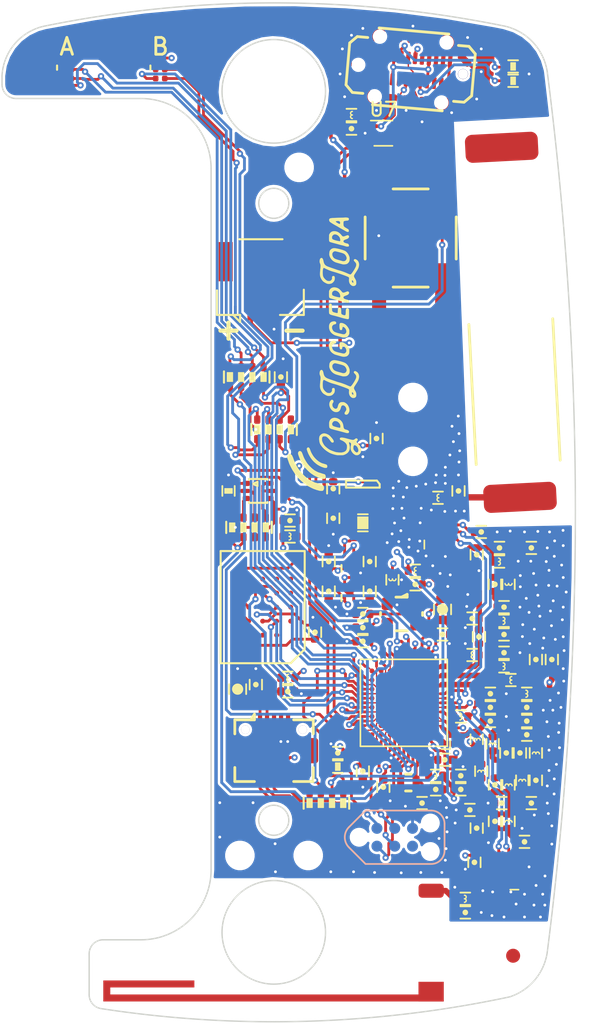
<source format=kicad_pcb>
(kicad_pcb (version 20171130) (host pcbnew "(5.0.0)")
  (title_block (date 2016-07-15))
  (layers (0 F.Cu signal) (1 In1.Cu signal) (2 In2.Cu signal) (31 B.Cu signal) (34 B.Paste user) (35 F.Paste user) (36 B.SilkS user) (37 F.SilkS user) (38 B.Mask user) (39 F.Mask user) (44 Edge.Cuts user))
  (net 0 "")
  (net 1 GND)
  (net 2 +3V3)
  (net 3 "Net-(D1-Pad3)")
  (net 4 "Net-(D1-Pad4)")
  (net 5 "Net-(D1-Pad2)")
  (net 6 "Net-(D2-Pad3)")
  (net 7 "Net-(D2-Pad4)")
  (net 8 "Net-(D2-Pad2)")
  (net 9 "Net-(U8-PadA6)")
  (net 10 "Net-(U8-PadH7)")
  (net 11 /SAMR34/RFO_LF)
  (net 12 "Net-(C19-Pad1)")
  (net 13 /SAMR34/VR_PA)
  (net 14 "Net-(C24-Pad2)")
  (net 15 "Net-(C25-Pad2)")
  (net 16 "Net-(C28-Pad2)")
  (net 17 /SAMR34/RFI_LF)
  (net 18 /SAMR34/RX\TX)
  (net 19 /SAMR34/RFO_HF)
  (net 20 "Net-(C12-Pad1)")
  (net 21 "Net-(C10-Pad1)")
  (net 22 "Net-(C12-Pad2)")
  (net 23 "Net-(C13-Pad2)")
  (net 24 "Net-(C20-Pad2)")
  (net 25 "Net-(C34-Pad1)")
  (net 26 "Net-(C35-Pad2)")
  (net 27 "Net-(C36-Pad2)")
  (net 28 "Net-(C38-Pad2)")
  (net 29 "Net-(C39-Pad2)")
  (net 30 /SAMR34/PA_BOOST)
  (net 31 /SAMR34/RFI_HF)
  (net 32 /SAMR34/BAND_SEL)
  (net 33 AVDD)
  (net 34 "Net-(A2-Pad1)")
  (net 35 "Net-(A1-Pad1)")
  (net 36 /SAMR34/USB_DATA_N)
  (net 37 /SAMR34/USB_DATA_P)
  (net 38 "Net-(C9-Pad1)")
  (net 39 "Net-(C11-Pad1)")
  (net 40 "Net-(R1-Pad1)")
  (net 41 "Net-(U4-Pad9)")
  (net 42 /SAMR34/SHDN)
  (net 43 "Net-(L10-Pad1)")
  (net 44 "Net-(J1-PadB11)")
  (net 45 "Net-(J1-PadB10)")
  (net 46 "Net-(J1-PadB8)")
  (net 47 "Net-(J1-PadB5)")
  (net 48 "Net-(J1-PadB3)")
  (net 49 "Net-(J1-PadB2)")
  (net 50 "Net-(J1-PadA11)")
  (net 51 "Net-(J1-PadA10)")
  (net 52 "Net-(J1-PadA8)")
  (net 53 "Net-(J1-PadA5)")
  (net 54 "Net-(J1-PadA3)")
  (net 55 "Net-(J1-PadA2)")
  (net 56 "Net-(C49-Pad2)")
  (net 57 "Net-(C50-Pad1)")
  (net 58 "Net-(J3-Pad8)")
  (net 59 "Net-(J3-Pad6)")
  (net 60 "Net-(J3-Pad5)")
  (net 61 "Net-(J3-Pad4)")
  (net 62 "Net-(C46-Pad1)")
  (net 63 "Net-(J3-Pad2)")
  (net 64 "Net-(OSC1-Pad3)")
  (net 65 "Net-(OSC1-Pad1)")
  (net 66 "Net-(R2-Pad5)")
  (net 67 "Net-(C43-Pad1)")
  (net 68 /SAMR34/GPS_TX)
  (net 69 /SAMR34/GPS_RX)
  (net 70 /SAMR34/LED_B_RED)
  (net 71 /SAMR34/LED_B_BLUE)
  (net 72 /SAMR34/GPS_PPS)
  (net 73 /SAMR34/LED_B_GREEN)
  (net 74 /SAMR34/LED_A_GREEN)
  (net 75 /SAMR34/LED_A_BLUE)
  (net 76 /SAMR34/LED_A_RED)
  (net 77 "Net-(C30-Pad1)")
  (net 78 "Net-(C47-Pad2)")
  (net 79 "Net-(C48-Pad2)")
  (net 80 /SAMR34/PP3V3_AUX)
  (net 81 "Net-(L22-Pad1)")
  (net 82 /SAMR34/AUX_PWR_EN)
  (net 83 "Net-(Q1-Pad3)")
  (net 84 "Net-(Q1-Pad5)")
  (net 85 /memio/DQ0)
  (net 86 /memio/DQ1)
  (net 87 /USB/CHARGE_STAT)
  (net 88 /SAMR34/FLASH_CLK)
  (net 89 /SAMR34/BATTERY_VOLTAGE)
  (net 90 /SAMR34/USER_BUTTON)
  (net 91 /SAMR34/FLASH_CS#)
  (net 92 /SAMR34/DIO)
  (net 93 /SAMR34/RESET)
  (net 94 /SAMR34/CLK)
  (net 95 "Net-(J4-Pad6)")
  (net 96 "Net-(U8-PadF4)")
  (net 97 "Net-(U8-PadE4)")
  (net 98 "Net-(C5-Pad2)")
  (net 99 "Net-(L23-Pad2)")
  (net 100 "Net-(L24-Pad2)")
  (net 101 /USB/VBAT)
  (net 102 "Net-(C58-Pad2)")
  (module pkl_dipol:C_0402 (layer F.Cu) (at 154.425 111.0875 90)
    (fp_text reference C44)
    (fp_text value 100nF)
    (pad 2 smd roundrect (at 0.5 0 90) (size 0.5 0.6) (layers F.Cu F.Paste F.Mask) (net 1 GND))
    (pad 1 smd roundrect (at -0.5 0 90) (size 0.5 0.6) (layers F.Cu F.Paste F.Mask) (net 67 "Net-(C43-Pad1)"))
  )
  (module gkl_housings_bga:T-PBGA-24_6.0x8.0mm_Layout5x5_P1.0mm (layer F.Cu) (at 150.6875 109.3 180)
    (fp_text reference U5 (at 0 -4.81 180) (layer F.SilkS) (effects (font (size 0 0))))
    (fp_text value MT25QL256ABA8E12 hide)
    (pad B1 smd circle (at -2 -1 180) (size 0.35 0.35) (layers F.Cu F.Paste F.Mask))
    (pad C1 smd circle (at -2 0 180) (size 0.35 0.35) (layers F.Cu F.Paste F.Mask))
    (pad D1 smd circle (at -2 1 180) (size 0.35 0.35) (layers F.Cu F.Paste F.Mask))
    (pad E1 smd circle (at -2 2 180) (size 0.35 0.35) (layers F.Cu F.Paste F.Mask))
    (pad A2 smd circle (at -1 -2 180) (size 0.35 0.35) (layers F.Cu F.Paste F.Mask))
    (pad B2 smd circle (at -1 -1 180) (size 0.35 0.35) (layers F.Cu F.Paste F.Mask) (net 88 /SAMR34/FLASH_CLK))
    (pad C2 smd circle (at -1 0 180) (size 0.35 0.35) (layers F.Cu F.Paste F.Mask) (net 91 /SAMR34/FLASH_CS#))
    (pad D2 smd circle (at -1 1 180) (size 0.35 0.35) (layers F.Cu F.Paste F.Mask) (net 86 /memio/DQ1))
    (pad E2 smd circle (at -1 2 180) (size 0.35 0.35) (layers F.Cu F.Paste F.Mask))
    (pad A3 smd circle (at 0 -2 180) (size 0.35 0.35) (layers F.Cu F.Paste F.Mask))
    (pad B3 smd circle (at 0 -1 180) (size 0.35 0.35) (layers F.Cu F.Paste F.Mask) (net 1 GND))
    (pad C3 smd circle (at 0 0 180) (size 0.35 0.35) (layers F.Cu F.Paste F.Mask))
    (pad D3 smd circle (at 0 1 180) (size 0.35 0.35) (layers F.Cu F.Paste F.Mask) (net 85 /memio/DQ0))
    (pad E3 smd circle (at 0 2 180) (size 0.35 0.35) (layers F.Cu F.Paste F.Mask))
    (pad A4 smd circle (at 1 -2 180) (size 0.35 0.35) (layers F.Cu F.Paste F.Mask) (net 67 "Net-(C43-Pad1)"))
    (pad B4 smd circle (at 1 -1 180) (size 0.35 0.35) (layers F.Cu F.Paste F.Mask) (net 67 "Net-(C43-Pad1)"))
    (pad C4 smd circle (at 1 0 180) (size 0.35 0.35) (layers F.Cu F.Paste F.Mask) (net 67 "Net-(C43-Pad1)"))
    (pad D4 smd circle (at 1 1 180) (size 0.35 0.35) (layers F.Cu F.Paste F.Mask) (net 67 "Net-(C43-Pad1)"))
    (pad E4 smd circle (at 1 2 180) (size 0.35 0.35) (layers F.Cu F.Paste F.Mask))
    (pad A5 smd circle (at 2 -2 180) (size 0.35 0.35) (layers F.Cu F.Paste F.Mask))
    (pad B5 smd circle (at 2 -1 180) (size 0.35 0.35) (layers F.Cu F.Paste F.Mask))
    (pad C5 smd circle (at 2 0 180) (size 0.35 0.35) (layers F.Cu F.Paste F.Mask))
    (pad D5 smd circle (at 2 1 180) (size 0.35 0.35) (layers F.Cu F.Paste F.Mask))
    (pad E5 smd circle (at 2 2 180) (size 0.35 0.35) (layers F.Cu F.Paste F.Mask))
  )
  (module LOGO (layer F.Cu) (at 155.075 91.2625)
    (fp_text reference G*** hide)
    (fp_text value LOGO hide)
  )
  (module Fiducials:Fiducial_1mm_Dia_2.54mm_Outer_CopperBottom (layer B.Cu) (at 168.5625 134.1625)
    (fp_text reference REF** (at 3.4 -0.7) (layer B.SilkS) (effects (font (size 0 0)) (justify mirror)))
    (fp_text value Fiducial_1mm_Dia_2.54mm_Outer_CopperBottom)
    (pad ~ smd circle (at 0 0) (size 1 1) (layers F.Cu F.Mask) (clearance 0.77))
  )
  (module "M1.6_Mounting Hole" (layer F.Cu) (at 153.2875 77.9375)
    (fp_text reference REF** hide)
    (fp_text value "M1.6_Mounting Hole" hide)
    (pad "" np_thru_hole circle (at 0 0) (size 1.75 1.75) (drill 1.75) (layers *.Cu *.Mask))
  )
  (module "M1.6_Mounting Hole" (layer F.Cu) (at 161.4125 94.35)
    (fp_text reference REF** hide)
    (fp_text value "M1.6_Mounting Hole" hide)
    (pad "" np_thru_hole circle (at 0 0) (size 1.75 1.75) (drill 1.75) (layers *.Cu *.Mask))
  )
  (module "M1.6_Mounting Hole" (layer F.Cu) (at 161.4125 98.9)
    (fp_text reference REF** hide)
    (fp_text value "M1.6_Mounting Hole" hide)
    (pad "" np_thru_hole circle (at 0 0) (size 1.75 1.75) (drill 1.75) (layers *.Cu *.Mask))
  )
  (module "M1.6_Mounting Hole" (layer F.Cu) (at 153.9375 127.0125)
    (fp_text reference REF** hide)
    (fp_text value "M1.6_Mounting Hole" hide)
    (pad "" np_thru_hole circle (at 0 0) (size 1.75 1.75) (drill 1.75) (layers *.Cu *.Mask))
  )
  (module "M1.6_Mounting Hole" (layer F.Cu) (at 149.0625 127.0125)
    (fp_text reference REF** hide)
    (fp_text value "M1.6_Mounting Hole" hide)
    (pad "" np_thru_hole circle (at 0 0) (size 1.75 1.75) (drill 1.75) (layers *.Cu *.Mask))
  )
  (module pkl_tag_connect:TC2030-NL_SMALL (layer B.Cu) (at 160.1125 125.7125)
    (fp_text reference J4)
    (fp_text value "CTX TAG Connect")
    (pad 1 connect circle (at -1.27 -0.635) (size 0.78486 0.78486) (layers B.Cu B.Mask) (net 2 +3V3))
    (pad 2 connect circle (at -1.27 0.635) (size 0.78486 0.78486) (layers B.Cu B.Mask) (net 92 /SAMR34/DIO))
    (pad 3 connect circle (at 0 -0.635) (size 0.78486 0.78486) (layers B.Cu B.Mask) (net 93 /SAMR34/RESET))
    (pad 4 connect circle (at 0 0.635) (size 0.78486 0.78486) (layers B.Cu B.Mask) (net 94 /SAMR34/CLK))
    (pad 5 connect circle (at 1.27 -0.635) (size 0.78486 0.78486) (layers B.Cu B.Mask) (net 1 GND))
    (pad 6 connect circle (at 1.27 0.635) (size 0.78486 0.78486) (layers B.Cu B.Mask) (net 95 "Net-(J4-Pad6)"))
    (pad "" np_thru_hole circle (at -2.54 0) (size 0.98806 0.98806) (drill 0.98806) (layers *.Cu *.Mask))
    (pad "" np_thru_hole circle (at 2.54 1.016) (size 0.98552 0.98552) (drill 0.98552) (layers *.Cu *.Mask))
    (pad "" np_thru_hole circle (at 2.54 -1.016) (size 0.98552 0.98552) (drill 0.98552) (layers *.Cu *.Mask))
  )
  (module "gkl_time:ABS05_32.768KHz Crystal" (layer F.Cu) (at 161.0875 121.8125)
    (fp_text reference Y1 (at 0.6 -1.3) (layer F.SilkS) (effects (font (size 0 0))))
    (fp_text value 32.768kHz)
    (pad 2 smd roundrect (at 0.55 0) (size 0.5 1) (layers F.Cu F.Paste F.Mask) (net 57 "Net-(C50-Pad1)"))
    (pad 1 smd roundrect (at -0.55 0) (size 0.5 1) (layers F.Cu F.Paste F.Mask) (net 56 "Net-(C49-Pad2)"))
  )
  (module gkl_conn:usbc_vert_10132328 (layer F.Cu) (at 161.25 70.95 355)
    (fp_text reference J1 hide)
    (fp_text value USB_C_Receptacle)
    (pad A1 smd roundrect (at -2.75 -0.825 355) (size 0.3 0.85) (layers F.Cu F.Paste F.Mask) (net 1 GND))
    (pad A2 smd roundrect (at -2.25 -0.825 355) (size 0.3 0.85) (layers F.Cu F.Paste F.Mask) (net 55 "Net-(J1-PadA2)"))
    (pad A3 smd roundrect (at -1.75 -0.825 355) (size 0.3 0.85) (layers F.Cu F.Paste F.Mask) (net 54 "Net-(J1-PadA3)"))
    (pad A4 smd roundrect (at -1.25 -0.825 355) (size 0.3 0.85) (layers F.Cu F.Paste F.Mask) (net 38 "Net-(C9-Pad1)"))
    (pad A5 smd roundrect (at -0.75 -0.825 355) (size 0.3 0.85) (layers F.Cu F.Paste F.Mask) (net 53 "Net-(J1-PadA5)"))
    (pad A6 smd roundrect (at -0.25 -0.825 355) (size 0.3 0.85) (layers F.Cu F.Paste F.Mask) (net 37 /SAMR34/USB_DATA_P))
    (pad A7 smd roundrect (at 0.25 -0.825 355) (size 0.3 0.85) (layers F.Cu F.Paste F.Mask) (net 36 /SAMR34/USB_DATA_N))
    (pad A8 smd roundrect (at 0.75 -0.825 355) (size 0.3 0.85) (layers F.Cu F.Paste F.Mask) (net 52 "Net-(J1-PadA8)"))
    (pad A9 smd roundrect (at 1.25 -0.825 355) (size 0.3 0.85) (layers F.Cu F.Paste F.Mask) (net 38 "Net-(C9-Pad1)"))
    (pad A10 smd roundrect (at 1.75 -0.825 355) (size 0.3 0.85) (layers F.Cu F.Paste F.Mask) (net 51 "Net-(J1-PadA10)"))
    (pad A11 smd roundrect (at 2.25 -0.825 355) (size 0.3 0.85) (layers F.Cu F.Paste F.Mask) (net 50 "Net-(J1-PadA11)"))
    (pad A12 smd roundrect (at 2.75 -0.825 355) (size 0.3 0.85) (layers F.Cu F.Paste F.Mask) (net 1 GND))
    (pad B1 smd roundrect (at 2.75 0.825 355) (size 0.3 0.85) (layers F.Cu F.Paste F.Mask) (net 1 GND))
    (pad B2 smd roundrect (at 2.25 0.825 355) (size 0.3 0.85) (layers F.Cu F.Paste F.Mask) (net 49 "Net-(J1-PadB2)"))
    (pad B3 smd roundrect (at 1.75 0.825 355) (size 0.3 0.85) (layers F.Cu F.Paste F.Mask) (net 48 "Net-(J1-PadB3)"))
    (pad B4 smd roundrect (at 1.25 0.825 355) (size 0.3 0.85) (layers F.Cu F.Paste F.Mask) (net 38 "Net-(C9-Pad1)"))
    (pad B5 smd roundrect (at 0.75 0.825 355) (size 0.3 0.85) (layers F.Cu F.Paste F.Mask) (net 47 "Net-(J1-PadB5)"))
    (pad B6 smd roundrect (at 0.25 0.825 355) (size 0.3 0.85) (layers F.Cu F.Paste F.Mask) (net 37 /SAMR34/USB_DATA_P))
    (pad B7 smd roundrect (at -0.25 0.825 355) (size 0.3 0.85) (layers F.Cu F.Paste F.Mask) (net 36 /SAMR34/USB_DATA_N))
    (pad B8 smd roundrect (at -0.75 0.825 355) (size 0.3 0.85) (layers F.Cu F.Paste F.Mask) (net 46 "Net-(J1-PadB8)"))
    (pad B9 smd roundrect (at -1.25 0.825 355) (size 0.3 0.85) (layers F.Cu F.Paste F.Mask) (net 38 "Net-(C9-Pad1)"))
    (pad B10 smd roundrect (at -1.75 0.825 355) (size 0.3 0.85) (layers F.Cu F.Paste F.Mask) (net 45 "Net-(J1-PadB10)"))
    (pad B11 smd roundrect (at -2.25 0.825 355) (size 0.3 0.85) (layers F.Cu F.Paste F.Mask) (net 44 "Net-(J1-PadB11)"))
    (pad B12 smd roundrect (at -2.75 0.825 355) (size 0.3 0.85) (layers F.Cu F.Paste F.Mask) (net 1 GND))
    (pad S1 smd roundrect (at -1.2 -2.149997 85) (size 0.55 0.82) (layers F.Cu F.Paste F.Mask) (net 1 GND))
    (pad S1 smd roundrect (at 0 -2.15 85) (size 0.55 0.82) (layers F.Cu F.Paste F.Mask) (net 1 GND))
    (pad S1 smd roundrect (at 1.199997 -2.15 85) (size 0.55 0.82) (layers F.Cu F.Paste F.Mask) (net 1 GND))
    (pad S1 smd roundrect (at -1.199997 2.15 85) (size 0.55 0.82) (layers F.Cu F.Paste F.Mask) (net 1 GND))
    (pad S1 smd roundrect (at 0 2.15 85) (size 0.55 0.82) (layers F.Cu F.Paste F.Mask) (net 1 GND))
    (pad S1 smd roundrect (at 1.2 2.149997 85) (size 0.55 0.82) (layers F.Cu F.Paste F.Mask) (net 1 GND))
    (pad S1 smd roundrect (at -3.775 -1 34) (size 1.03 0.5) (layers F.Cu F.Paste F.Mask) (net 1 GND))
    (pad S1 smd roundrect (at -3.775 1 316) (size 1.03 0.5) (layers F.Cu F.Paste F.Mask) (net 1 GND))
    (pad S1 smd roundrect (at 3.775 -1 316) (size 1.03 0.5) (layers F.Cu F.Paste F.Mask) (net 1 GND))
    (pad S1 smd roundrect (at 3.775 1 34) (size 1.03 0.5) (layers F.Cu F.Paste F.Mask) (net 1 GND))
    (pad "" np_thru_hole circle (at -3.75 0 316) (size 0.66 0.66) (drill 0.66) (layers *.Cu *.Mask))
    (pad "" np_thru_hole circle (at -2.4 -2.15 316) (size 0.7 0.7) (drill 0.7) (layers *.Cu *.Mask))
    (pad "" np_thru_hole circle (at 2.4 -2.15 316) (size 0.7 0.7) (drill 0.7) (layers *.Cu *.Mask))
    (pad "" np_thru_hole circle (at -2.4 2.15 316) (size 0.7 0.7) (drill 0.7) (layers *.Cu *.Mask))
    (pad "" np_thru_hole circle (at 2.4 2.175 316) (size 0.7 0.7) (drill 0.7) (layers *.Cu *.Mask))
    (pad "" np_thru_hole circle (at 3.75 0 316) (size 0.72 0.72) (drill 0.7) (layers *.Cu *.Mask))
  )
  (module "gkl_antenna:0900AT43A0070 - 900MHz Wide band ISM Chip Antenna" (layer F.Cu) (at 162.7125 133.025 180)
    (fp_text reference A1 (at -2.5 2 180) (layer F.SilkS) (effects (font (size 0 0))))
    (fp_text value pkl_ANTENNA)
    (pad 2 smd rect (at 0 -3.7 180) (size 1.8 1.4) (layers F.Cu F.Paste F.Mask))
    (pad 1 smd roundrect (at 0 3.5 180) (size 1.8 1) (layers F.Cu F.Paste F.Mask) (net 35 "Net-(A1-Pad1)"))
    (pad 2 smd custom (at 0 -3.7 180) (size 1.8 1.4) (layers F.Cu) (options (clearance outline) (anchor rect)) (primitives (gr_poly (pts (xy 0.9 -0.7) (xy 23.4 -0.7) (xy 23.4 0.8) (xy 16.9 0.8) (xy 16.9 0.3) (xy 22.9 0.3) (xy 22.9 -0.2) (xy 0.9 -0.2)) (width 0))))
  )
  (module cameraTrigger_rev1_0:EVQ_switch (layer F.Cu) (at 161.25 82.975 180)
    (fp_text reference SW1 (at 0 -6.25 180) (layer F.SilkS) (effects (font (size 0 0))))
    (fp_text value SW_Push)
    (pad 1 smd rect (at -2.25 -3.4 180) (size 1 3.2) (layers F.Cu F.Paste F.Mask) (net 66 "Net-(R2-Pad5)"))
    (pad 2 smd rect (at 2.25 -3.4 180) (size 1 3.2) (layers F.Cu F.Paste F.Mask) (net 1 GND))
    (pad 1 smd rect (at -2.25 3.4 180) (size 1 3.2) (layers F.Cu F.Paste F.Mask) (net 66 "Net-(R2-Pad5)"))
    (pad 2 smd rect (at 2.25 3.4 180) (size 1 3.2) (layers F.Cu F.Paste F.Mask) (net 1 GND))
  )
  (module footprints:BM02B-GHS-TBT (layer F.Cu) (at 150.525 88.0125 180)
    (fp_text reference J2 (at 4.05 -1.25 180) (layer F.SilkS) (effects (font (size 0 0))))
    (fp_text value "JST GH" hide)
    (pad 1 smd rect (at 0.625 0 180) (size 0.6 1.7) (layers F.Cu F.Paste F.Mask) (net 101 /USB/VBAT))
    (pad 2 smd rect (at -0.625 0 180) (size 0.6 1.7) (layers F.Cu F.Paste F.Mask) (net 1 GND))
    (pad "" smd rect (at 2.475 3.35 180) (size 1 2.8) (layers F.Cu F.Paste F.Mask))
    (pad "" smd rect (at -2.475 3.35 180) (size 1 2.8) (layers F.Cu F.Paste F.Mask))
  )
  (module Fiducials:Fiducial_1mm_Dia_2.54mm_Outer_CopperBottom (layer B.Cu) (at 134.1125 71.1125)
    (fp_text reference REF** (at 3.4 -0.7) (layer B.SilkS) (effects (font (size 0 0)) (justify mirror)))
    (fp_text value Fiducial_1mm_Dia_2.54mm_Outer_CopperBottom)
    (pad ~ smd circle (at 0 0) (size 1 1) (layers F.Cu F.Mask) (clearance 0.77))
  )
  (module gkl_housings_qfn:QFN-12-1EP_3x3mm_P0.5mm_EP1.65x1.65mm (layer F.Cu) (at 167.75 128.15 180)
    (fp_text reference U1 (at 0 -2.2 180) (layer F.SilkS) (effects (font (size 0 0))))
    (fp_text value SKY13373)
    (pad 10 smd roundrect (at 0.5 -0.895 90) (size 0.44 0.25) (layers F.Cu F.Paste F.Mask) (net 1 GND))
    (pad 7 smd roundrect (at 0.895 0.5) (size 0.44 0.25) (layers F.Cu F.Paste F.Mask) (net 1 GND))
    (pad 4 smd roundrect (at -0.5 0.895 270) (size 0.44 0.25) (layers F.Cu F.Paste F.Mask) (net 32 /SAMR34/BAND_SEL))
    (pad 12 smd roundrect (at -0.5 -0.895 90) (size 0.44 0.25) (layers F.Cu F.Paste F.Mask) (net 1 GND))
    (pad 9 smd roundrect (at 0.895 -0.5) (size 0.44 0.25) (layers F.Cu F.Paste F.Mask) (net 25 "Net-(C34-Pad1)"))
    (pad 6 smd roundrect (at 0.5 0.895 270) (size 0.44 0.25) (layers F.Cu F.Paste F.Mask) (net 33 AVDD))
    (pad 11 smd roundrect (at 0 -0.895 90) (size 0.44 0.25) (layers F.Cu F.Paste F.Mask) (net 81 "Net-(L22-Pad1)"))
    (pad 8 smd roundrect (at 0.895 0) (size 0.44 0.25) (layers F.Cu F.Paste F.Mask) (net 1 GND))
    (pad 5 smd roundrect (at 0 0.895 270) (size 0.44 0.25) (layers F.Cu F.Paste F.Mask) (net 18 /SAMR34/RX\TX))
    (pad 3 smd roundrect (at -0.895 0.5 180) (size 0.44 0.25) (layers F.Cu F.Paste F.Mask) (net 29 "Net-(C39-Pad2)"))
    (pad 2 smd roundrect (at -0.895 0 180) (size 0.44 0.25) (layers F.Cu F.Paste F.Mask) (net 1 GND))
    (pad 1 smd roundrect (at -0.895 -0.5 180) (size 0.44 0.25) (layers F.Cu F.Paste F.Mask) (net 28 "Net-(C38-Pad2)"))
    (pad 13 smd roundrect (at 0 0 180) (size 0.76 0.76) (layers F.Cu F.Mask) (roundrect_rratio 0.152) (net 1 GND))
  )
  (module gkl_housings_bga:TFBGA-64_6.0x6.0mm_Layout8x8_P0.65mm (layer F.Cu) (at 160.7625 116.124999 180)
    (fp_text reference U8 (at 0 -4.4 180) (layer F.SilkS) (effects (font (size 0 0))))
    (fp_text value ATSAMR34J18B)
    (pad H8 smd circle (at 2.275 2.275 180) (size 0.35 0.35) (layers F.Cu F.Paste F.Mask) (net 2 +3V3))
    (pad G8 smd circle (at 2.275 1.625 180) (size 0.35 0.35) (layers F.Cu F.Paste F.Mask) (net 75 /SAMR34/LED_A_BLUE))
    (pad F8 smd circle (at 2.275 0.975 180) (size 0.35 0.35) (layers F.Cu F.Paste F.Mask) (net 72 /SAMR34/GPS_PPS))
    (pad E8 smd circle (at 2.275 0.325 180) (size 0.35 0.35) (layers F.Cu F.Paste F.Mask) (net 88 /SAMR34/FLASH_CLK))
    (pad D8 smd circle (at 2.275 -0.325 180) (size 0.35 0.35) (layers F.Cu F.Paste F.Mask) (net 68 /SAMR34/GPS_TX))
    (pad C8 smd circle (at 2.275 -0.975 180) (size 0.35 0.35) (layers F.Cu F.Paste F.Mask) (net 37 /SAMR34/USB_DATA_P))
    (pad B8 smd circle (at 2.275 -1.625 180) (size 0.35 0.35) (layers F.Cu F.Paste F.Mask) (net 36 /SAMR34/USB_DATA_N))
    (pad A8 smd circle (at 2.275 -2.275 180) (size 0.35 0.35) (layers F.Cu F.Paste F.Mask) (net 2 +3V3))
    (pad H7 smd circle (at 1.625 2.275 180) (size 0.35 0.35) (layers F.Cu F.Paste F.Mask) (net 10 "Net-(U8-PadH7)"))
    (pad G7 smd circle (at 1.625 1.625 180) (size 0.35 0.35) (layers F.Cu F.Paste F.Mask) (net 1 GND))
    (pad F7 smd circle (at 1.625 0.975 180) (size 0.35 0.35) (layers F.Cu F.Paste F.Mask) (net 85 /memio/DQ0))
    (pad E7 smd circle (at 1.625 0.325 180) (size 0.35 0.35) (layers F.Cu F.Paste F.Mask) (net 86 /memio/DQ1))
    (pad D7 smd circle (at 1.625 -0.325 180) (size 0.35 0.35) (layers F.Cu F.Paste F.Mask) (net 70 /SAMR34/LED_B_RED))
    (pad C7 smd circle (at 1.625 -0.975 180) (size 0.35 0.35) (layers F.Cu F.Paste F.Mask) (net 73 /SAMR34/LED_B_GREEN))
    (pad B7 smd circle (at 1.625 -1.625 180) (size 0.35 0.35) (layers F.Cu F.Paste F.Mask) (net 1 GND))
    (pad A7 smd circle (at 1.625 -2.275 180) (size 0.35 0.35) (layers F.Cu F.Paste F.Mask) (net 2 +3V3))
    (pad H6 smd circle (at 0.975 2.275 180) (size 0.35 0.35) (layers F.Cu F.Paste F.Mask) (net 64 "Net-(OSC1-Pad3)"))
    (pad G6 smd circle (at 0.975 1.625 180) (size 0.35 0.35) (layers F.Cu F.Paste F.Mask) (net 1 GND))
    (pad F6 smd circle (at 0.975 0.975 180) (size 0.35 0.35) (layers F.Cu F.Paste F.Mask) (net 90 /SAMR34/USER_BUTTON))
    (pad E6 smd circle (at 0.975 0.325 180) (size 0.35 0.35) (layers F.Cu F.Paste F.Mask) (net 91 /SAMR34/FLASH_CS#))
    (pad D6 smd circle (at 0.975 -0.325 180) (size 0.35 0.35) (layers F.Cu F.Paste F.Mask) (net 1 GND))
    (pad C6 smd circle (at 0.975 -0.975 180) (size 0.35 0.35) (layers F.Cu F.Paste F.Mask) (net 87 /USB/CHARGE_STAT))
    (pad B6 smd circle (at 0.975 -1.625 180) (size 0.35 0.35) (layers F.Cu F.Paste F.Mask) (net 93 /SAMR34/RESET))
    (pad A6 smd circle (at 0.975 -2.275 180) (size 0.35 0.35) (layers F.Cu F.Paste F.Mask) (net 9 "Net-(U8-PadA6)"))
    (pad H5 smd circle (at 0.325 2.275 180) (size 0.35 0.35) (layers F.Cu F.Paste F.Mask) (net 1 GND))
    (pad G5 smd circle (at 0.325 1.625 180) (size 0.35 0.35) (layers F.Cu F.Paste F.Mask) (net 1 GND))
    (pad F5 smd circle (at 0.325 0.975 180) (size 0.35 0.35) (layers F.Cu F.Paste F.Mask) (net 76 /SAMR34/LED_A_RED))
    (pad E5 smd circle (at 0.325 0.325 180) (size 0.35 0.35) (layers F.Cu F.Paste F.Mask) (net 69 /SAMR34/GPS_RX))
    (pad D5 smd circle (at 0.325 -0.325 180) (size 0.35 0.35) (layers F.Cu F.Paste F.Mask) (net 92 /SAMR34/DIO))
    (pad C5 smd circle (at 0.325 -0.975 180) (size 0.35 0.35) (layers F.Cu F.Paste F.Mask) (net 94 /SAMR34/CLK))
    (pad B5 smd circle (at 0.325 -1.625 180) (size 0.35 0.35) (layers F.Cu F.Paste F.Mask) (net 1 GND))
    (pad A5 smd circle (at 0.325 -2.275 180) (size 0.35 0.35) (layers F.Cu F.Paste F.Mask) (net 102 "Net-(C58-Pad2)"))
    (pad H4 smd circle (at -0.325 2.275 180) (size 0.35 0.35) (layers F.Cu F.Paste F.Mask) (net 78 "Net-(C47-Pad2)"))
    (pad G4 smd circle (at -0.325 1.625 180) (size 0.35 0.35) (layers F.Cu F.Paste F.Mask) (net 2 +3V3))
    (pad F4 smd circle (at -0.325 0.975 180) (size 0.35 0.35) (layers F.Cu F.Paste F.Mask) (net 96 "Net-(U8-PadF4)"))
    (pad E4 smd circle (at -0.325 0.325 180) (size 0.35 0.35) (layers F.Cu F.Paste F.Mask) (net 97 "Net-(U8-PadE4)"))
    (pad D4 smd circle (at -0.325 -0.325 180) (size 0.35 0.35) (layers F.Cu F.Paste F.Mask) (net 1 GND))
    (pad C4 smd circle (at -0.325 -0.975 180) (size 0.35 0.35) (layers F.Cu F.Paste F.Mask) (net 100 "Net-(L24-Pad2)"))
    (pad B4 smd circle (at -0.325 -1.625 180) (size 0.35 0.35) (layers F.Cu F.Paste F.Mask) (net 71 /SAMR34/LED_B_BLUE))
    (pad A4 smd circle (at -0.325 -2.275 180) (size 0.35 0.35) (layers F.Cu F.Paste F.Mask) (net 56 "Net-(C49-Pad2)"))
    (pad H3 smd circle (at -0.975 2.275 180) (size 0.35 0.35) (layers F.Cu F.Paste F.Mask) (net 33 AVDD))
    (pad G3 smd circle (at -0.975 1.625 180) (size 0.35 0.35) (layers F.Cu F.Paste F.Mask) (net 1 GND))
    (pad F3 smd circle (at -0.975 0.975 180) (size 0.35 0.35) (layers F.Cu F.Paste F.Mask) (net 74 /SAMR34/LED_A_GREEN))
    (pad E3 smd circle (at -0.975 0.325 180) (size 0.35 0.35) (layers F.Cu F.Paste F.Mask) (net 42 /SAMR34/SHDN))
    (pad D3 smd circle (at -0.975 -0.325 180) (size 0.35 0.35) (layers F.Cu F.Paste F.Mask) (net 99 "Net-(L23-Pad2)"))
    (pad C3 smd circle (at -0.975 -0.975 180) (size 0.35 0.35) (layers F.Cu F.Paste F.Mask) (net 89 /SAMR34/BATTERY_VOLTAGE))
    (pad B3 smd circle (at -0.975 -1.625 180) (size 0.35 0.35) (layers F.Cu F.Paste F.Mask) (net 1 GND))
    (pad A3 smd circle (at -0.975 -2.275 180) (size 0.35 0.35) (layers F.Cu F.Paste F.Mask) (net 57 "Net-(C50-Pad1)"))
    (pad H2 smd circle (at -1.625 2.275 180) (size 0.35 0.35) (layers F.Cu F.Paste F.Mask) (net 77 "Net-(C30-Pad1)"))
    (pad G2 smd circle (at -1.625 1.625 180) (size 0.35 0.35) (layers F.Cu F.Paste F.Mask) (net 1 GND))
    (pad F2 smd circle (at -1.625 0.975 180) (size 0.35 0.35) (layers F.Cu F.Paste F.Mask) (net 1 GND))
    (pad E2 smd circle (at -1.625 0.325 180) (size 0.35 0.35) (layers F.Cu F.Paste F.Mask) (net 1 GND))
    (pad D2 smd circle (at -1.625 -0.325 180) (size 0.35 0.35) (layers F.Cu F.Paste F.Mask) (net 18 /SAMR34/RX\TX))
    (pad C2 smd circle (at -1.625 -0.975 180) (size 0.35 0.35) (layers F.Cu F.Paste F.Mask) (net 33 AVDD))
    (pad B2 smd circle (at -1.625 -1.625 180) (size 0.35 0.35) (layers F.Cu F.Paste F.Mask) (net 1 GND))
    (pad A2 smd circle (at -1.625 -2.275 180) (size 0.35 0.35) (layers F.Cu F.Paste F.Mask) (net 1 GND))
    (pad H1 smd circle (at -2.275 2.275 180) (size 0.35 0.35) (layers F.Cu F.Paste F.Mask) (net 17 /SAMR34/RFI_LF))
    (pad G1 smd circle (at -2.275 1.625 180) (size 0.35 0.35) (layers F.Cu F.Paste F.Mask) (net 11 /SAMR34/RFO_LF))
    (pad F1 smd circle (at -2.275 0.975 180) (size 0.35 0.35) (layers F.Cu F.Paste F.Mask) (net 30 /SAMR34/PA_BOOST))
    (pad E1 smd circle (at -2.275 0.325 180) (size 0.35 0.35) (layers F.Cu F.Paste F.Mask) (net 1 GND))
    (pad D1 smd circle (at -2.275 -0.325 180) (size 0.35 0.35) (layers F.Cu F.Paste F.Mask) (net 13 /SAMR34/VR_PA))
    (pad C1 smd circle (at -2.275 -0.975 180) (size 0.35 0.35) (layers F.Cu F.Paste F.Mask) (net 33 AVDD))
    (pad B1 smd circle (at -2.275 -1.625 180) (size 0.35 0.35) (layers F.Cu F.Paste F.Mask) (net 19 /SAMR34/RFO_HF))
    (pad A1 smd circle (at -2.275 -2.275 180) (size 0.35 0.35) (layers F.Cu F.Paste F.Mask) (net 31 /SAMR34/RFI_HF))
  )
  (module "gkl_antenna:0433AT62A0020 - 433MHz 25x5x1mm chip antenna" (layer F.Cu) (at 168.4 88.9875 183)
    (fp_text reference A2 (at 0 -5 273) (layer F.SilkS) (effects (font (size 0 0))))
    (fp_text value pkl_ANTENNA)
    (pad 2 smd roundrect (at 0 12.5 183) (size 5.2 2) (layers F.Cu F.Paste F.Mask))
    (pad 1 smd roundrect (at 0 -12.5 183) (size 5.2 2) (layers F.Cu F.Paste F.Mask) (net 34 "Net-(A2-Pad1)"))
  )
  (module pkl_dipol:C_0402 (layer F.Cu) (at 163.6875 120.1875)
    (fp_text reference C1)
    (fp_text value 100nF)
    (pad 1 smd roundrect (at -0.5 0) (size 0.5 0.6) (layers F.Cu F.Paste F.Mask) (net 1 GND))
    (pad 2 smd roundrect (at 0.5 0) (size 0.5 0.6) (layers F.Cu F.Paste F.Mask) (net 33 AVDD))
  )
  (module pkl_dipol:C_0402 (layer F.Cu) (at 156.05 119.7)
    (fp_text reference C2)
    (fp_text value 100nF)
    (pad 2 smd roundrect (at 0.5 0) (size 0.5 0.6) (layers F.Cu F.Paste F.Mask) (net 2 +3V3))
    (pad 1 smd roundrect (at -0.5 0) (size 0.5 0.6) (layers F.Cu F.Paste F.Mask) (net 1 GND))
  )
  (module pkl_dipol:C_0402 (layer F.Cu) (at 157.8375 121 90)
    (fp_text reference C3)
    (fp_text value 100nF)
    (pad 1 smd roundrect (at -0.5 0 90) (size 0.5 0.6) (layers F.Cu F.Paste F.Mask) (net 1 GND))
    (pad 2 smd roundrect (at 0.5 0 90) (size 0.5 0.6) (layers F.Cu F.Paste F.Mask) (net 2 +3V3))
  )
  (module pkl_dipol:C_0402 (layer F.Cu) (at 167.912501 112.550001 180)
    (fp_text reference C4)
    (fp_text value 4.7pF)
    (pad 2 smd roundrect (at 0.5 0 180) (size 0.5 0.6) (layers F.Cu F.Paste F.Mask) (net 11 /SAMR34/RFO_LF))
    (pad 1 smd roundrect (at -0.5 0 180) (size 0.5 0.6) (layers F.Cu F.Paste F.Mask) (net 1 GND))
  )
  (module pkl_dipol:C_0402 (layer F.Cu) (at 165.6375 110.1125)
    (fp_text reference C5)
    (fp_text value DNP)
    (pad 1 smd roundrect (at -0.5 0) (size 0.5 0.6) (layers F.Cu F.Paste F.Mask) (net 1 GND))
    (pad 2 smd roundrect (at 0.5 0) (size 0.5 0.6) (layers F.Cu F.Paste F.Mask) (net 98 "Net-(C5-Pad2)"))
  )
  (module pkl_dipol:C_0402 (layer F.Cu) (at 157.8375 110.7625)
    (fp_text reference C6)
    (fp_text value 100nF)
    (pad 2 smd roundrect (at 0.5 0) (size 0.5 0.6) (layers F.Cu F.Paste F.Mask) (net 2 +3V3))
    (pad 1 smd roundrect (at -0.5 0) (size 0.5 0.6) (layers F.Cu F.Paste F.Mask) (net 1 GND))
  )
  (module pkl_dipol:C_0402 (layer F.Cu) (at 166.9375 116.45 180)
    (fp_text reference C7)
    (fp_text value 3.9pF)
    (pad 2 smd roundrect (at 0.5 0 180) (size 0.5 0.6) (layers F.Cu F.Paste F.Mask) (net 19 /SAMR34/RFO_HF))
    (pad 1 smd roundrect (at -0.5 0 180) (size 0.5 0.6) (layers F.Cu F.Paste F.Mask) (net 1 GND))
  )
  (module pkl_dipol:C_0402 (layer F.Cu) (at 169.5375 116.45 180)
    (fp_text reference C8)
    (fp_text value 3.9pF)
    (pad 2 smd roundrect (at 0.5 0 180) (size 0.5 0.6) (layers F.Cu F.Paste F.Mask) (net 20 "Net-(C12-Pad1)"))
    (pad 1 smd roundrect (at -0.5 0 180) (size 0.5 0.6) (layers F.Cu F.Paste F.Mask) (net 1 GND))
  )
  (module pkl_dipol:C_0402 (layer F.Cu) (at 157.025 75.175)
    (fp_text reference C9)
    (fp_text value 10n)
    (pad 1 smd roundrect (at -0.5 0) (size 0.5 0.6) (layers F.Cu F.Paste F.Mask) (net 38 "Net-(C9-Pad1)"))
    (pad 2 smd roundrect (at 0.5 0) (size 0.5 0.6) (layers F.Cu F.Paste F.Mask) (net 1 GND))
  )
  (module pkl_dipol:C_0402 (layer F.Cu) (at 166.9375 117.425 180)
    (fp_text reference C10)
    (fp_text value 22pF)
    (pad 1 smd roundrect (at -0.5 0 180) (size 0.5 0.6) (layers F.Cu F.Paste F.Mask) (net 21 "Net-(C10-Pad1)"))
    (pad 2 smd roundrect (at 0.5 0 180) (size 0.5 0.6) (layers F.Cu F.Paste F.Mask) (net 19 /SAMR34/RFO_HF))
  )
  (module pkl_dipol:C_0402 (layer F.Cu) (at 155.725 100.85 90)
    (fp_text reference C11)
    (fp_text value 100nF)
    (pad 2 smd roundrect (at 0.5 0 90) (size 0.5 0.6) (layers F.Cu F.Paste F.Mask) (net 1 GND))
    (pad 1 smd roundrect (at -0.5 0 90) (size 0.5 0.6) (layers F.Cu F.Paste F.Mask) (net 39 "Net-(C11-Pad1)"))
  )
  (module pkl_dipol:C_0402 (layer F.Cu) (at 169.5375 117.425)
    (fp_text reference C12)
    (fp_text value 18pF)
    (pad 1 smd roundrect (at -0.5 0) (size 0.5 0.6) (layers F.Cu F.Paste F.Mask) (net 20 "Net-(C12-Pad1)"))
    (pad 2 smd roundrect (at 0.5 0) (size 0.5 0.6) (layers F.Cu F.Paste F.Mask) (net 22 "Net-(C12-Pad2)"))
  )
  (module pkl_dipol:C_0402 (layer F.Cu) (at 165.475 123.7625)
    (fp_text reference C13)
    (fp_text value 22pF)
    (pad 1 smd roundrect (at -0.5 0) (size 0.5 0.6) (layers F.Cu F.Paste F.Mask) (net 1 GND))
    (pad 2 smd roundrect (at 0.5 0) (size 0.5 0.6) (layers F.Cu F.Paste F.Mask) (net 23 "Net-(C13-Pad2)"))
  )
  (module pkl_dipol:C_0402 (layer F.Cu) (at 158.325 106.05 270)
    (fp_text reference C15)
    (fp_text value 100nF)
    (pad 2 smd roundrect (at 0.5 0 270) (size 0.5 0.6) (layers F.Cu F.Paste F.Mask) (net 1 GND))
    (pad 1 smd roundrect (at -0.5 0 270) (size 0.5 0.6) (layers F.Cu F.Paste F.Mask) (net 101 /USB/VBAT))
  )
  (module pkl_dipol:C_0402 (layer F.Cu) (at 169.5375 118.4)
    (fp_text reference C18)
    (fp_text value 3.9pF)
    (pad 1 smd roundrect (at -0.5 0) (size 0.5 0.6) (layers F.Cu F.Paste F.Mask) (net 1 GND))
    (pad 2 smd roundrect (at 0.5 0) (size 0.5 0.6) (layers F.Cu F.Paste F.Mask) (net 22 "Net-(C12-Pad2)"))
  )
  (module pkl_dipol:C_0402 (layer F.Cu) (at 167.9125 111.25 180)
    (fp_text reference C19)
    (fp_text value 0R)
    (pad 2 smd roundrect (at 0.5 0 180) (size 0.5 0.6) (layers F.Cu F.Paste F.Mask) (net 11 /SAMR34/RFO_LF))
    (pad 1 smd roundrect (at -0.5 0 180) (size 0.5 0.6) (layers F.Cu F.Paste F.Mask) (net 12 "Net-(C19-Pad1)"))
  )
  (module pkl_dipol:C_0402 (layer F.Cu) (at 168.075 119.7 270)
    (fp_text reference C20)
    (fp_text value 8.2pF)
    (pad 1 smd roundrect (at -0.5 0 270) (size 0.5 0.6) (layers F.Cu F.Paste F.Mask) (net 1 GND))
    (pad 2 smd roundrect (at 0.5 0 270) (size 0.5 0.6) (layers F.Cu F.Paste F.Mask) (net 24 "Net-(C20-Pad2)"))
  )
  (module pkl_dipol:C_0402 (layer F.Cu) (at 171.325 113.0375 270)
    (fp_text reference C21)
    (fp_text value DNP)
    (pad 1 smd roundrect (at -0.5 0 270) (size 0.5 0.6) (layers F.Cu F.Paste F.Mask) (net 1 GND))
    (pad 2 smd roundrect (at 0.5 0 270) (size 0.5 0.6) (layers F.Cu F.Paste F.Mask) (net 13 /SAMR34/VR_PA))
  )
  (module pkl_dipol:C_0402 (layer F.Cu) (at 166.9375 115.475 180)
    (fp_text reference C22)
    (fp_text value 4.7pF)
    (pad 2 smd roundrect (at 0.5 0 180) (size 0.5 0.6) (layers F.Cu F.Paste F.Mask) (net 32 /SAMR34/BAND_SEL))
    (pad 1 smd roundrect (at -0.5 0 180) (size 0.5 0.6) (layers F.Cu F.Paste F.Mask) (net 1 GND))
  )
  (module pkl_dipol:C_0402 (layer F.Cu) (at 170.1875 113.0375 270)
    (fp_text reference C23)
    (fp_text value 4.7nF)
    (pad 1 smd roundrect (at -0.5 0 270) (size 0.5 0.6) (layers F.Cu F.Paste F.Mask) (net 1 GND))
    (pad 2 smd roundrect (at 0.5 0 270) (size 0.5 0.6) (layers F.Cu F.Paste F.Mask) (net 13 /SAMR34/VR_PA))
  )
  (module pkl_dipol:C_0402 (layer F.Cu) (at 167.912501 109.300001 180)
    (fp_text reference C24)
    (fp_text value 6.8pF)
    (pad 1 smd roundrect (at -0.5 0 180) (size 0.5 0.6) (layers F.Cu F.Paste F.Mask) (net 1 GND))
    (pad 2 smd roundrect (at 0.5 0 180) (size 0.5 0.6) (layers F.Cu F.Paste F.Mask) (net 14 "Net-(C24-Pad2)"))
  )
  (module pkl_dipol:C_0402 (layer F.Cu) (at 167.262501 107.675 90)
    (fp_text reference C25)
    (fp_text value 2.7pF)
    (pad 1 smd roundrect (at -0.5 0 90) (size 0.5 0.6) (layers F.Cu F.Paste F.Mask) (net 14 "Net-(C24-Pad2)"))
    (pad 2 smd roundrect (at 0.5 0 90) (size 0.5 0.6) (layers F.Cu F.Paste F.Mask) (net 15 "Net-(C25-Pad2)"))
  )
  (module pkl_dipol:C_0402 (layer F.Cu) (at 169.8625 105.075 180)
    (fp_text reference C26)
    (fp_text value 6.8pF)
    (pad 2 smd roundrect (at 0.5 0 180) (size 0.5 0.6) (layers F.Cu F.Paste F.Mask) (net 15 "Net-(C25-Pad2)"))
    (pad 1 smd roundrect (at -0.5 0 180) (size 0.5 0.6) (layers F.Cu F.Paste F.Mask) (net 1 GND))
  )
  (module pkl_dipol:C_0402 (layer F.Cu) (at 164.825 122.3 180)
    (fp_text reference C27)
    (fp_text value 4.7pF)
    (pad 2 smd roundrect (at 0.5 0 180) (size 0.5 0.6) (layers F.Cu F.Paste F.Mask) (net 82 /SAMR34/AUX_PWR_EN))
    (pad 1 smd roundrect (at -0.5 0 180) (size 0.5 0.6) (layers F.Cu F.Paste F.Mask) (net 1 GND))
  )
  (module pkl_dipol:C_0402 (layer F.Cu) (at 167.5875 105.075 180)
    (fp_text reference C28)
    (fp_text value DNP)
    (pad 2 smd roundrect (at 0.5 0 180) (size 0.5 0.6) (layers F.Cu F.Paste F.Mask) (net 16 "Net-(C28-Pad2)"))
    (pad 1 smd roundrect (at -0.5 0 180) (size 0.5 0.6) (layers F.Cu F.Paste F.Mask) (net 15 "Net-(C25-Pad2)"))
  )
  (module pkl_dipol:C_0402 (layer F.Cu) (at 165.9625 105.5625 90)
    (fp_text reference C29)
    (fp_text value DNP)
    (pad 2 smd roundrect (at 0.5 0 90) (size 0.5 0.6) (layers F.Cu F.Paste F.Mask) (net 16 "Net-(C28-Pad2)"))
    (pad 1 smd roundrect (at -0.5 0 90) (size 0.5 0.6) (layers F.Cu F.Paste F.Mask) (net 1 GND))
  )
  (module pkl_dipol:C_0402 (layer F.Cu) (at 166.2875 103.9375)
    (fp_text reference C31)
    (fp_text value 1nF)
    (pad 1 smd roundrect (at -0.5 0) (size 0.5 0.6) (layers F.Cu F.Paste F.Mask) (net 33 AVDD))
    (pad 2 smd roundrect (at 0.5 0) (size 0.5 0.6) (layers F.Cu F.Paste F.Mask) (net 1 GND))
  )
  (module pkl_dipol:C_0402 (layer F.Cu) (at 164.6625 101.0125 270)
    (fp_text reference C33)
    (fp_text value 18pF)
    (pad 1 smd roundrect (at -0.5 0 270) (size 0.5 0.6) (layers F.Cu F.Paste F.Mask) (net 1 GND))
    (pad 2 smd roundrect (at 0.5 0 270) (size 0.5 0.6) (layers F.Cu F.Paste F.Mask) (net 34 "Net-(A2-Pad1)"))
  )
  (module pkl_dipol:C_0402 (layer F.Cu) (at 165.9625 125.0625 90)
    (fp_text reference C34)
    (fp_text value 22pF)
    (pad 2 smd roundrect (at 0.5 0 90) (size 0.5 0.6) (layers F.Cu F.Paste F.Mask) (net 23 "Net-(C13-Pad2)"))
    (pad 1 smd roundrect (at -0.5 0 90) (size 0.5 0.6) (layers F.Cu F.Paste F.Mask) (net 25 "Net-(C34-Pad1)"))
  )
  (module pkl_dipol:C_0402 (layer F.Cu) (at 167.2625 121.975 270)
    (fp_text reference C35)
    (fp_text value DNP)
    (pad 2 smd roundrect (at 0.5 0 270) (size 0.5 0.6) (layers F.Cu F.Paste F.Mask) (net 26 "Net-(C35-Pad2)"))
    (pad 1 smd roundrect (at -0.5 0 270) (size 0.5 0.6) (layers F.Cu F.Paste F.Mask) (net 24 "Net-(C20-Pad2)"))
  )
  (module pkl_dipol:C_0402 (layer F.Cu) (at 169.05 119.7 270)
    (fp_text reference C36)
    (fp_text value 3.9pF)
    (pad 2 smd roundrect (at 0.5 0 270) (size 0.5 0.6) (layers F.Cu F.Paste F.Mask) (net 27 "Net-(C36-Pad2)"))
    (pad 1 smd roundrect (at -0.5 0 270) (size 0.5 0.6) (layers F.Cu F.Paste F.Mask) (net 1 GND))
  )
  (module pkl_dipol:C_0402 (layer F.Cu) (at 167.75 123.275)
    (fp_text reference C37)
    (fp_text value 5.6pF)
    (pad 1 smd roundrect (at -0.5 0) (size 0.5 0.6) (layers F.Cu F.Paste F.Mask) (net 1 GND))
    (pad 2 smd roundrect (at 0.5 0) (size 0.5 0.6) (layers F.Cu F.Paste F.Mask) (net 26 "Net-(C35-Pad2)"))
  )
  (module pkl_dipol:C_0402 (layer F.Cu) (at 170.187499 121.65 270)
    (fp_text reference C38)
    (fp_text value 18pF)
    (pad 2 smd roundrect (at 0.5 0 270) (size 0.5 0.6) (layers F.Cu F.Paste F.Mask) (net 28 "Net-(C38-Pad2)"))
    (pad 1 smd roundrect (at -0.5 0 270) (size 0.5 0.6) (layers F.Cu F.Paste F.Mask) (net 27 "Net-(C36-Pad2)"))
  )
  (module pkl_dipol:C_0402 (layer F.Cu) (at 167.2625 124.575 270)
    (fp_text reference C39)
    (fp_text value DNP)
    (pad 1 smd roundrect (at -0.5 0 270) (size 0.5 0.6) (layers F.Cu F.Paste F.Mask) (net 26 "Net-(C35-Pad2)"))
    (pad 2 smd roundrect (at 0.5 0 270) (size 0.5 0.6) (layers F.Cu F.Paste F.Mask) (net 29 "Net-(C39-Pad2)"))
  )
  (module pkl_dipol:C_0402 (layer F.Cu) (at 169.8625 123.275 180)
    (fp_text reference C40)
    (fp_text value 3.9pF)
    (pad 2 smd roundrect (at 0.5 0 180) (size 0.5 0.6) (layers F.Cu F.Paste F.Mask) (net 28 "Net-(C38-Pad2)"))
    (pad 1 smd roundrect (at -0.5 0 180) (size 0.5 0.6) (layers F.Cu F.Paste F.Mask) (net 1 GND))
  )
  (module pkl_dipol:C_0402 (layer F.Cu) (at 169.375 126.0375 180)
    (fp_text reference C41)
    (fp_text value 3.3pF)
    (pad 2 smd roundrect (at 0.5 0 180) (size 0.5 0.6) (layers F.Cu F.Paste F.Mask) (net 29 "Net-(C39-Pad2)"))
    (pad 1 smd roundrect (at -0.5 0 180) (size 0.5 0.6) (layers F.Cu F.Paste F.Mask) (net 1 GND))
  )
  (module pkl_dipol:C_0402 (layer F.Cu) (at 165.8 127.5 270)
    (fp_text reference C42)
    (fp_text value 1nF)
    (pad 1 smd roundrect (at -0.5 0 270) (size 0.5 0.6) (layers F.Cu F.Paste F.Mask) (net 33 AVDD))
    (pad 2 smd roundrect (at 0.5 0 270) (size 0.5 0.6) (layers F.Cu F.Paste F.Mask) (net 1 GND))
  )
  (module pkl_dipol:L_0402 (layer F.Cu) (at 165.6375 112.7125)
    (fp_text reference L1)
    (fp_text value 18nH)
    (pad 2 smd roundrect (at 0.5 0) (size 0.5 0.6) (layers F.Cu F.Paste F.Mask) (net 17 /SAMR34/RFI_LF))
    (pad 1 smd roundrect (at -0.5 0) (size 0.5 0.6) (layers F.Cu F.Paste F.Mask) (net 1 GND))
  )
  (module pkl_dipol:L_0402 (layer F.Cu) (at 168.4 114.5)
    (fp_text reference L2)
    (fp_text value 2.2nH)
    (pad 1 smd roundrect (at -0.5 0) (size 0.5 0.6) (layers F.Cu F.Paste F.Mask) (net 30 /SAMR34/PA_BOOST))
    (pad 2 smd roundrect (at 0.5 0) (size 0.5 0.6) (layers F.Cu F.Paste F.Mask) (net 20 "Net-(C12-Pad1)"))
  )
  (module pkl_dipol:L_0402 (layer F.Cu) (at 165.9625 118.725 270)
    (fp_text reference L3)
    (fp_text value 33nH)
    (pad 1 smd roundrect (at -0.5 0 270) (size 0.5 0.6) (layers F.Cu F.Paste F.Mask) (net 19 /SAMR34/RFO_HF))
    (pad 2 smd roundrect (at 0.5 0 270) (size 0.5 0.6) (layers F.Cu F.Paste F.Mask) (net 13 /SAMR34/VR_PA))
  )
  (module pkl_dipol:L_0402 (layer F.Cu) (at 169.5375 115.475 180)
    (fp_text reference L4)
    (fp_text value 33nH)
    (pad 2 smd roundrect (at 0.5 0 180) (size 0.5 0.6) (layers F.Cu F.Paste F.Mask) (net 20 "Net-(C12-Pad1)"))
    (pad 1 smd roundrect (at -0.5 0 180) (size 0.5 0.6) (layers F.Cu F.Paste F.Mask) (net 13 /SAMR34/VR_PA))
  )
  (module pkl_dipol:L_0402 (layer F.Cu) (at 167.9125 113.525 180)
    (fp_text reference L6)
    (fp_text value 82nH)
    (pad 1 smd roundrect (at -0.5 0 180) (size 0.5 0.6) (layers F.Cu F.Paste F.Mask) (net 13 /SAMR34/VR_PA))
    (pad 2 smd roundrect (at 0.5 0 180) (size 0.5 0.6) (layers F.Cu F.Paste F.Mask) (net 11 /SAMR34/RFO_LF))
  )
  (module pkl_dipol:L_0402 (layer F.Cu) (at 167.9125 110.275 180)
    (fp_text reference L7)
    (fp_text value 15nH)
    (pad 2 smd roundrect (at 0.5 0 180) (size 0.5 0.6) (layers F.Cu F.Paste F.Mask) (net 14 "Net-(C24-Pad2)"))
    (pad 1 smd roundrect (at -0.5 0 180) (size 0.5 0.6) (layers F.Cu F.Paste F.Mask) (net 12 "Net-(C19-Pad1)"))
  )
  (module pkl_dipol:L_0402 (layer F.Cu) (at 168.237499 107.675 90)
    (fp_text reference L8)
    (fp_text value 12nH)
    (pad 1 smd roundrect (at -0.5 0 90) (size 0.5 0.6) (layers F.Cu F.Paste F.Mask) (net 14 "Net-(C24-Pad2)"))
    (pad 2 smd roundrect (at 0.5 0 90) (size 0.5 0.6) (layers F.Cu F.Paste F.Mask) (net 15 "Net-(C25-Pad2)"))
  )
  (module pkl_dipol:L_0402 (layer F.Cu) (at 167.587499 106.049999 180)
    (fp_text reference L9)
    (fp_text value 0R)
    (pad 1 smd roundrect (at -0.5 0 180) (size 0.5 0.6) (layers F.Cu F.Paste F.Mask) (net 15 "Net-(C25-Pad2)"))
    (pad 2 smd roundrect (at 0.5 0 180) (size 0.5 0.6) (layers F.Cu F.Paste F.Mask) (net 16 "Net-(C28-Pad2)"))
  )
  (module pkl_dipol:L_0402 (layer F.Cu) (at 163.2 101.5)
    (fp_text reference L10)
    (fp_text value 2.2nH)
    (pad 2 smd roundrect (at 0.5 0) (size 0.5 0.6) (layers F.Cu F.Paste F.Mask) (net 34 "Net-(A2-Pad1)"))
    (pad 1 smd roundrect (at -0.5 0) (size 0.5 0.6) (layers F.Cu F.Paste F.Mask) (net 43 "Net-(L10-Pad1)"))
  )
  (module pkl_dipol:L_0402 (layer F.Cu) (at 166.2875 121 270)
    (fp_text reference L11)
    (fp_text value 11nH)
    (pad 1 smd roundrect (at -0.5 0 270) (size 0.5 0.6) (layers F.Cu F.Paste F.Mask) (net 31 /SAMR34/RFI_HF))
    (pad 2 smd roundrect (at 0.5 0 270) (size 0.5 0.6) (layers F.Cu F.Paste F.Mask) (net 23 "Net-(C13-Pad2)"))
  )
  (module pkl_dipol:L_0402 (layer F.Cu) (at 167.1 119.05 270)
    (fp_text reference L12)
    (fp_text value 11nH)
    (pad 2 smd roundrect (at 0.5 0 270) (size 0.5 0.6) (layers F.Cu F.Paste F.Mask) (net 24 "Net-(C20-Pad2)"))
    (pad 1 smd roundrect (at -0.5 0 270) (size 0.5 0.6) (layers F.Cu F.Paste F.Mask) (net 21 "Net-(C10-Pad1)"))
  )
  (module pkl_dipol:L_0402 (layer F.Cu) (at 170.1875 119.7 270)
    (fp_text reference L13)
    (fp_text value 10nH)
    (pad 1 smd roundrect (at -0.5 0 270) (size 0.5 0.6) (layers F.Cu F.Paste F.Mask) (net 22 "Net-(C12-Pad2)"))
    (pad 2 smd roundrect (at 0.5 0 270) (size 0.5 0.6) (layers F.Cu F.Paste F.Mask) (net 27 "Net-(C36-Pad2)"))
  )
  (module pkl_dipol:L_0402 (layer F.Cu) (at 168.2375 121.975 270)
    (fp_text reference L14)
    (fp_text value 10nH)
    (pad 1 smd roundrect (at -0.5 0 270) (size 0.5 0.6) (layers F.Cu F.Paste F.Mask) (net 24 "Net-(C20-Pad2)"))
    (pad 2 smd roundrect (at 0.5 0 270) (size 0.5 0.6) (layers F.Cu F.Paste F.Mask) (net 26 "Net-(C35-Pad2)"))
  )
  (module pkl_dipol:L_0402 (layer F.Cu) (at 169.212499 121.65 270)
    (fp_text reference L15)
    (fp_text value 10nH)
    (pad 2 smd roundrect (at 0.5 0 270) (size 0.5 0.6) (layers F.Cu F.Paste F.Mask) (net 28 "Net-(C38-Pad2)"))
    (pad 1 smd roundrect (at -0.5 0 270) (size 0.5 0.6) (layers F.Cu F.Paste F.Mask) (net 27 "Net-(C36-Pad2)"))
  )
  (module pkl_dipol:L_0402 (layer F.Cu) (at 168.2375 124.575 270)
    (fp_text reference L16)
    (fp_text value 10nH)
    (pad 2 smd roundrect (at 0.5 0 270) (size 0.5 0.6) (layers F.Cu F.Paste F.Mask) (net 29 "Net-(C39-Pad2)"))
    (pad 1 smd roundrect (at -0.5 0 270) (size 0.5 0.6) (layers F.Cu F.Paste F.Mask) (net 26 "Net-(C35-Pad2)"))
  )
  (module pkl_dipol:L_0402 (layer F.Cu) (at 157.025 74.2)
    (fp_text reference L17)
    (fp_text value 1k)
    (pad 1 smd roundrect (at -0.5 0) (size 0.5 0.6) (layers F.Cu F.Paste F.Mask) (net 39 "Net-(C11-Pad1)"))
    (pad 2 smd roundrect (at 0.5 0) (size 0.5 0.6) (layers F.Cu F.Paste F.Mask) (net 38 "Net-(C9-Pad1)"))
  )
  (module pkl_dipol:L_0402 (layer F.Cu) (at 161.575 106.7)
    (fp_text reference L18)
    (fp_text value 1k)
    (pad 2 smd roundrect (at 0.5 0) (size 0.5 0.6) (layers F.Cu F.Paste F.Mask) (net 33 AVDD))
    (pad 1 smd roundrect (at -0.5 0) (size 0.5 0.6) (layers F.Cu F.Paste F.Mask) (net 2 +3V3))
  )
  (module gkl_housings_son:X2SON_4_1.0x1.0mm (layer F.Cu) (at 156.8625 108.1625 90)
    (fp_text reference U3 (at 0 -5.5 90) (layer F.SilkS) (effects (font (size 0 0))))
    (fp_text value NCP167)
    (pad 2 smd rect (at 0 0 135) (size 0.58 0.58) (layers F.Cu F.Paste F.Mask) (net 1 GND))
    (pad 1 smd custom (at -0.52 -0.325 90) (size 0.18 0.2) (layers F.Cu F.Paste F.Mask) (net 2 +3V3) (options (clearance outline) (anchor rect)) (primitives (gr_poly (pts (xy 0.09 -0.1) (xy 0.27 -0.1) (xy 0.27 -0.075) (xy 0.09 0.1)) (width 0))))
    (pad 3 smd custom (at 0.52 0.325 270) (size 0.18 0.2) (layers F.Cu F.Paste F.Mask) (net 101 /USB/VBAT) (options (clearance outline) (anchor rect)) (primitives (gr_poly (pts (xy 0.09 -0.1) (xy 0.27 -0.1) (xy 0.27 -0.075) (xy 0.09 0.1)) (width 0))))
    (pad 4 smd custom (at 0.5 -0.325 270) (size 0.18 0.2) (layers F.Cu F.Paste F.Mask) (net 101 /USB/VBAT) (options (clearance outline) (anchor rect)) (primitives (gr_poly (pts (xy 0.09 -0.1) (xy 0.27 0.075) (xy 0.27 0.1) (xy 0.09 0.1)) (width 0))))
    (pad 2 smd custom (at -0.5 0.325 90) (size 0.18 0.2) (layers F.Cu F.Paste F.Mask) (net 1 GND) (options (clearance outline) (anchor rect)) (primitives (gr_poly (pts (xy 0.09 -0.1) (xy 0.27 0.075) (xy 0.27 0.1) (xy 0.09 0.1)) (width 0))))
  )
  (module gkl_housings_qfn:QFN-12-1EP_3x3mm_P0.5mm_EP1.65x1.65mm (layer F.Cu) (at 163.525 103.9375 90)
    (fp_text reference U4 (at 0 -2.2 90) (layer F.SilkS) (effects (font (size 0 0))))
    (fp_text value SKY13373)
    (pad 10 smd roundrect (at 0.5 -0.895) (size 0.44 0.25) (layers F.Cu F.Paste F.Mask) (net 1 GND))
    (pad 7 smd roundrect (at 0.895 0.5 270) (size 0.44 0.25) (layers F.Cu F.Paste F.Mask) (net 1 GND))
    (pad 4 smd roundrect (at -0.5 0.895 180) (size 0.44 0.25) (layers F.Cu F.Paste F.Mask) (net 18 /SAMR34/RX\TX))
    (pad 12 smd roundrect (at -0.5 -0.895) (size 0.44 0.25) (layers F.Cu F.Paste F.Mask) (net 1 GND))
    (pad 9 smd roundrect (at 0.895 -0.5 270) (size 0.44 0.25) (layers F.Cu F.Paste F.Mask) (net 41 "Net-(U4-Pad9)"))
    (pad 6 smd roundrect (at 0.5 0.895 180) (size 0.44 0.25) (layers F.Cu F.Paste F.Mask) (net 33 AVDD))
    (pad 11 smd roundrect (at 0 -0.895) (size 0.44 0.25) (layers F.Cu F.Paste F.Mask) (net 43 "Net-(L10-Pad1)"))
    (pad 8 smd roundrect (at 0.895 0 270) (size 0.44 0.25) (layers F.Cu F.Paste F.Mask) (net 1 GND))
    (pad 5 smd roundrect (at 0 0.895 180) (size 0.44 0.25) (layers F.Cu F.Paste F.Mask) (net 42 /SAMR34/SHDN))
    (pad 3 smd roundrect (at -0.895 0.5 90) (size 0.44 0.25) (layers F.Cu F.Paste F.Mask) (net 16 "Net-(C28-Pad2)"))
    (pad 2 smd roundrect (at -0.895 0 90) (size 0.44 0.25) (layers F.Cu F.Paste F.Mask) (net 1 GND))
    (pad 1 smd roundrect (at -0.895 -0.5 90) (size 0.44 0.25) (layers F.Cu F.Paste F.Mask) (net 98 "Net-(C5-Pad2)"))
    (pad 13 smd roundrect (at 0 0 90) (size 0.76 0.76) (layers F.Cu F.Mask) (roundrect_rratio 0.152) (net 1 GND))
  )
  (module gkl_logos:gsd_logo_small (layer F.Cu) (at 158.8125 94.025 90)
    (fp_text reference G*** hide)
    (fp_text value LOGO hide)
    (fp_poly (pts (xy 0.809625 -0.656049) (xy 0.948894 -0.652824) (xy 1.055352 -0.641742) (xy 1.138164 -0.620435) (xy 1.206496 -0.586535) (xy 1.269512 -0.537672) (xy 1.270237 -0.537018) (xy 1.340037 -0.45732) (xy 1.386054 -0.362298) (xy 1.410458 -0.244688) (xy 1.415419 -0.097228) (xy 1.413931 -0.056017) (xy 1.39408 0.106816) (xy 1.349894 0.237949) (xy 1.279148 0.339287) (xy 1.179619 0.412731) (xy 1.049083 0.460187) (xy 0.885316 0.483556) (xy 0.779803 0.486833) (xy 0.592667 0.486833) (xy 0.592667 0.338667) (xy 0.762 0.338667) (xy 0.884039 0.338667) (xy 0.998972 0.327347) (xy 1.079303 0.299395) (xy 1.160578 0.233792) (xy 1.215228 0.137724) (xy 1.243868 0.009786) (xy 1.248834 -0.087568) (xy 1.23982 -0.236059) (xy 1.21085 -0.349515) (xy 1.159033 -0.431642) (xy 1.081476 -0.486148) (xy 0.975288 -0.516738) (xy 0.908005 -0.524408) (xy 0.762 -0.534855) (xy 0.762 0.338667) (xy 0.592667 0.338667) (xy 0.592667 -0.656167) (xy 0.809625 -0.656049)) (layer F.Cu) (width 0.01))
    (fp_poly (pts (xy 0.162577 -0.408638) (xy 0.231651 -0.397665) (xy 0.269226 -0.38476) (xy 0.285863 -0.363181) (xy 0.292122 -0.326181) (xy 0.292151 -0.325883) (xy 0.298552 -0.260216) (xy 0.140244 -0.270375) (xy 0.023554 -0.274289) (xy -0.058453 -0.267638) (xy -0.112413 -0.249068) (xy -0.144962 -0.217221) (xy -0.1483 -0.211417) (xy -0.159408 -0.158528) (xy -0.131713 -0.111118) (xy -0.063856 -0.06759) (xy -0.005378 -0.043426) (xy 0.120986 0.004376) (xy 0.212326 0.044812) (xy 0.274186 0.082617) (xy 0.312111 0.122522) (xy 0.331646 0.16926) (xy 0.338334 0.227561) (xy 0.338667 0.250217) (xy 0.332061 0.319458) (xy 0.306108 0.369754) (xy 0.275785 0.401589) (xy 0.193201 0.454029) (xy 0.081845 0.489442) (xy -0.047579 0.506087) (xy -0.184364 0.50222) (xy -0.264583 0.489528) (xy -0.310364 0.472303) (xy -0.330277 0.436937) (xy -0.334784 0.40645) (xy -0.341485 0.336834) (xy -0.228951 0.353625) (xy -0.077646 0.369325) (xy 0.038464 0.366191) (xy 0.11832 0.344321) (xy 0.151534 0.318598) (xy 0.179753 0.277874) (xy 0.1905 0.251655) (xy 0.170586 0.212403) (xy 0.114686 0.169922) (xy 0.028559 0.127998) (xy -0.031142 0.106035) (xy -0.115912 0.072019) (xy -0.195079 0.030549) (xy -0.245396 -0.004577) (xy -0.292577 -0.05312) (xy -0.313312 -0.100997) (xy -0.3175 -0.159315) (xy -0.298442 -0.24985) (xy -0.244324 -0.323152) (xy -0.159727 -0.376842) (xy -0.04923 -0.40854) (xy 0.082583 -0.415868) (xy 0.162577 -0.408638)) (layer F.Cu) (width 0.01))
    (fp_poly (pts (xy -0.729586 -0.662399) (xy -0.677333 -0.647505) (xy -0.626418 -0.62313) (xy -0.603622 -0.588205) (xy -0.59668 -0.543282) (xy -0.593267 -0.492195) (xy -0.600915 -0.471095) (xy -0.629252 -0.474961) (xy -0.684652 -0.497417) (xy -0.793084 -0.52487) (xy -0.911313 -0.52619) (xy -1.021487 -0.502134) (xy -1.067329 -0.481194) (xy -1.152001 -0.414193) (xy -1.209167 -0.323118) (xy -1.240724 -0.203739) (xy -1.248833 -0.077437) (xy -1.235812 0.076285) (xy -1.196686 0.196724) (xy -1.131367 0.283993) (xy -1.039764 0.338206) (xy -0.921786 0.359477) (xy -0.902158 0.359833) (xy -0.827591 0.358133) (xy -0.78048 0.347764) (xy -0.754524 0.320825) (xy -0.743421 0.269416) (xy -0.740872 0.185636) (xy -0.740833 0.157542) (xy -0.740833 -0.019054) (xy -0.862541 -0.025402) (xy -0.931356 -0.030401) (xy -0.968596 -0.039801) (xy -0.985008 -0.059004) (xy -0.990947 -0.089958) (xy -0.997645 -0.148167) (xy -0.592666 -0.148167) (xy -0.592666 0.440359) (xy -0.661458 0.46483) (xy -0.746414 0.485276) (xy -0.850823 0.496713) (xy -0.957542 0.498477) (xy -1.049423 0.489902) (xy -1.085247 0.481267) (xy -1.208581 0.422253) (xy -1.302342 0.335079) (xy -1.367447 0.218338) (xy -1.404808 0.070623) (xy -1.413852 -0.024121) (xy -1.40885 -0.20249) (xy -1.373738 -0.351868) (xy -1.307754 -0.47377) (xy -1.210142 -0.569709) (xy -1.111404 -0.627564) (xy -0.992941 -0.664104) (xy -0.859141 -0.676016) (xy -0.729586 -0.662399)) (layer F.Cu) (width 0.01))
  )
  (module gkl_logos:oshw_small (layer F.Cu) (at 158.8125 90.45 90)
    (fp_text reference G*** hide)
    (fp_text value LOGO hide)
    (fp_poly (pts (xy 0.034434 -1.070644) (xy 0.067967 -1.070441) (xy 0.094854 -1.070081) (xy 0.115679 -1.069545) (xy 0.131028 -1.068815) (xy 0.141484 -1.067873) (xy 0.147631 -1.0667) (xy 0.14957 -1.065823) (xy 0.151728 -1.062359) (xy 0.154421 -1.054534) (xy 0.157762 -1.041831) (xy 0.161865 -1.023736) (xy 0.166844 -0.999734) (xy 0.172812 -0.969309) (xy 0.179883 -0.931946) (xy 0.18387 -0.910492) (xy 0.191899 -0.867626) (xy 0.198777 -0.832133) (xy 0.204579 -0.803667) (xy 0.20938 -0.781882) (xy 0.213256 -0.766433) (xy 0.216284 -0.756974) (xy 0.218192 -0.753437) (xy 0.223255 -0.750437) (xy 0.23444 -0.745046) (xy 0.250596 -0.737743) (xy 0.270577 -0.729006) (xy 0.293232 -0.719311) (xy 0.317413 -0.709137) (xy 0.34197 -0.698962) (xy 0.365756 -0.689262) (xy 0.387621 -0.680517) (xy 0.406415 -0.673202) (xy 0.420991 -0.667796) (xy 0.430199 -0.664778) (xy 0.432574 -0.664308) (xy 0.436931 -0.666453) (xy 0.446994 -0.672572) (xy 0.46204 -0.682192) (xy 0.48135 -0.69484) (xy 0.504202 -0.710041) (xy 0.529876 -0.727323) (xy 0.557649 -0.746211) (xy 0.566444 -0.752231) (xy 0.594625 -0.771491) (xy 0.620833 -0.789294) (xy 0.644361 -0.805167) (xy 0.664502 -0.81864) (xy 0.68055 -0.82924) (xy 0.691799 -0.836496) (xy 0.697543 -0.839936) (xy 0.698099 -0.840154) (xy 0.702045 -0.837466) (xy 0.710615 -0.829883) (xy 0.723103 -0.818125) (xy 0.738801 -0.802913) (xy 0.757001 -0.784968) (xy 0.776995 -0.765011) (xy 0.798076 -0.743762) (xy 0.819537 -0.721943) (xy 0.840668 -0.700273) (xy 0.860764 -0.679473) (xy 0.879116 -0.660265) (xy 0.895016 -0.643369) (xy 0.907757 -0.629505) (xy 0.916632 -0.619395) (xy 0.920932 -0.613759) (xy 0.921212 -0.612916) (xy 0.918584 -0.608605) (xy 0.912018 -0.598596) (xy 0.902013 -0.583627) (xy 0.889064 -0.564435) (xy 0.873671 -0.541758) (xy 0.856331 -0.516332) (xy 0.837541 -0.488894) (xy 0.834677 -0.484721) (xy 0.815763 -0.456987) (xy 0.798327 -0.431061) (xy 0.782855 -0.407691) (xy 0.769833 -0.387628) (xy 0.759747 -0.371622) (xy 0.753081 -0.360422) (xy 0.750324 -0.35478) (xy 0.750277 -0.354467) (xy 0.751805 -0.348645) (xy 0.756066 -0.336833) (xy 0.762575 -0.320162) (xy 0.770846 -0.299763) (xy 0.780396 -0.276769) (xy 0.790739 -0.25231) (xy 0.801391 -0.22752) (xy 0.811866 -0.203529) (xy 0.821679 -0.181469) (xy 0.830347 -0.162471) (xy 0.837383 -0.147669) (xy 0.842304 -0.138192) (xy 0.844118 -0.135445) (xy 0.847693 -0.13317) (xy 0.854829 -0.13053) (xy 0.866139 -0.127386) (xy 0.882232 -0.123601) (xy 0.903722 -0.119039) (xy 0.931219 -0.113561) (xy 0.965334 -0.10703) (xy 0.996918 -0.10112) (xy 1.037379 -0.09352) (xy 1.070645 -0.087079) (xy 1.097233 -0.081681) (xy 1.117657 -0.077211) (xy 1.132435 -0.073556) (xy 1.142081 -0.070599) (xy 1.147113 -0.068226) (xy 1.147885 -0.067505) (xy 1.149215 -0.0638) (xy 1.150302 -0.05616) (xy 1.151165 -0.044) (xy 1.151823 -0.026735) (xy 1.152293 -0.003782) (xy 1.152594 0.025445) (xy 1.152744 0.061528) (xy 1.152769 0.088391) (xy 1.152737 0.127046) (xy 1.152622 0.158623) (xy 1.152394 0.183862) (xy 1.152024 0.2035) (xy 1.151483 0.218275) (xy 1.150742 0.228927) (xy 1.149772 0.236191) (xy 1.148544 0.240808) (xy 1.147028 0.243515) (xy 1.146629 0.243952) (xy 1.140833 0.248843) (xy 1.138213 0.250093) (xy 1.133978 0.250781) (xy 1.122934 0.25274) (xy 1.105954 0.25581) (xy 1.08391 0.259832) (xy 1.057677 0.264646) (xy 1.028128 0.270094) (xy 0.996838 0.275885) (xy 0.955612 0.283642) (xy 0.921763 0.290266) (xy 0.894946 0.295832) (xy 0.874815 0.300417) (xy 0.861026 0.304097) (xy 0.853234 0.30695) (xy 0.851445 0.308124) (xy 0.848436 0.313325) (xy 0.843095 0.324719) (xy 0.835867 0.341193) (xy 0.827199 0.361634) (xy 0.817539 0.38493) (xy 0.807332 0.409969) (xy 0.797024 0.435639) (xy 0.787064 0.460827) (xy 0.777896 0.48442) (xy 0.769968 0.505307) (xy 0.763726 0.522375) (xy 0.759617 0.534513) (xy 0.758086 0.540606) (xy 0.758085 0.540687) (xy 0.760235 0.545487) (xy 0.76635 0.555935) (xy 0.775934 0.571262) (xy 0.78849 0.590698) (xy 0.803521 0.613476) (xy 0.82053 0.638825) (xy 0.838801 0.665655) (xy 0.857314 0.69275) (xy 0.874414 0.717967) (xy 0.889593 0.740547) (xy 0.902348 0.759729) (xy 0.912171 0.774754) (xy 0.918559 0.784861) (xy 0.921002 0.789276) (xy 0.918645 0.793571) (xy 0.910956 0.802932) (xy 0.898247 0.817025) (xy 0.880834 0.835513) (xy 0.859031 0.858062) (xy 0.833152 0.884336) (xy 0.813356 0.904189) (xy 0.785293 0.932138) (xy 0.762177 0.954975) (xy 0.743486 0.973171) (xy 0.728699 0.987199) (xy 0.717295 0.997529) (xy 0.708752 1.004633) (xy 0.702549 1.008984) (xy 0.698165 1.011053) (xy 0.695078 1.011313) (xy 0.695008 1.011299) (xy 0.689679 1.008695) (xy 0.678758 1.002154) (xy 0.663066 0.99221) (xy 0.643424 0.979394) (xy 0.62065 0.964241) (xy 0.595565 0.947284) (xy 0.576538 0.93426) (xy 0.550366 0.916286) (xy 0.526022 0.899625) (xy 0.504309 0.884826) (xy 0.486032 0.872434) (xy 0.471995 0.862994) (xy 0.463004 0.857053) (xy 0.460102 0.855246) (xy 0.457078 0.854255) (xy 0.452913 0.85445) (xy 0.446778 0.856201) (xy 0.437842 0.859876) (xy 0.425276 0.865845) (xy 0.40825 0.874477) (xy 0.385936 0.886143) (xy 0.360636 0.899546) (xy 0.347626 0.906182) (xy 0.339529 0.909288) (xy 0.33452 0.909294) (xy 0.330772 0.90663) (xy 0.330728 0.906585) (xy 0.328208 0.901935) (xy 0.32306 0.890769) (xy 0.315582 0.873809) (xy 0.306072 0.851778) (xy 0.294829 0.825397) (xy 0.282152 0.795391) (xy 0.268338 0.762481) (xy 0.253687 0.727389) (xy 0.238496 0.690838) (xy 0.223064 0.653551) (xy 0.20769 0.616249) (xy 0.192671 0.579657) (xy 0.178307 0.544495) (xy 0.164895 0.511487) (xy 0.152734 0.481354) (xy 0.142123 0.45482) (xy 0.133359 0.432607) (xy 0.126742 0.415438) (xy 0.122569 0.404034) (xy 0.121139 0.399138) (xy 0.124539 0.392081) (xy 0.134948 0.383227) (xy 0.143608 0.377584) (xy 0.188619 0.346069) (xy 0.227109 0.310716) (xy 0.258915 0.271782) (xy 0.283869 0.229527) (xy 0.301808 0.184209) (xy 0.312567 0.136086) (xy 0.315359 0.108587) (xy 0.314642 0.058353) (xy 0.306583 0.010097) (xy 0.291531 -0.035584) (xy 0.269836 -0.078095) (xy 0.241847 -0.11684) (xy 0.207914 -0.151221) (xy 0.168387 -0.180642) (xy 0.134816 -0.19932) (xy 0.09804 -0.215073) (xy 0.063083 -0.225281) (xy 0.027012 -0.2306) (xy -0.009769 -0.23174) (xy -0.059615 -0.227366) (xy -0.107125 -0.215762) (xy -0.151692 -0.19732) (xy -0.19271 -0.172431) (xy -0.229573 -0.141486) (xy -0.261673 -0.104878) (xy -0.288405 -0.062998) (xy -0.296711 -0.046464) (xy -0.308777 -0.018535) (xy -0.317161 0.006857) (xy -0.322405 0.032291) (xy -0.325047 0.060349) (xy -0.325639 0.091831) (xy -0.325267 0.115171) (xy -0.324232 0.133197) (xy -0.322223 0.148402) (xy -0.31893 0.163281) (xy -0.315036 0.177048) (xy -0.299291 0.220105) (xy -0.278927 0.258768) (xy -0.253213 0.293987) (xy -0.221415 0.326713) (xy -0.182801 0.357897) (xy -0.167177 0.368869) (xy -0.15294 0.378857) (xy -0.141274 0.387637) (xy -0.133636 0.394076) (xy -0.131448 0.396632) (xy -0.132459 0.401252) (xy -0.136161 0.4122) (xy -0.142219 0.428599) (xy -0.150296 0.449572) (xy -0.160055 0.474241) (xy -0.171161 0.50173) (xy -0.179518 0.522086) (xy -0.193998 0.557143) (xy -0.210561 0.597269) (xy -0.228319 0.640305) (xy -0.246379 0.684094) (xy -0.263853 0.726476) (xy -0.279849 0.765293) (xy -0.283708 0.774661) (xy -0.30004 0.813926) (xy -0.313973 0.846607) (xy -0.325441 0.872561) (xy -0.334378 0.89164) (xy -0.340718 0.903701) (xy -0.344396 0.908596) (xy -0.344568 0.908672) (xy -0.350459 0.907652) (xy -0.362082 0.903112) (xy -0.378438 0.895496) (xy -0.398524 0.885252) (xy -0.405826 0.881357) (xy -0.424649 0.871324) (xy -0.441113 0.862757) (xy -0.453973 0.856287) (xy -0.46198 0.852547) (xy -0.463947 0.851877) (xy -0.467846 0.854015) (xy -0.477435 0.860098) (xy -0.491969 0.869632) (xy -0.510708 0.882121) (xy -0.532909 0.897072) (xy -0.557828 0.913989) (xy -0.584152 0.931985) (xy -0.611219 0.950401) (xy -0.636511 0.967326) (xy -0.659249 0.982258) (xy -0.678656 0.994701) (xy -0.693953 1.004152) (xy -0.704362 1.010115) (xy -0.709029 1.012093) (xy -0.714317 1.009227) (xy -0.724895 1.00064) (xy -0.740744 0.986349) (xy -0.761845 0.96637) (xy -0.788182 0.940721) (xy -0.819737 0.909417) (xy -0.823573 0.905582) (xy -0.854778 0.874147) (xy -0.880703 0.847573) (xy -0.901264 0.825951) (xy -0.916376 0.809369) (xy -0.925955 0.797919) (xy -0.929919 0.79169) (xy -0.930031 0.791085) (xy -0.92788 0.786115) (xy -0.921763 0.775509) (xy -0.912177 0.760045) (xy -0.899622 0.740501) (xy -0.884598 0.717654) (xy -0.867603 0.692282) (xy -0.849923 0.666309) (xy -0.829505 0.636295) (xy -0.811454 0.609266) (xy -0.796155 0.585826) (xy -0.783993 0.566582) (xy -0.775352 0.552136) (xy -0.770619 0.543095) (xy -0.769815 0.540513) (xy -0.771264 0.534264) (xy -0.77531 0.521968) (xy -0.781505 0.504746) (xy -0.789401 0.483717) (xy -0.79855 0.460001) (xy -0.808503 0.434718) (xy -0.818812 0.408988) (xy -0.829028 0.38393) (xy -0.838704 0.360665) (xy -0.847389 0.340312) (xy -0.854637 0.323991) (xy -0.859999 0.312821) (xy -0.862902 0.308036) (xy -0.867671 0.305602) (xy -0.87803 0.302427) (xy -0.894356 0.298426) (xy -0.917028 0.293518) (xy -0.946424 0.287618) (xy -0.982922 0.280644) (xy -1.010138 0.275586) (xy -1.047747 0.268606) (xy -1.078379 0.262788) (xy -1.102761 0.257964) (xy -1.121618 0.253968) (xy -1.135675 0.250632) (xy -1.145658 0.24779) (xy -1.152293 0.245274) (xy -1.156305 0.242918) (xy -1.157654 0.241632) (xy -1.15942 0.239026) (xy -1.160856 0.235261) (xy -1.161994 0.229569) (xy -1.162869 0.221179) (xy -1.163515 0.209321) (xy -1.163965 0.193226) (xy -1.164254 0.172124) (xy -1.164415 0.145246) (xy -1.164483 0.111821) (xy -1.164492 0.086283) (xy -1.164428 0.045824) (xy -1.164221 0.01259) (xy -1.163855 -0.014004) (xy -1.163309 -0.034547) (xy -1.162566 -0.049626) (xy -1.161607 -0.05983) (xy -1.160413 -0.065746) (xy -1.159607 -0.06744) (xy -1.155945 -0.069673) (xy -1.147653 -0.072467) (xy -1.134227 -0.075935) (xy -1.115162 -0.080188) (xy -1.089954 -0.085337) (xy -1.058098 -0.091496) (xy -1.019091 -0.098774) (xy -1.014046 -0.099703) (xy -0.981474 -0.105744) (xy -0.950996 -0.111504) (xy -0.92355 -0.116796) (xy -0.900074 -0.121436) (xy -0.881505 -0.125239) (xy -0.86878 -0.128019) (xy -0.862911 -0.129562) (xy -0.859518 -0.13152) (xy -0.855885 -0.135299) (xy -0.851618 -0.141672) (xy -0.846325 -0.151412) (xy -0.839613 -0.165293) (xy -0.831087 -0.184087) (xy -0.820354 -0.208567) (xy -0.807226 -0.239032) (xy -0.795686 -0.266257) (xy -0.785233 -0.291524) (xy -0.776256 -0.313841) (xy -0.769147 -0.332215) (xy -0.764295 -0.345655) (xy -0.762091 -0.353168) (xy -0.762 -0.353986) (xy -0.764265 -0.359917) (xy -0.770911 -0.371817) (xy -0.781717 -0.389337) (xy -0.796461 -0.412131) (xy -0.814922 -0.43985) (xy -0.836876 -0.472148) (xy -0.844752 -0.483608) (xy -0.863574 -0.511131) (xy -0.880974 -0.536957) (xy -0.896447 -0.560306) (xy -0.909488 -0.580402) (xy -0.919593 -0.596466) (xy -0.926256 -0.607719) (xy -0.928974 -0.613383) (xy -0.928997 -0.613507) (xy -0.928723 -0.616663) (xy -0.926741 -0.620996) (xy -0.922573 -0.627032) (xy -0.915741 -0.635298) (xy -0.905766 -0.646322) (xy -0.892169 -0.66063) (xy -0.874471 -0.678749) (xy -0.852194 -0.701206) (xy -0.824859 -0.728528) (xy -0.821132 -0.732243) (xy -0.789304 -0.763769) (xy -0.762732 -0.789677) (xy -0.74133 -0.810047) (xy -0.725007 -0.824962) (xy -0.713675 -0.834505) (xy -0.707246 -0.838758) (xy -0.705927 -0.838966) (xy -0.701497 -0.836315) (xy -0.69137 -0.829716) (xy -0.676277 -0.819663) (xy -0.656953 -0.806651) (xy -0.634129 -0.791172) (xy -0.608539 -0.773722) (xy -0.580914 -0.754793) (xy -0.574689 -0.750515) (xy -0.546742 -0.731402) (xy -0.520662 -0.713761) (xy -0.497181 -0.69807) (xy -0.477028 -0.68481) (xy -0.460937 -0.674462) (xy -0.449637 -0.667505) (xy -0.44386 -0.664419) (xy -0.443397 -0.664307) (xy -0.438246 -0.665738) (xy -0.426954 -0.669755) (xy -0.410596 -0.675946) (xy -0.390249 -0.683898) (xy -0.366989 -0.6932) (xy -0.350632 -0.69985) (xy -0.317571 -0.713385) (xy -0.291012 -0.724298) (xy -0.270221 -0.732923) (xy -0.254468 -0.739595) (xy -0.24302 -0.744651) (xy -0.235143 -0.748424) (xy -0.230107 -0.751249) (xy -0.227177 -0.753463) (xy -0.225623 -0.7554) (xy -0.224711 -0.757395) (xy -0.224679 -0.757476) (xy -0.223541 -0.762317) (xy -0.221174 -0.773804) (xy -0.217774 -0.790899) (xy -0.213539 -0.812567) (xy -0.208664 -0.837768) (xy -0.203347 -0.865466) (xy -0.197785 -0.894622) (xy -0.192175 -0.9242) (xy -0.186713 -0.953161) (xy -0.181597 -0.980468) (xy -0.177024 -1.005084) (xy -0.17319 -1.025971) (xy -0.170292 -1.042092) (xy -0.168528 -1.052408) (xy -0.168065 -1.055775) (xy -0.165582 -1.060348) (xy -0.16189 -1.064567) (xy -0.159523 -1.066154) (xy -0.155419 -1.067447) (xy -0.14884 -1.068475) (xy -0.139047 -1.069267) (xy -0.125302 -1.069852) (xy -0.106868 -1.070259) (xy -0.083005 -1.070518) (xy -0.052976 -1.070657) (xy -0.016043 -1.070706) (xy -0.006329 -1.070708) (xy 0.034434 -1.070644)) (layer F.Cu) (width 0.01))
  )
  (module pkl_dipol:C_0402 (layer F.Cu) (at 157.8375 109.7875)
    (fp_text reference C48)
    (fp_text value 100nF)
    (pad 1 smd roundrect (at -0.5 0) (size 0.5 0.6) (layers F.Cu F.Paste F.Mask) (net 1 GND))
    (pad 2 smd roundrect (at 0.5 0) (size 0.5 0.6) (layers F.Cu F.Paste F.Mask) (net 79 "Net-(C48-Pad2)"))
  )
  (module pkl_dipol:C_0402 (layer F.Cu) (at 162.0625 123.275 180)
    (fp_text reference C49)
    (fp_text value 10pF)
    (pad 2 smd roundrect (at 0.5 0 180) (size 0.5 0.6) (layers F.Cu F.Paste F.Mask) (net 56 "Net-(C49-Pad2)"))
    (pad 1 smd roundrect (at -0.5 0 180) (size 0.5 0.6) (layers F.Cu F.Paste F.Mask) (net 1 GND))
  )
  (module pkl_dipol:C_0402 (layer F.Cu) (at 163.0375 122.3)
    (fp_text reference C50)
    (fp_text value 10pF)
    (pad 1 smd roundrect (at -0.5 0) (size 0.5 0.6) (layers F.Cu F.Paste F.Mask) (net 57 "Net-(C50-Pad1)"))
    (pad 2 smd roundrect (at 0.5 0) (size 0.5 0.6) (layers F.Cu F.Paste F.Mask) (net 1 GND))
  )
  (module "gkl_conn:DF12(3.0)-10DP-0.5V(86)" (layer F.Cu) (at 151.5 119.5375)
    (fp_text reference J3 (at 0.1 0) (layer F.SilkS) (effects (font (size 0 0))))
    (fp_text value "DF12 - 10P")
    (pad "" smd roundrect (at 2.75 0) (size 0.8 1.8) (layers F.Cu F.Paste F.Mask))
    (pad "" smd roundrect (at -2.75 0) (size 0.8 1.8) (layers F.Cu F.Paste F.Mask))
    (pad "" thru_hole circle (at 2.049999 -1.5) (size 0.6 0.6) (drill 0.6) (layers *.Cu *.Mask))
    (pad "" thru_hole circle (at -2.05 -1.5) (size 0.6 0.6) (drill 0.6) (layers *.Cu *.Mask))
    (pad 10 smd roundrect (at 1 1.8) (size 0.3 1.6) (layers F.Cu F.Paste F.Mask) (net 2 +3V3))
    (pad 9 smd roundrect (at 1 -1.8) (size 0.3 1.6) (layers F.Cu F.Paste F.Mask) (net 1 GND))
    (pad 8 smd roundrect (at 0.5 1.8) (size 0.3 1.6) (layers F.Cu F.Paste F.Mask) (net 58 "Net-(J3-Pad8)"))
    (pad 7 smd roundrect (at 0.5 -1.8) (size 0.3 1.6) (layers F.Cu F.Paste F.Mask) (net 1 GND))
    (pad 6 smd roundrect (at 0 1.8) (size 0.3 1.6) (layers F.Cu F.Paste F.Mask) (net 59 "Net-(J3-Pad6)"))
    (pad 5 smd roundrect (at 0 -1.8) (size 0.3 1.6) (layers F.Cu F.Paste F.Mask) (net 60 "Net-(J3-Pad5)"))
    (pad 4 smd roundrect (at -0.5 1.8) (size 0.3 1.6) (layers F.Cu F.Paste F.Mask) (net 61 "Net-(J3-Pad4)"))
    (pad 3 smd roundrect (at -0.5 -1.8) (size 0.3 1.6) (layers F.Cu F.Paste F.Mask) (net 62 "Net-(C46-Pad1)"))
    (pad 2 smd roundrect (at -1 1.8) (size 0.3 1.6) (layers F.Cu F.Paste F.Mask) (net 63 "Net-(J3-Pad2)"))
    (pad 1 smd roundrect (at -1 -1.8) (size 0.3 1.6) (layers F.Cu F.Paste F.Mask) (net 62 "Net-(C46-Pad1)"))
  )
  (module gkl_time:Oscilator_2.5x2.0 (layer F.Cu) (at 160.6 109.7875 180)
    (fp_text reference OSC1 (at 0.7 -2.1 180) (layer F.SilkS) (effects (font (size 0 0))))
    (fp_text value TYETBCSANF-32.000000)
    (pad 2 smd roundrect (at 1.024999 0.725 180) (size 0.8 0.9) (layers F.Cu F.Paste F.Mask) (net 1 GND))
    (pad 3 smd roundrect (at 1.024999 -0.725 180) (size 0.8 0.9) (layers F.Cu F.Paste F.Mask) (net 64 "Net-(OSC1-Pad3)"))
    (pad 1 smd roundrect (at -1.025 0.725 180) (size 0.8 0.9) (layers F.Cu F.Paste F.Mask) (net 65 "Net-(OSC1-Pad1)"))
    (pad 4 smd roundrect (at -1.025 -0.725 180) (size 0.8 0.9) (layers F.Cu F.Paste F.Mask) (net 79 "Net-(C48-Pad2)"))
  )
  (module pkl_dipol:C_0402 (layer F.Cu) (at 163.525 111.25)
    (fp_text reference C30)
    (fp_text value 33nF)
    (pad 1 smd roundrect (at -0.5 0) (size 0.5 0.6) (layers F.Cu F.Paste F.Mask) (net 77 "Net-(C30-Pad1)"))
    (pad 2 smd roundrect (at 0.5 0) (size 0.5 0.6) (layers F.Cu F.Paste F.Mask) (net 1 GND))
  )
  (module pkl_dipol:C_0402 (layer F.Cu) (at 161.575 107.675 180)
    (fp_text reference C32)
    (fp_text value 100nF)
    (pad 2 smd roundrect (at 0.5 0 180) (size 0.5 0.6) (layers F.Cu F.Paste F.Mask) (net 1 GND))
    (pad 1 smd roundrect (at -0.5 0 180) (size 0.5 0.6) (layers F.Cu F.Paste F.Mask) (net 77 "Net-(C30-Pad1)"))
  )
  (module pkl_dipol:C_0402 (layer F.Cu) (at 152.6375 103.125)
    (fp_text reference C43)
    (fp_text value 1uF)
    (pad 1 smd roundrect (at -0.5 0) (size 0.5 0.6) (layers F.Cu F.Paste F.Mask) (net 67 "Net-(C43-Pad1)"))
    (pad 2 smd roundrect (at 0.5 0) (size 0.5 0.6) (layers F.Cu F.Paste F.Mask) (net 1 GND))
  )
  (module pkl_dipol:C_0603 (layer F.Cu) (at 148.9 115.15 90)
    (fp_text reference C46)
    (fp_text value 10uF)
    (pad 1 smd roundrect (at -0.75 0 90) (size 0.6 0.9) (layers F.Cu F.Paste F.Mask) (net 62 "Net-(C46-Pad1)"))
    (pad 2 smd roundrect (at 0.75 0 90) (size 0.6 0.9) (layers F.Cu F.Paste F.Mask) (net 1 GND))
  )
  (module pkl_dipol:C_0402 (layer F.Cu) (at 157.8375 111.7375)
    (fp_text reference C47)
    (fp_text value 100nF)
    (pad 1 smd roundrect (at -0.5 0) (size 0.5 0.6) (layers F.Cu F.Paste F.Mask) (net 1 GND))
    (pad 2 smd roundrect (at 0.5 0) (size 0.5 0.6) (layers F.Cu F.Paste F.Mask) (net 78 "Net-(C47-Pad2)"))
  )
  (module pkl_dipol:C_0402 (layer F.Cu) (at 165.15 131.075 180)
    (fp_text reference C51)
    (fp_text value 18pF)
    (pad 1 smd roundrect (at -0.5 0 180) (size 0.5 0.6) (layers F.Cu F.Paste F.Mask) (net 1 GND))
    (pad 2 smd roundrect (at 0.5 0 180) (size 0.5 0.6) (layers F.Cu F.Paste F.Mask) (net 35 "Net-(A1-Pad1)"))
  )
  (module pkl_dipol:C_0402 (layer F.Cu) (at 158.325 108.1625 270)
    (fp_text reference C52)
    (fp_text value 100nF)
    (pad 2 smd roundrect (at 0.5 0 270) (size 0.5 0.6) (layers F.Cu F.Paste F.Mask) (net 1 GND))
    (pad 1 smd roundrect (at -0.5 0 270) (size 0.5 0.6) (layers F.Cu F.Paste F.Mask) (net 101 /USB/VBAT))
  )
  (module pkl_dipol:C_0402 (layer F.Cu) (at 150.2 114.825 90)
    (fp_text reference C54)
    (fp_text value 100nF)
    (pad 2 smd roundrect (at 0.5 0 90) (size 0.5 0.6) (layers F.Cu F.Paste F.Mask) (net 1 GND))
    (pad 1 smd roundrect (at -0.5 0 90) (size 0.5 0.6) (layers F.Cu F.Paste F.Mask) (net 62 "Net-(C46-Pad1)"))
  )
  (module pkl_dipol:C_0402 (layer F.Cu) (at 152.475 115.3125)
    (fp_text reference C55)
    (fp_text value 100nF)
    (pad 1 smd roundrect (at -0.5 0) (size 0.5 0.6) (layers F.Cu F.Paste F.Mask) (net 62 "Net-(C46-Pad1)"))
    (pad 2 smd roundrect (at 0.5 0) (size 0.5 0.6) (layers F.Cu F.Paste F.Mask) (net 1 GND))
  )
  (module pkl_dipol:L_0402 (layer F.Cu) (at 152.6375 104.2625 180)
    (fp_text reference L19)
    (fp_text value 1k)
    (pad 1 smd roundrect (at -0.5 0 180) (size 0.5 0.6) (layers F.Cu F.Paste F.Mask) (net 67 "Net-(C43-Pad1)"))
    (pad 2 smd roundrect (at 0.5 0 180) (size 0.5 0.6) (layers F.Cu F.Paste F.Mask) (net 80 /SAMR34/PP3V3_AUX))
  )
  (module pkl_dipol:L_0402 (layer F.Cu) (at 152.475 114.3375)
    (fp_text reference L20)
    (fp_text value 1k)
    (pad 2 smd roundrect (at 0.5 0) (size 0.5 0.6) (layers F.Cu F.Paste F.Mask) (net 80 /SAMR34/PP3V3_AUX))
    (pad 1 smd roundrect (at -0.5 0) (size 0.5 0.6) (layers F.Cu F.Paste F.Mask) (net 62 "Net-(C46-Pad1)"))
  )
  (module pkl_dipol:L_0402 (layer F.Cu) (at 159.95 107.35 90)
    (fp_text reference L21)
    (fp_text value 1k)
    (pad 2 smd roundrect (at 0.5 0 90) (size 0.5 0.6) (layers F.Cu F.Paste F.Mask) (net 80 /SAMR34/PP3V3_AUX))
    (pad 1 smd roundrect (at -0.5 0 90) (size 0.5 0.6) (layers F.Cu F.Paste F.Mask) (net 79 "Net-(C48-Pad2)"))
  )
  (module pkl_dipol:L_0402 (layer F.Cu) (at 165.15 130.1 180)
    (fp_text reference L22)
    (fp_text value 2.2nH)
    (pad 1 smd roundrect (at -0.5 0 180) (size 0.5 0.6) (layers F.Cu F.Paste F.Mask) (net 81 "Net-(L22-Pad1)"))
    (pad 2 smd roundrect (at 0.5 0 180) (size 0.5 0.6) (layers F.Cu F.Paste F.Mask) (net 35 "Net-(A1-Pad1)"))
  )
  (module pkl_housings_sot:SOT-666 (layer F.Cu) (at 150.3625 101.0125)
    (fp_text reference Q1)
    (fp_text value FG6943010R)
    (pad 1 smd roundrect (at -0.85 -0.5375 270) (size 0.375 0.5) (layers F.Cu F.Paste F.Mask) (net 1 GND))
    (pad 2 smd roundrect (at -0.925 0 270) (size 0.3 0.65) (layers F.Cu F.Paste F.Mask) (net 82 /SAMR34/AUX_PWR_EN))
    (pad 3 smd roundrect (at -0.85 0.5375 270) (size 0.375 0.5) (layers F.Cu F.Paste F.Mask) (net 83 "Net-(Q1-Pad3)"))
    (pad 4 smd roundrect (at 0.85 0.5375 270) (size 0.375 0.5) (layers F.Cu F.Paste F.Mask) (net 101 /USB/VBAT))
    (pad 5 smd roundrect (at 0.925 0 270) (size 0.3 0.65) (layers F.Cu F.Paste F.Mask) (net 84 "Net-(Q1-Pad5)"))
    (pad 6 smd roundrect (at 0.85 -0.5375 270) (size 0.35 0.5) (layers F.Cu F.Paste F.Mask) (net 84 "Net-(Q1-Pad5)"))
  )
  (module pkl_dipol:R_Array_Concave_4x0603 (layer F.Cu) (at 151.5 96.625)
    (fp_text reference R2)
    (fp_text value 100R)
    (pad 8 smd roundrect (at 1.2 -0.7 90) (size 0.6 0.45) (layers F.Cu F.Paste F.Mask))
    (pad 6 smd roundrect (at 0.4 -0.7 90) (size 0.6 0.45) (layers F.Cu F.Paste F.Mask) (net 90 /SAMR34/USER_BUTTON))
    (pad 4 smd roundrect (at -0.4 -0.7 90) (size 0.6 0.45) (layers F.Cu F.Paste F.Mask) (net 71 /SAMR34/LED_B_BLUE))
    (pad 2 smd roundrect (at -1.2 -0.7 90) (size 0.6 0.45) (layers F.Cu F.Paste F.Mask) (net 73 /SAMR34/LED_B_GREEN))
    (pad 7 smd roundrect (at 1.2 0.7 90) (size 0.6 0.45) (layers F.Cu F.Paste F.Mask))
    (pad 1 smd roundrect (at -1.2 0.7 90) (size 0.6 0.45) (layers F.Cu F.Paste F.Mask) (net 6 "Net-(D2-Pad3)"))
    (pad 5 smd roundrect (at 0.4 0.7 90) (size 0.6 0.45) (layers F.Cu F.Paste F.Mask) (net 66 "Net-(R2-Pad5)"))
    (pad 3 smd roundrect (at -0.4 0.7 90) (size 0.6 0.45) (layers F.Cu F.Paste F.Mask) (net 7 "Net-(D2-Pad4)"))
  )
  (module pkl_dipol:R_Array_Concave_4x0603 (layer F.Cu) (at 149.55 92.8875 180)
    (fp_text reference R3)
    (fp_text value 100R)
    (pad 3 smd roundrect (at -0.4 0.7 270) (size 0.6 0.45) (layers F.Cu F.Paste F.Mask) (net 3 "Net-(D1-Pad3)"))
    (pad 5 smd roundrect (at 0.4 0.7 270) (size 0.6 0.45) (layers F.Cu F.Paste F.Mask) (net 4 "Net-(D1-Pad4)"))
    (pad 1 smd roundrect (at -1.2 0.7 270) (size 0.6 0.45) (layers F.Cu F.Paste F.Mask) (net 5 "Net-(D1-Pad2)"))
    (pad 7 smd roundrect (at 1.2 0.7 270) (size 0.6 0.45) (layers F.Cu F.Paste F.Mask) (net 8 "Net-(D2-Pad2)"))
    (pad 2 smd roundrect (at -1.2 -0.7 270) (size 0.6 0.45) (layers F.Cu F.Paste F.Mask) (net 76 /SAMR34/LED_A_RED))
    (pad 4 smd roundrect (at -0.4 -0.7 270) (size 0.6 0.45) (layers F.Cu F.Paste F.Mask) (net 74 /SAMR34/LED_A_GREEN))
    (pad 6 smd roundrect (at 0.4 -0.7 270) (size 0.6 0.45) (layers F.Cu F.Paste F.Mask) (net 75 /SAMR34/LED_A_BLUE))
    (pad 8 smd roundrect (at 1.2 -0.7 270) (size 0.6 0.45) (layers F.Cu F.Paste F.Mask) (net 70 /SAMR34/LED_B_RED))
  )
  (module pkl_dipol:R_Array_Concave_4x0603 (layer F.Cu) (at 155.2375 123.275)
    (fp_text reference R4)
    (fp_text value 100R)
    (pad 8 smd roundrect (at 1.2 -0.7 90) (size 0.6 0.45) (layers F.Cu F.Paste F.Mask) (net 72 /SAMR34/GPS_PPS))
    (pad 6 smd roundrect (at 0.4 -0.7 90) (size 0.6 0.45) (layers F.Cu F.Paste F.Mask) (net 69 /SAMR34/GPS_RX))
    (pad 4 smd roundrect (at -0.4 -0.7 90) (size 0.6 0.45) (layers F.Cu F.Paste F.Mask) (net 68 /SAMR34/GPS_TX))
    (pad 2 smd roundrect (at -1.2 -0.7 90) (size 0.6 0.45) (layers F.Cu F.Paste F.Mask))
    (pad 7 smd roundrect (at 1.2 0.7 90) (size 0.6 0.45) (layers F.Cu F.Paste F.Mask) (net 59 "Net-(J3-Pad6)"))
    (pad 1 smd roundrect (at -1.2 0.7 90) (size 0.6 0.45) (layers F.Cu F.Paste F.Mask))
    (pad 5 smd roundrect (at 0.4 0.7 90) (size 0.6 0.45) (layers F.Cu F.Paste F.Mask) (net 61 "Net-(J3-Pad4)"))
    (pad 3 smd roundrect (at -0.4 0.7 90) (size 0.6 0.45) (layers F.Cu F.Paste F.Mask) (net 63 "Net-(J3-Pad2)"))
  )
  (module pkl_dipol:R_Array_Concave_4x0603 (layer F.Cu) (at 149.7125 103.6125)
    (fp_text reference R6)
    (fp_text value 47k)
    (pad 3 smd roundrect (at -0.4 0.7 90) (size 0.6 0.45) (layers F.Cu F.Paste F.Mask) (net 89 /SAMR34/BATTERY_VOLTAGE))
    (pad 5 smd roundrect (at 0.4 0.7 90) (size 0.6 0.45) (layers F.Cu F.Paste F.Mask) (net 1 GND))
    (pad 1 smd roundrect (at -1.2 0.7 90) (size 0.6 0.45) (layers F.Cu F.Paste F.Mask) (net 89 /SAMR34/BATTERY_VOLTAGE))
    (pad 7 smd roundrect (at 1.2 0.7 90) (size 0.6 0.45) (layers F.Cu F.Paste F.Mask) (net 101 /USB/VBAT))
    (pad 2 smd roundrect (at -1.2 -0.7 90) (size 0.6 0.45) (layers F.Cu F.Paste F.Mask) (net 1 GND))
    (pad 4 smd roundrect (at -0.4 -0.7 90) (size 0.6 0.45) (layers F.Cu F.Paste F.Mask) (net 83 "Net-(Q1-Pad3)"))
    (pad 6 smd roundrect (at 0.4 -0.7 90) (size 0.6 0.45) (layers F.Cu F.Paste F.Mask) (net 82 /SAMR34/AUX_PWR_EN))
    (pad 8 smd roundrect (at 1.2 -0.7 90) (size 0.6 0.45) (layers F.Cu F.Paste F.Mask) (net 84 "Net-(Q1-Pad5)"))
  )
  (module pkl_housings_sot:SOT-23-5 (layer F.Cu) (at 157.8375 100.525 90)
    (fp_text reference U2)
    (fp_text value MCP73832)
    (pad 1 smd roundrect (at 1.1 0.95 270) (size 1.06 0.65) (layers F.Cu F.Paste F.Mask) (net 87 /USB/CHARGE_STAT))
    (pad 2 smd roundrect (at 1.1 0 270) (size 1.06 0.65) (layers F.Cu F.Paste F.Mask) (net 1 GND))
    (pad 3 smd roundrect (at 1.1 -0.95 270) (size 1.06 0.65) (layers F.Cu F.Paste F.Mask) (net 101 /USB/VBAT))
    (pad 4 smd roundrect (at -1.1 -0.95 270) (size 1.06 0.65) (layers F.Cu F.Paste F.Mask) (net 39 "Net-(C11-Pad1)"))
    (pad 5 smd roundrect (at -1.1 0.95 270) (size 1.06 0.65) (layers F.Cu F.Paste F.Mask) (net 40 "Net-(R1-Pad1)"))
  )
  (module gkl_housings_son:X2SON_4_1.0x1.0mm (layer F.Cu) (at 156.8625 106.05 90)
    (fp_text reference U6 (at 0 -5.5 90) (layer F.SilkS) (effects (font (size 0 0))))
    (fp_text value NCP167)
    (pad 2 smd rect (at 0 0 135) (size 0.58 0.58) (layers F.Cu F.Paste F.Mask) (net 1 GND))
    (pad 1 smd custom (at -0.52 -0.325 90) (size 0.18 0.2) (layers F.Cu F.Paste F.Mask) (net 80 /SAMR34/PP3V3_AUX) (options (clearance outline) (anchor rect)) (primitives (gr_poly (pts (xy 0.09 -0.1) (xy 0.27 -0.1) (xy 0.27 -0.075) (xy 0.09 0.1)) (width 0))))
    (pad 3 smd custom (at 0.52 0.325 270) (size 0.18 0.2) (layers F.Cu F.Paste F.Mask) (net 82 /SAMR34/AUX_PWR_EN) (options (clearance outline) (anchor rect)) (primitives (gr_poly (pts (xy 0.09 -0.1) (xy 0.27 -0.1) (xy 0.27 -0.075) (xy 0.09 0.1)) (width 0))))
    (pad 4 smd custom (at 0.5 -0.325 270) (size 0.18 0.2) (layers F.Cu F.Paste F.Mask) (net 101 /USB/VBAT) (options (clearance outline) (anchor rect)) (primitives (gr_poly (pts (xy 0.09 -0.1) (xy 0.27 0.075) (xy 0.27 0.1) (xy 0.09 0.1)) (width 0))))
    (pad 2 smd custom (at -0.5 0.325 90) (size 0.18 0.2) (layers F.Cu F.Paste F.Mask) (net 1 GND) (options (clearance outline) (anchor rect)) (primitives (gr_poly (pts (xy 0.09 -0.1) (xy 0.27 0.075) (xy 0.27 0.1) (xy 0.09 0.1)) (width 0))))
  )
  (module pkl_dipol:C_0603 (layer F.Cu) (at 163.525 109.4625 90)
    (fp_text reference C45)
    (fp_text value 10uF)
    (pad 1 smd roundrect (at -0.75 0 90) (size 0.6 0.9) (layers F.Cu F.Paste F.Mask) (net 1 GND))
    (pad 2 smd roundrect (at 0.75 0 90) (size 0.6 0.9) (layers F.Cu F.Paste F.Mask) (net 33 AVDD))
  )
  (module pkl_dipol:C_0402 (layer F.Cu) (at 155.4 108.1625 270)
    (fp_text reference C17)
    (fp_text value 1uF)
    (pad 1 smd roundrect (at -0.5 0 270) (size 0.5 0.6) (layers F.Cu F.Paste F.Mask) (net 2 +3V3))
    (pad 2 smd roundrect (at 0.5 0 270) (size 0.5 0.6) (layers F.Cu F.Paste F.Mask) (net 1 GND))
  )
  (module pkl_dipol:C_0402 (layer F.Cu) (at 155.4 106.05 90)
    (fp_text reference C53)
    (fp_text value 1uF)
    (pad 1 smd roundrect (at -0.5 0 90) (size 0.5 0.6) (layers F.Cu F.Paste F.Mask) (net 80 /SAMR34/PP3V3_AUX))
    (pad 2 smd roundrect (at 0.5 0 90) (size 0.5 0.6) (layers F.Cu F.Paste F.Mask) (net 1 GND))
  )
  (module pkl_dipol:R_0402 (layer F.Cu) (at 148.25 101.0125 90)
    (fp_text reference R5)
    (fp_text value 10k)
    (pad 1 smd roundrect (at -0.5 0 90) (size 0.5 0.6) (layers F.Cu F.Paste F.Mask) (net 82 /SAMR34/AUX_PWR_EN))
    (pad 2 smd roundrect (at 0.5 0 90) (size 0.5 0.6) (layers F.Cu F.Paste F.Mask) (net 1 GND))
  )
  (module pkl_dipol:C_0402 (layer F.Cu) (at 151.9875 92.8875 90)
    (fp_text reference C56)
    (fp_text value 100nF)
    (pad 1 smd roundrect (at -0.5 0 90) (size 0.5 0.6) (layers F.Cu F.Paste F.Mask) (net 90 /SAMR34/USER_BUTTON))
    (pad 2 smd roundrect (at 0.5 0 90) (size 0.5 0.6) (layers F.Cu F.Paste F.Mask) (net 1 GND))
  )
  (module pkl_dipol:C_0402 (layer F.Cu) (at 155.725 102.9625 270)
    (fp_text reference C14)
    (fp_text value 1uF)
    (pad 2 smd roundrect (at 0.5 0 270) (size 0.5 0.6) (layers F.Cu F.Paste F.Mask) (net 1 GND))
    (pad 1 smd roundrect (at -0.5 0 270) (size 0.5 0.6) (layers F.Cu F.Paste F.Mask) (net 39 "Net-(C11-Pad1)"))
  )
  (module pkl_dipol:C_0402 (layer F.Cu) (at 158.8125 97.275 90)
    (fp_text reference C16)
    (fp_text value 1uF)
    (pad 1 smd roundrect (at -0.5 0 90) (size 0.5 0.6) (layers F.Cu F.Paste F.Mask) (net 101 /USB/VBAT))
    (pad 2 smd roundrect (at 0.5 0 90) (size 0.5 0.6) (layers F.Cu F.Paste F.Mask) (net 1 GND))
  )
  (module pkl_dipol:R_0603 (layer F.Cu) (at 157.8375 103.2875 180)
    (fp_text reference R1)
    (fp_text value 1k)
    (pad 1 smd roundrect (at -0.75 0 180) (size 0.6 0.9) (layers F.Cu F.Paste F.Mask) (net 40 "Net-(R1-Pad1)"))
    (pad 2 smd roundrect (at 0.75 0 180) (size 0.6 0.9) (layers F.Cu F.Paste F.Mask) (net 1 GND))
  )
  (module pkl_dipol:R_0402 (layer F.Cu) (at 156.05 120.675)
    (fp_text reference R7)
    (fp_text value 10k)
    (pad 1 smd roundrect (at -0.5 0) (size 0.5 0.6) (layers F.Cu F.Paste F.Mask) (net 2 +3V3))
    (pad 2 smd roundrect (at 0.5 0) (size 0.5 0.6) (layers F.Cu F.Paste F.Mask) (net 93 /SAMR34/RESET))
  )
  (module gkl_led:0404LED_RGB (layer F.Cu) (at 136.7125 71.275)
    (fp_text reference D1 (at 0.1 -1.3) (layer F.SilkS) (effects (font (size 0 0))))
    (fp_text value LED_ARGB)
    (pad 4 smd roundrect (at 0.325 -0.325 270) (size 0.4 0.4) (layers F.Cu F.Paste F.Mask) (net 4 "Net-(D1-Pad4)"))
    (pad 3 smd roundrect (at 0.325 0.325 180) (size 0.4 0.4) (layers F.Cu F.Paste F.Mask) (net 3 "Net-(D1-Pad3)"))
    (pad 2 smd roundrect (at -0.325 0.325 90) (size 0.4 0.4) (layers F.Cu F.Paste F.Mask) (net 5 "Net-(D1-Pad2)"))
    (pad 1 smd roundrect (at -0.325 -0.325) (size 0.4 0.4) (layers F.Cu F.Paste F.Mask) (net 80 /SAMR34/PP3V3_AUX))
  )
  (module gkl_led:0404LED_RGB (layer F.Cu) (at 143.375 71.275)
    (fp_text reference D2 (at 0.1 -1.3) (layer F.SilkS) (effects (font (size 0 0))))
    (fp_text value LED_ARGB)
    (pad 1 smd roundrect (at -0.325 -0.325) (size 0.4 0.4) (layers F.Cu F.Paste F.Mask) (net 80 /SAMR34/PP3V3_AUX))
    (pad 2 smd roundrect (at -0.325 0.325 90) (size 0.4 0.4) (layers F.Cu F.Paste F.Mask) (net 8 "Net-(D2-Pad2)"))
    (pad 3 smd roundrect (at 0.325 0.325 180) (size 0.4 0.4) (layers F.Cu F.Paste F.Mask) (net 6 "Net-(D2-Pad3)"))
    (pad 4 smd roundrect (at 0.325 -0.325 270) (size 0.4 0.4) (layers F.Cu F.Paste F.Mask) (net 7 "Net-(D2-Pad4)"))
  )
  (module pkl_dipol:C_0402 (layer F.Cu) (at 164.825 121.325 180)
    (fp_text reference C57)
    (fp_text value 4.7pF)
    (pad 1 smd roundrect (at -0.5 0 180) (size 0.5 0.6) (layers F.Cu F.Paste F.Mask) (net 1 GND))
    (pad 2 smd roundrect (at 0.5 0 180) (size 0.5 0.6) (layers F.Cu F.Paste F.Mask) (net 89 /SAMR34/BATTERY_VOLTAGE))
  )
  (module pkl_dipol:L_0402 (layer F.Cu) (at 164.825 117.1 180)
    (fp_text reference L23)
    (fp_text value 10nH)
    (pad 2 smd roundrect (at 0.5 0 180) (size 0.5 0.6) (layers F.Cu F.Paste F.Mask) (net 99 "Net-(L23-Pad2)"))
    (pad 1 smd roundrect (at -0.5 0 180) (size 0.5 0.6) (layers F.Cu F.Paste F.Mask) (net 32 /SAMR34/BAND_SEL))
  )
  (module pkl_dipol:L_0402 (layer F.Cu) (at 163.0375 121.325 180)
    (fp_text reference L24)
    (fp_text value 10nH)
    (pad 1 smd roundrect (at -0.5 0 180) (size 0.5 0.6) (layers F.Cu F.Paste F.Mask) (net 82 /SAMR34/AUX_PWR_EN))
    (pad 2 smd roundrect (at 0.5 0 180) (size 0.5 0.6) (layers F.Cu F.Paste F.Mask) (net 100 "Net-(L24-Pad2)"))
  )
  (module pkl_dipol:R_0402 (layer F.Cu) (at 168.5625 71.7625)
    (fp_text reference R8)
    (fp_text value 5.1k)
    (pad 2 smd roundrect (at 0.5 0) (size 0.5 0.6) (layers F.Cu F.Paste F.Mask) (net 1 GND))
    (pad 1 smd roundrect (at -0.5 0) (size 0.5 0.6) (layers F.Cu F.Paste F.Mask) (net 47 "Net-(J1-PadB5)"))
  )
  (module pkl_dipol:R_0402 (layer F.Cu) (at 168.562501 70.737501)
    (fp_text reference R9)
    (fp_text value 5.1k)
    (pad 1 smd roundrect (at -0.5 0) (size 0.5 0.6) (layers F.Cu F.Paste F.Mask) (net 53 "Net-(J1-PadA5)"))
    (pad 2 smd roundrect (at 0.5 0) (size 0.5 0.6) (layers F.Cu F.Paste F.Mask) (net 1 GND))
  )
  (module pkl_dipol:C_0402 (layer F.Cu) (at 159.3 122.1375 90)
    (fp_text reference C58)
    (fp_text value 1uF)
    (pad 1 smd roundrect (at -0.5 0 90) (size 0.5 0.6) (layers F.Cu F.Paste F.Mask) (net 1 GND))
    (pad 2 smd roundrect (at 0.5 0 90) (size 0.5 0.6) (layers F.Cu F.Paste F.Mask) (net 102 "Net-(C58-Pad2)"))
  )
  (module Package_TO_SOT_SMD:SOT-553 (layer F.Cu) (at 159.3 75.5)
    (fp_text reference U7 (at 0 -1.7) (layer F.SilkS))
    (fp_text value NUP2114)
    (pad 1 smd rect (at -0.7 -0.5) (size 0.45 0.3) (layers F.Cu F.Paste F.Mask) (net 38 "Net-(C9-Pad1)"))
    (pad 3 smd rect (at -0.7 0.5) (size 0.45 0.3) (layers F.Cu F.Paste F.Mask))
    (pad 5 smd rect (at 0.7 -0.5) (size 0.45 0.3) (layers F.Cu F.Paste F.Mask) (net 36 /SAMR34/USB_DATA_N))
    (pad 2 smd rect (at -0.7 0) (size 0.45 0.3) (layers F.Cu F.Paste F.Mask) (net 1 GND))
    (pad 4 smd rect (at 0.7 0.5) (size 0.45 0.3) (layers F.Cu F.Paste F.Mask) (net 37 /SAMR34/USB_DATA_P))
  )
  (module pkl_dipol:C_0402 (layer F.Cu) (at 166.125 111.4125 90)
    (fp_text reference C59)
    (fp_text value 4.7pF)
    (pad 1 smd roundrect (at -0.5 0 90) (size 0.5 0.6) (layers F.Cu F.Paste F.Mask) (net 17 /SAMR34/RFI_LF))
    (pad 2 smd roundrect (at 0.5 0 90) (size 0.5 0.6) (layers F.Cu F.Paste F.Mask) (net 98 "Net-(C5-Pad2)"))
  )
  (gr_text - (at 152.9625 89.475) (layer F.SilkS) (effects (font (size 1.5 1.5) (thickness 0.3))))
  (gr_text + (at 148.25 89.475) (layer F.SilkS) (effects (font (size 1.5 1.5) (thickness 0.3))))
  (gr_arc (start 139.30384 136.943962) (end 138.30384 136.943962) (angle -81.36747744) (layer Edge.Cuts) (width 0.1))
  (gr_arc (start 142.00648 128.025566) (end 142.00648 133.025566) (angle -90) (layer Edge.Cuts) (width 0.1))
  (gr_line (start 142.00648 133.025566) (end 139.30384 133.025566) (layer Edge.Cuts) (width 0.1))
  (gr_line (start 138.30384 134.025566) (end 138.30384 136.943962) (layer Edge.Cuts) (width 0.1))
  (gr_line (start 147.00648 78.025566) (end 147.00648 128.025566) (layer Edge.Cuts) (width 0.1))
  (gr_arc (start 139.30384 134.025566) (end 139.30384 133.025566) (angle -90) (layer Edge.Cuts) (width 0.1))
  (gr_line (start 132.084671 71.402184) (end 132.085675 72.027172) (layer Edge.Cuts) (width 0.1))
  (gr_arc (start 142.00648 78.025566) (end 147.00648 78.025566) (angle -90) (layer Edge.Cuts) (width 0.1))
  (gr_arc (start 133.085674 72.025566) (end 132.085675 72.027172) (angle -89.90799673) (layer Edge.Cuts) (width 0.1))
  (gr_line (start 133.085674 73.025566) (end 142.00648 73.025566) (layer Edge.Cuts) (width 0.1))
  (gr_arc (start 135.908266 71.607813) (end 135.15395 67.853726) (angle -75.56037879) (layer Edge.Cuts) (width 0.1))
  (gr_arc (start 151.450462 57.864985) (end 139.153743 137.932633) (angle -20.74834571) (layer Edge.Cuts) (width 0.1))
  (gr_arc (start 151.535345 148.498981) (end 167.91738 67.853856) (angle -22.96488456) (layer Edge.Cuts) (width 0.1))
  (gr_arc (start 167.10129 71.7094) (end 171.00648 71.179577) (angle -70.3225646) (layer Edge.Cuts) (width 0.1))
  (gr_arc (start -73.442166 102.512321) (end 170.99458 133.937766) (angle -14.63009944) (layer Edge.Cuts) (width 0.1))
  (gr_arc (start 167.1 133.35) (end 168.31633 137.096166) (angle -63.4298281) (layer Edge.Cuts) (width 0.1))
  (gr_circle (center 151.480119 124.5) (end 150.408302 124.5) (layer Edge.Cuts) (width 0.1))
  (gr_circle (center 151.480119 132.493771) (end 147.786348 132.493771) (layer Edge.Cuts) (width 0.1))
  (gr_circle (center 151.480119 80.5) (end 150.408302 80.5) (layer Edge.Cuts) (width 0.1))
  (gr_circle (center 151.480119 72.513078) (end 147.786348 72.513078) (layer Edge.Cuts) (width 0.1))
  (gr_text B (at 143.375 69.325) (layer F.SilkS) (effects (font (size 1.2 1.2) (thickness 0.2))))
  (gr_text A (at 136.7125 69.325) (layer F.SilkS) (effects (font (size 1.2 1.2) (thickness 0.2))))
  (segment (start 162.3875 115.149999) (end 162.3875 114.5) (width 0.089) (layer F.Cu) (net 1))
  (segment (start 162.3875 117.749999) (end 162.3875 118.399999) (width 0.089) (layer F.Cu) (net 1))
  (segment (start 161.7375 114.5) (end 162.3875 114.5) (width 0.089) (layer F.Cu) (net 1))
  (via (at 163.0375 112.875) (size 0.45) (drill 0.2) (layers F.Cu B.Cu) (net 1))
  (segment (start 162.3875 114.5) (end 162.696001 114.191499) (width 0.089) (layer F.Cu) (net 1))
  (segment (start 161.7375 117.75) (end 162.3875 117.749999) (width 0.089) (layer F.Cu) (net 1))
  (segment (start 160.912501 116.275001) (end 161.0875 116.45) (width 0.089) (layer F.Cu) (net 1))
  (segment (start 160.7625 116.124999) (end 160.912501 116.275001) (width 0.089) (layer F.Cu) (net 1))
  (segment (start 160.1125 116.125) (end 160.7625 116.124999) (width 0.089) (layer F.Cu) (net 1))
  (segment (start 159.7875 116.45) (end 160.1125 116.125) (width 0.089) (layer F.Cu) (net 1))
  (segment (start 161.262499 116.624999) (end 161.0875 116.45) (width 0.089) (layer F.Cu) (net 1))
  (segment (start 161.396001 116.758501) (end 161.262499 116.624999) (width 0.089) (layer F.Cu) (net 1))
  (segment (start 161.396001 117.215083) (end 161.396001 116.758501) (width 0.089) (layer F.Cu) (net 1))
  (segment (start 161.57401 117.393093) (end 161.396001 117.215083) (width 0.089) (layer F.Cu) (net 1))
  (segment (start 161.574011 117.58651) (end 161.57401 117.393093) (width 0.089) (layer F.Cu) (net 1))
  (segment (start 161.7375 117.75) (end 161.574011 117.58651) (width 0.089) (layer F.Cu) (net 1))
  (segment (start 160.096001 116.758501) (end 159.7875 116.45) (width 0.089) (layer F.Cu) (net 1))
  (segment (start 160.096001 117.248082) (end 160.096001 116.758501) (width 0.089) (layer F.Cu) (net 1))
  (segment (start 159.919082 117.424999) (end 160.096001 117.248082) (width 0.089) (layer F.Cu) (net 1))
  (segment (start 159.520824 117.424999) (end 159.919082 117.424999) (width 0.089) (layer F.Cu) (net 1))
  (segment (start 159.195825 117.749999) (end 159.520824 117.424999) (width 0.089) (layer F.Cu) (net 1))
  (segment (start 159.1375 117.749999) (end 159.195825 117.749999) (width 0.089) (layer F.Cu) (net 1))
  (segment (start 162.3875 115.8) (end 163.0375 115.8) (width 0.089) (layer F.Cu) (net 1))
  (segment (start 162.194082 115.8) (end 162.3875 115.8) (width 0.089) (layer F.Cu) (net 1))
  (segment (start 161.869082 116.125) (end 162.194082 115.8) (width 0.089) (layer F.Cu) (net 1))
  (segment (start 161.0875 116.45) (end 161.4125 116.125001) (width 0.089) (layer F.Cu) (net 1))
  (segment (start 161.4125 116.125001) (end 161.869082 116.125) (width 0.089) (layer F.Cu) (net 1))
  (segment (start 159.4625 114.175) (end 159.1375 114.5) (width 0.089) (layer F.Cu) (net 1))
  (segment (start 159.787499 114.5) (end 159.4625 114.175) (width 0.089) (layer F.Cu) (net 1))
  (via (at 169.7 127.825) (size 0.45) (drill 0.2) (layers F.Cu B.Cu) (net 1))
  (segment (start 169.05 118.4125) (end 169.0375 118.4) (width 0.4) (layer F.Cu) (net 1))
  (segment (start 169.05 119.2) (end 169.05 118.4125) (width 0.4) (layer F.Cu) (net 1))
  (via (at 168.2375 118.075) (size 0.45) (drill 0.2) (layers F.Cu B.Cu) (net 1))
  (segment (start 169.0375 118.4) (end 168.5625 118.4) (width 0.4) (layer F.Cu) (net 1))
  (via (at 168.075 117.1) (size 0.45) (drill 0.2) (layers F.Cu B.Cu) (net 1))
  (segment (start 167.75 116.45) (end 168.075 116.775) (width 0.4) (layer F.Cu) (net 1))
  (segment (start 168.075 116.775) (end 168.075 117.1) (width 0.4) (layer F.Cu) (net 1))
  (via (at 169.05 112.55) (size 0.45) (drill 0.2) (layers F.Cu B.Cu) (net 1))
  (segment (start 168.412501 112.550001) (end 169.049999 112.550001) (width 0.4) (layer F.Cu) (net 1))
  (segment (start 169.049999 112.550001) (end 169.05 112.55) (width 0.4) (layer F.Cu) (net 1))
  (via (at 170.675 112.225) (size 0.45) (drill 0.2) (layers F.Cu B.Cu) (net 1))
  (segment (start 170.1875 112.5375) (end 170.5 112.225) (width 0.4) (layer F.Cu) (net 1))
  (segment (start 170.5 112.225) (end 170.675 112.225) (width 0.4) (layer F.Cu) (net 1))
  (segment (start 171.325 112.5375) (end 171.0125 112.225) (width 0.4) (layer F.Cu) (net 1))
  (segment (start 171.0125 112.225) (end 170.993198 112.225) (width 0.4) (layer F.Cu) (net 1))
  (segment (start 170.993198 112.225) (end 170.675 112.225) (width 0.4) (layer F.Cu) (net 1))
  (via (at 169.05 109.3) (size 0.45) (drill 0.2) (layers F.Cu B.Cu) (net 1))
  (segment (start 168.412501 109.300001) (end 169.049999 109.300001) (width 0.4) (layer F.Cu) (net 1))
  (segment (start 169.049999 109.300001) (end 169.05 109.3) (width 0.4) (layer F.Cu) (net 1))
  (via (at 166.125 106.7) (size 0.45) (drill 0.2) (layers F.Cu B.Cu) (net 1))
  (segment (start 165.9625 106.0625) (end 165.9625 106.5375) (width 0.4) (layer F.Cu) (net 1))
  (segment (start 165.9625 106.5375) (end 166.125 106.7) (width 0.4) (layer F.Cu) (net 1))
  (segment (start 158.438561 71.532182) (end 158.582368 69.888461) (width 0.2) (layer F.Cu) (net 1))
  (segment (start 163.917632 72.011539) (end 164.061439 70.367818) (width 0.2) (layer F.Cu) (net 1))
  (segment (start 165.8 70.95) (end 165.097791 70.282818) (width 0.2) (layer F.Cu) (net 1))
  (segment (start 164.923479 72.275208) (end 165.8 71.6) (width 0.2) (layer F.Cu) (net 1))
  (segment (start 165.8 71.6) (end 165.8 70.95) (width 0.2) (layer F.Cu) (net 1))
  (segment (start 159.867185 72.987232) (end 159.7875 73.7125) (width 0.2) (layer F.Cu) (net 1))
  (segment (start 162.258049 73.196403) (end 162.225 73.875) (width 0.2) (layer F.Cu) (net 1))
  (via (at 160.925 73.875) (size 0.45) (drill 0.2) (layers F.Cu B.Cu) (net 1))
  (segment (start 161.062615 73.091819) (end 160.925 73.875) (width 0.2) (layer F.Cu) (net 1))
  (segment (start 156.7 70.3) (end 157.576521 69.624792) (width 0.2) (layer F.Cu) (net 1))
  (segment (start 157.402209 71.617182) (end 156.7 70.95) (width 0.2) (layer F.Cu) (net 1))
  (segment (start 156.7 70.95) (end 156.7 70.3) (width 0.2) (layer F.Cu) (net 1))
  (segment (start 160.241951 68.703597) (end 160.275 68.1875) (width 0.2) (layer F.Cu) (net 1))
  (segment (start 162.632815 68.912768) (end 162.7125 68.35) (width 0.2) (layer F.Cu) (net 1))
  (via (at 157.8375 68.025) (size 0.45) (drill 0.2) (layers F.Cu B.Cu) (net 1))
  (via (at 157.025 68.5125) (size 0.45) (drill 0.2) (layers F.Cu B.Cu) (net 1))
  (via (at 156.375 69.4875) (size 0.45) (drill 0.2) (layers F.Cu B.Cu) (net 1))
  (via (at 156.2125 71.275) (size 0.45) (drill 0.2) (layers F.Cu B.Cu) (net 1))
  (via (at 156.5375 72.9) (size 0.45) (drill 0.2) (layers F.Cu B.Cu) (net 1))
  (via (at 162.0625 74.6875) (size 0.45) (drill 0.2) (layers F.Cu B.Cu) (net 1))
  (via (at 164.175 74.0375) (size 0.45) (drill 0.2) (layers F.Cu B.Cu) (net 1))
  (via (at 165.9625 73.0625) (size 0.45) (drill 0.2) (layers F.Cu B.Cu) (net 1))
  (via (at 166.2875 71.1125) (size 0.45) (drill 0.2) (layers F.Cu B.Cu) (net 1))
  (via (at 166.2875 69.4875) (size 0.45) (drill 0.2) (layers F.Cu B.Cu) (net 1))
  (via (at 165.3125 68.675) (size 0.45) (drill 0.2) (layers F.Cu B.Cu) (net 1))
  (segment (start 160.275 68.1875) (end 160.275 67.8625) (width 0.2) (layer F.Cu) (net 1))
  (segment (start 162.7125 68.35) (end 162.875 68.025) (width 0.2) (layer F.Cu) (net 1))
  (via (at 161.4125 67.8625) (size 0.45) (drill 0.2) (layers F.Cu B.Cu) (net 1))
  (segment (start 161.437385 67.887385) (end 161.4125 67.8625) (width 0.2) (layer F.Cu) (net 1))
  (segment (start 161.437385 68.808181) (end 161.437385 67.887385) (width 0.2) (layer F.Cu) (net 1))
  (segment (start 164.061439 70.367818) (end 164.175 69.8125) (width 0.2) (layer F.Cu) (net 1))
  (segment (start 164.175 69.8125) (end 164.5 69.4875) (width 0.2) (layer F.Cu) (net 1))
  (segment (start 164.5 69.4875) (end 164.825 69.1625) (width 0.2) (layer F.Cu) (net 1))
  (segment (start 165.097791 70.282818) (end 164.5 69.4875) (width 0.2) (layer F.Cu) (net 1))
  (segment (start 163.917632 72.011539) (end 164.0125 72.9) (width 0.2) (layer F.Cu) (net 1))
  (segment (start 164.0125 72.9) (end 164.175 73.225) (width 0.2) (layer F.Cu) (net 1))
  (segment (start 164.923479 72.275208) (end 164.0125 72.9) (width 0.2) (layer F.Cu) (net 1))
  (segment (start 158.438561 71.532182) (end 158.325 72.0875) (width 0.2) (layer F.Cu) (net 1))
  (segment (start 157.402209 71.617182) (end 158.216666 72.25) (width 0.2) (layer F.Cu) (net 1))
  (segment (start 158.325 72.0875) (end 158.216666 72.25) (width 0.2) (layer F.Cu) (net 1))
  (segment (start 158.216666 72.25) (end 158 72.575) (width 0.2) (layer F.Cu) (net 1))
  (segment (start 158.582368 69.888461) (end 158.65 69.325) (width 0.2) (layer F.Cu) (net 1))
  (segment (start 157.576521 69.624792) (end 158.4875 69) (width 0.2) (layer F.Cu) (net 1))
  (segment (start 158.65 69.325) (end 158.4875 69) (width 0.2) (layer F.Cu) (net 1))
  (segment (start 158.4875 69) (end 158.325 68.675) (width 0.2) (layer F.Cu) (net 1))
  (via (at 164.6625 99.875) (size 0.45) (drill 0.2) (layers F.Cu B.Cu) (net 1))
  (segment (start 164.6625 100.5125) (end 164.6625 99.875) (width 0.4) (layer F.Cu) (net 1))
  (via (at 167.425 103.9375) (size 0.45) (drill 0.2) (layers F.Cu B.Cu) (net 1))
  (segment (start 166.7875 103.9375) (end 167.425 103.9375) (width 0.2) (layer F.Cu) (net 1))
  (segment (start 163.525 104.8325) (end 163.525 103.9375) (width 0.2) (layer F.Cu) (net 1))
  (via (at 161.9 104.5875) (size 0.45) (drill 0.2) (layers F.Cu B.Cu) (net 1))
  (segment (start 162.63 104.4375) (end 162.05 104.4375) (width 0.2) (layer F.Cu) (net 1))
  (segment (start 162.05 104.4375) (end 161.9 104.5875) (width 0.2) (layer F.Cu) (net 1))
  (via (at 161.9265 103.2875) (size 0.45) (drill 0.2) (layers F.Cu B.Cu) (net 1))
  (segment (start 162.63 103.4375) (end 162.0765 103.4375) (width 0.2) (layer F.Cu) (net 1))
  (segment (start 162.0765 103.4375) (end 161.9265 103.2875) (width 0.2) (layer F.Cu) (net 1))
  (via (at 163.6875 102.475) (size 0.45) (drill 0.2) (layers F.Cu B.Cu) (net 1))
  (segment (start 163.525 103.0425) (end 163.525 102.6375) (width 0.2) (layer F.Cu) (net 1))
  (segment (start 163.525 102.6375) (end 163.6875 102.475) (width 0.2) (layer F.Cu) (net 1))
  (segment (start 164.025 102.8125) (end 163.6875 102.475) (width 0.2) (layer F.Cu) (net 1))
  (segment (start 164.025 103.0425) (end 164.025 102.8125) (width 0.2) (layer F.Cu) (net 1))
  (via (at 163.725953 105.686547) (size 0.45) (drill 0.2) (layers F.Cu B.Cu) (net 1))
  (segment (start 163.525 104.8325) (end 163.525 105.485594) (width 0.2) (layer F.Cu) (net 1))
  (segment (start 163.525 105.485594) (end 163.725953 105.686547) (width 0.2) (layer F.Cu) (net 1))
  (via (at 171 105.075) (size 0.45) (drill 0.2) (layers F.Cu B.Cu) (net 1))
  (segment (start 170.3625 105.075) (end 171 105.075) (width 0.2) (layer F.Cu) (net 1))
  (via (at 165.15 110.7625) (size 0.45) (drill 0.2) (layers F.Cu B.Cu) (net 1))
  (segment (start 164.025 110.7125) (end 163.525 110.2125) (width 0.2) (layer F.Cu) (net 1))
  (segment (start 164.025 111.25) (end 164.025 110.7125) (width 0.2) (layer F.Cu) (net 1))
  (via (at 164.0125 111.9) (size 0.45) (drill 0.2) (layers F.Cu B.Cu) (net 1))
  (segment (start 164.025 111.25) (end 164.025 111.8875) (width 0.2) (layer F.Cu) (net 1))
  (segment (start 164.025 111.8875) (end 164.0125 111.9) (width 0.2) (layer F.Cu) (net 1))
  (segment (start 159.4625 114.175) (end 159.4625 113.525) (width 0.089) (layer F.Cu) (net 1))
  (segment (start 160.4375 114.5) (end 160.4375 113.3625) (width 0.089) (layer F.Cu) (net 1))
  (segment (start 160.4375 113.3625) (end 160.4375 112.737499) (width 0.2) (layer F.Cu) (net 1))
  (segment (start 160.4375 112.737499) (end 160.266621 112.56662) (width 0.2) (layer F.Cu) (net 1))
  (via (at 160.266621 112.276447) (size 0.45) (drill 0.2) (layers F.Cu B.Cu) (net 1))
  (segment (start 160.266621 112.56662) (end 160.266621 112.276447) (width 0.2) (layer F.Cu) (net 1))
  (segment (start 162.696001 113.216499) (end 163.0375 112.875) (width 0.2) (layer F.Cu) (net 1))
  (segment (start 162.696001 113.525) (end 162.696001 113.216499) (width 0.2) (layer F.Cu) (net 1))
  (segment (start 162.696001 114.191499) (end 162.696001 113.525) (width 0.089) (layer F.Cu) (net 1))
  (segment (start 163.037501 115.8) (end 163.525 115.8) (width 0.089) (layer F.Cu) (net 1))
  (segment (start 162.3875 118.399999) (end 162.3875 118.8875) (width 0.089) (layer F.Cu) (net 1))
  (segment (start 159.4625 113.525) (end 159.3 113.3625) (width 0.2) (layer F.Cu) (net 1))
  (segment (start 159.3 113.355698) (end 159.3 113.0375) (width 0.2) (layer F.Cu) (net 1))
  (segment (start 159.3 113.3625) (end 159.3 113.355698) (width 0.2) (layer F.Cu) (net 1))
  (via (at 159.3 113.0375) (size 0.45) (drill 0.2) (layers F.Cu B.Cu) (net 1))
  (segment (start 160.4375 117.943418) (end 160.1125 118.268418) (width 0.089) (layer F.Cu) (net 1))
  (segment (start 160.4375 117.75) (end 160.4375 117.943418) (width 0.089) (layer F.Cu) (net 1))
  (segment (start 160.1125 118.268418) (end 160.1125 118.725) (width 0.089) (layer F.Cu) (net 1))
  (via (at 158.975 82.8125) (size 0.45) (drill 0.2) (layers F.Cu B.Cu) (net 1))
  (segment (start 159 86.375) (end 159 82.8375) (width 0.2) (layer F.Cu) (net 1))
  (segment (start 159 82.8375) (end 158.975 82.8125) (width 0.2) (layer F.Cu) (net 1))
  (segment (start 159 82.7875) (end 158.975 82.8125) (width 0.2) (layer F.Cu) (net 1))
  (segment (start 159 79.575) (end 159 82.7875) (width 0.2) (layer F.Cu) (net 1))
  (via (at 151.5 89.475) (size 0.45) (drill 0.2) (layers F.Cu B.Cu) (net 1))
  (segment (start 151.15 88.0125) (end 151.15 89.125) (width 0.2) (layer F.Cu) (net 1))
  (segment (start 151.15 89.125) (end 151.5 89.475) (width 0.2) (layer F.Cu) (net 1))
  (segment (start 156.8625 106.05) (end 157.1875 106.375) (width 0.2) (layer F.Cu) (net 1))
  (segment (start 157.1875 106.375) (end 157.1875 106.55) (width 0.2) (layer F.Cu) (net 1))
  (via (at 155.725 99.7125) (size 0.45) (drill 0.2) (layers F.Cu B.Cu) (net 1))
  (segment (start 155.725 100.35) (end 155.725 99.7125) (width 0.2) (layer F.Cu) (net 1))
  (via (at 152.15 91.5875) (size 0.45) (drill 0.2) (layers F.Cu B.Cu) (net 1))
  (segment (start 151.9875 92.3875) (end 151.9875 91.75) (width 0.2) (layer F.Cu) (net 1))
  (segment (start 151.9875 91.75) (end 152.15 91.5875) (width 0.2) (layer F.Cu) (net 1))
  (segment (start 169.375 128.15) (end 169.7 127.825) (width 0.2) (layer F.Cu) (net 1))
  (segment (start 168.645 128.15) (end 169.375 128.15) (width 0.2) (layer F.Cu) (net 1))
  (segment (start 169.875 127.1625) (end 169.7 127.3375) (width 0.2) (layer F.Cu) (net 1))
  (segment (start 169.875 126.0375) (end 169.875 127.1625) (width 0.2) (layer F.Cu) (net 1))
  (segment (start 169.7 127.825) (end 169.7 127.3375) (width 0.2) (layer F.Cu) (net 1))
  (segment (start 166.855 128.15) (end 166.45 128.15) (width 0.2) (layer F.Cu) (net 1))
  (segment (start 166.3 128) (end 165.8 128) (width 0.2) (layer F.Cu) (net 1))
  (segment (start 166.45 128.15) (end 166.3 128) (width 0.2) (layer F.Cu) (net 1))
  (via (at 165.15 127.9875) (size 0.45) (drill 0.2) (layers F.Cu B.Cu) (net 1))
  (segment (start 165.8 128) (end 165.1625 128) (width 0.2) (layer F.Cu) (net 1))
  (segment (start 165.1625 128) (end 165.15 127.9875) (width 0.2) (layer F.Cu) (net 1))
  (segment (start 166.3 127.885) (end 166.3 128) (width 0.2) (layer F.Cu) (net 1))
  (segment (start 166.535 127.65) (end 166.3 127.885) (width 0.2) (layer F.Cu) (net 1))
  (segment (start 166.855 127.65) (end 166.535 127.65) (width 0.2) (layer F.Cu) (net 1))
  (via (at 167.1 129.6125) (size 0.45) (drill 0.2) (layers F.Cu B.Cu) (net 1))
  (segment (start 167.25 129.045) (end 167.25 129.4625) (width 0.2) (layer F.Cu) (net 1))
  (segment (start 167.25 129.4625) (end 167.1 129.6125) (width 0.2) (layer F.Cu) (net 1))
  (via (at 168.4 129.6125) (size 0.45) (drill 0.2) (layers F.Cu B.Cu) (net 1))
  (segment (start 168.25 129.045) (end 168.25 129.4625) (width 0.2) (layer F.Cu) (net 1))
  (segment (start 168.25 129.4625) (end 168.4 129.6125) (width 0.2) (layer F.Cu) (net 1))
  (segment (start 168.645 128.15) (end 167.75 128.15) (width 0.2) (layer F.Cu) (net 1))
  (via (at 171 123.275) (size 0.45) (drill 0.2) (layers F.Cu B.Cu) (net 1))
  (segment (start 170.3625 123.275) (end 171 123.275) (width 0.2) (layer F.Cu) (net 1))
  (via (at 166.775 123.275) (size 0.45) (drill 0.2) (layers F.Cu B.Cu) (net 1))
  (segment (start 167.25 123.275) (end 166.775 123.275) (width 0.2) (layer F.Cu) (net 1))
  (via (at 166.2875 131.075) (size 0.45) (drill 0.2) (layers F.Cu B.Cu) (net 1))
  (segment (start 165.65 131.075) (end 166.2875 131.075) (width 0.4) (layer F.Cu) (net 1))
  (via (at 151.9875 118.8875) (size 0.45) (drill 0.2) (layers F.Cu B.Cu) (net 1))
  (segment (start 152 117.7375) (end 152 118.875) (width 0.2) (layer F.Cu) (net 1))
  (segment (start 152 118.875) (end 151.9875 118.8875) (width 0.2) (layer F.Cu) (net 1))
  (via (at 152.475 118.8875) (size 0.45) (drill 0.2) (layers F.Cu B.Cu) (net 1))
  (segment (start 152.5 117.7375) (end 152.5 118.8625) (width 0.2) (layer F.Cu) (net 1))
  (segment (start 152.5 118.8625) (end 152.475 118.8875) (width 0.2) (layer F.Cu) (net 1))
  (via (at 150.2 113.6875) (size 0.45) (drill 0.2) (layers F.Cu B.Cu) (net 1))
  (segment (start 150.2 114.325) (end 150.2 113.6875) (width 0.2) (layer F.Cu) (net 1))
  (via (at 148.9 113.6875) (size 0.45) (drill 0.2) (layers F.Cu B.Cu) (net 1))
  (segment (start 148.9 114.4) (end 148.9 113.6875) (width 0.2) (layer F.Cu) (net 1))
  (via (at 154.275 110.025) (size 0.45) (drill 0.2) (layers F.Cu B.Cu) (net 1))
  (via (at 156.7 111.7375) (size 0.45) (drill 0.2) (layers F.Cu B.Cu) (net 1))
  (segment (start 157.3375 111.7375) (end 156.7 111.7375) (width 0.2) (layer F.Cu) (net 1))
  (via (at 156.7 110.7625) (size 0.45) (drill 0.2) (layers F.Cu B.Cu) (net 1))
  (segment (start 157.3375 110.7625) (end 156.7 110.7625) (width 0.2) (layer F.Cu) (net 1))
  (via (at 156.7 109.7875) (size 0.45) (drill 0.2) (layers F.Cu B.Cu) (net 1))
  (segment (start 157.3375 109.7875) (end 156.7 109.7875) (width 0.2) (layer F.Cu) (net 1))
  (via (at 155.8875 109.3) (size 0.45) (drill 0.2) (layers F.Cu B.Cu) (net 1))
  (segment (start 155.4 108.6625) (end 155.4 108.8125) (width 0.2) (layer F.Cu) (net 1))
  (segment (start 155.4 108.8125) (end 155.8875 109.3) (width 0.2) (layer F.Cu) (net 1))
  (via (at 157.674994 106.8625) (size 0.45) (drill 0.2) (layers F.Cu B.Cu) (net 1))
  (segment (start 158.325 106.55) (end 158.0125 106.8625) (width 0.2) (layer F.Cu) (net 1))
  (segment (start 158.0125 106.8625) (end 157.993192 106.8625) (width 0.2) (layer F.Cu) (net 1))
  (segment (start 157.993192 106.8625) (end 157.674994 106.8625) (width 0.2) (layer F.Cu) (net 1))
  (segment (start 157.1875 106.55) (end 157.1875 106.7) (width 0.2) (layer F.Cu) (net 1))
  (segment (start 157.1875 106.7) (end 157.35 106.8625) (width 0.2) (layer F.Cu) (net 1))
  (segment (start 157.35 106.8625) (end 157.674994 106.8625) (width 0.2) (layer F.Cu) (net 1))
  (segment (start 156.8625 108.1625) (end 157.1875 108.4875) (width 0.2) (layer F.Cu) (net 1))
  (segment (start 157.1875 108.4875) (end 157.1875 108.6625) (width 0.2) (layer F.Cu) (net 1))
  (via (at 157.675 108.975) (size 0.45) (drill 0.2) (layers F.Cu B.Cu) (net 1))
  (segment (start 158.0125 108.975) (end 158.325 108.6625) (width 0.2) (layer F.Cu) (net 1))
  (segment (start 157.675 108.975) (end 158.0125 108.975) (width 0.2) (layer F.Cu) (net 1))
  (segment (start 157.1875 108.6625) (end 157.1875 108.8125) (width 0.2) (layer F.Cu) (net 1))
  (segment (start 157.1875 108.8125) (end 157.35 108.975) (width 0.2) (layer F.Cu) (net 1))
  (segment (start 157.35 108.975) (end 157.675 108.975) (width 0.2) (layer F.Cu) (net 1))
  (via (at 160.275 109.1375) (size 0.45) (drill 0.2) (layers F.Cu B.Cu) (net 1))
  (segment (start 159.575001 109.0625) (end 160.2 109.0625) (width 0.2) (layer F.Cu) (net 1))
  (segment (start 160.2 109.0625) (end 160.275 109.1375) (width 0.2) (layer F.Cu) (net 1))
  (via (at 160.6 107.35) (size 0.45) (drill 0.2) (layers F.Cu B.Cu) (net 1))
  (segment (start 161.075 107.675) (end 160.925 107.675) (width 0.2) (layer F.Cu) (net 1))
  (segment (start 160.925 107.675) (end 160.6 107.35) (width 0.2) (layer F.Cu) (net 1))
  (via (at 167.9125 131.4) (size 0.45) (drill 0.2) (layers F.Cu B.Cu) (net 1))
  (via (at 170.5125 131.4) (size 0.45) (drill 0.2) (layers F.Cu B.Cu) (net 1))
  (via (at 169.375 131.4) (size 0.45) (drill 0.2) (layers F.Cu B.Cu) (net 1))
  (via (at 169.375 129.775) (size 0.45) (drill 0.2) (layers F.Cu B.Cu) (net 1))
  (via (at 170.675 129.775) (size 0.45) (drill 0.2) (layers F.Cu B.Cu) (net 1))
  (via (at 170.8375 128.475) (size 0.45) (drill 0.2) (layers F.Cu B.Cu) (net 1))
  (via (at 171.325 124.9) (size 0.45) (drill 0.2) (layers F.Cu B.Cu) (net 1))
  (via (at 171.4875 122.625) (size 0.45) (drill 0.2) (layers F.Cu B.Cu) (net 1))
  (via (at 171.65 120.5125) (size 0.45) (drill 0.2) (layers F.Cu B.Cu) (net 1))
  (via (at 171.975 116.45) (size 0.45) (drill 0.2) (layers F.Cu B.Cu) (net 1))
  (via (at 172.1375 113.6875) (size 0.45) (drill 0.2) (layers F.Cu B.Cu) (net 1))
  (via (at 172.1375 111.4125) (size 0.45) (drill 0.2) (layers F.Cu B.Cu) (net 1))
  (via (at 172.1375 109.3) (size 0.45) (drill 0.2) (layers F.Cu B.Cu) (net 1))
  (via (at 172.1375 107.1875) (size 0.45) (drill 0.2) (layers F.Cu B.Cu) (net 1))
  (via (at 172.1375 104.9125) (size 0.45) (drill 0.2) (layers F.Cu B.Cu) (net 1))
  (via (at 171.1625 103.9375) (size 0.45) (drill 0.2) (layers F.Cu B.Cu) (net 1))
  (via (at 169.375 103.9375) (size 0.45) (drill 0.2) (layers F.Cu B.Cu) (net 1))
  (via (at 170.713453 116.650953) (size 0.45) (drill 0.2) (layers F.Cu B.Cu) (net 1))
  (segment (start 170.0375 116.45) (end 170.5125 116.45) (width 0.2) (layer F.Cu) (net 1))
  (segment (start 170.5125 116.45) (end 170.713453 116.650953) (width 0.2) (layer F.Cu) (net 1))
  (via (at 171.8125 118.2375) (size 0.45) (drill 0.2) (layers F.Cu B.Cu) (net 1))
  (segment (start 151.6875 109.3) (end 151.6875 109.325) (width 0.2) (layer F.Cu) (net 91))
  (via (at 157.8375 122.1375) (size 0.45) (drill 0.2) (layers F.Cu B.Cu) (net 1))
  (segment (start 157.8375 121.5) (end 157.8375 122.1375) (width 0.2) (layer F.Cu) (net 1))
  (via (at 155.5625 119.05) (size 0.45) (drill 0.2) (layers F.Cu B.Cu) (net 1))
  (segment (start 155.55 119.7) (end 155.55 119.0625) (width 0.2) (layer F.Cu) (net 1))
  (segment (start 155.55 119.0625) (end 155.5625 119.05) (width 0.2) (layer F.Cu) (net 1))
  (via (at 155.725 104.1) (size 0.45) (drill 0.2) (layers F.Cu B.Cu) (net 1))
  (segment (start 155.725 103.4625) (end 155.725 104.1) (width 0.2) (layer F.Cu) (net 1))
  (segment (start 156.3625 103.4625) (end 156.5375 103.2875) (width 0.2) (layer F.Cu) (net 1))
  (segment (start 155.725 103.4625) (end 156.3625 103.4625) (width 0.2) (layer F.Cu) (net 1))
  (segment (start 157.0875 103.2875) (end 156.5375 103.2875) (width 0.2) (layer F.Cu) (net 1))
  (segment (start 148.2875 100.475) (end 148.25 100.5125) (width 0.2) (layer F.Cu) (net 1))
  (segment (start 149.5125 100.475) (end 148.2875 100.475) (width 0.2) (layer F.Cu) (net 1))
  (via (at 148.25 99.875) (size 0.45) (drill 0.2) (layers F.Cu B.Cu) (net 1))
  (segment (start 148.25 100.5125) (end 148.25 99.875) (width 0.2) (layer F.Cu) (net 1))
  (via (at 155.4 104.9125) (size 0.45) (drill 0.2) (layers F.Cu B.Cu) (net 1))
  (segment (start 155.4 105.55) (end 155.4 104.9125) (width 0.2) (layer F.Cu) (net 1))
  (via (at 164.175 115.71099) (size 0.45) (drill 0.2) (layers F.Cu B.Cu) (net 1))
  (segment (start 163.93901 115.71099) (end 164.175 115.71099) (width 0.2) (layer F.Cu) (net 1))
  (segment (start 163.525 115.8) (end 163.85 115.8) (width 0.2) (layer F.Cu) (net 1))
  (segment (start 163.85 115.8) (end 163.93901 115.71099) (width 0.2) (layer F.Cu) (net 1))
  (segment (start 167.75 116.45) (end 167.4375 116.45) (width 0.4) (layer F.Cu) (net 1))
  (segment (start 160.078264 119.831066) (end 159.853265 120.056065) (width 0.2) (layer F.Cu) (net 1))
  (segment (start 160.1125 119.79683) (end 160.078264 119.831066) (width 0.2) (layer F.Cu) (net 1))
  (segment (start 160.1125 118.725) (end 160.1125 119.79683) (width 0.2) (layer F.Cu) (net 1))
  (via (at 159.853265 120.056065) (size 0.45) (drill 0.2) (layers F.Cu B.Cu) (net 1))
  (via (at 163.3625 123.1125) (size 0.45) (drill 0.2) (layers F.Cu B.Cu) (net 1))
  (segment (start 162.5625 123.275) (end 163.2 123.275) (width 0.2) (layer F.Cu) (net 1))
  (segment (start 163.2 123.275) (end 163.3625 123.1125) (width 0.2) (layer F.Cu) (net 1))
  (segment (start 163.5375 122.9375) (end 163.3625 123.1125) (width 0.2) (layer F.Cu) (net 1))
  (segment (start 163.5375 122.3) (end 163.5375 122.9375) (width 0.2) (layer F.Cu) (net 1))
  (via (at 168.075 115.475) (size 0.45) (drill 0.2) (layers F.Cu B.Cu) (net 1))
  (segment (start 167.4375 115.475) (end 168.075 115.475) (width 0.2) (layer F.Cu) (net 1))
  (segment (start 168.5625 118.4) (end 168.2375 118.075) (width 0.4) (layer F.Cu) (net 1))
  (segment (start 168.075 118.2375) (end 168.2375 118.075) (width 0.4) (layer F.Cu) (net 1))
  (segment (start 168.075 119.2) (end 168.075 118.2375) (width 0.4) (layer F.Cu) (net 1))
  (segment (start 165.325 122.3) (end 165.325 121.325) (width 0.2) (layer F.Cu) (net 1))
  (via (at 164.9875 120.675) (size 0.45) (drill 0.2) (layers F.Cu B.Cu) (net 1))
  (segment (start 165.325 121.325) (end 165.325 121.0125) (width 0.2) (layer F.Cu) (net 1))
  (segment (start 165.325 121.0125) (end 164.9875 120.675) (width 0.2) (layer F.Cu) (net 1))
  (via (at 164.5 123.7625) (size 0.45) (drill 0.2) (layers F.Cu B.Cu) (net 1))
  (segment (start 164.975 123.7625) (end 164.5 123.7625) (width 0.2) (layer F.Cu) (net 1))
  (segment (start 161.3825 125.0775) (end 161.3825 124.1175) (width 0.2) (layer B.Cu) (net 1))
  (segment (start 161.3825 124.1175) (end 161.575 123.925) (width 0.2) (layer B.Cu) (net 1))
  (segment (start 162.3875 119.537494) (end 162.487501 119.637495) (width 0.2) (layer F.Cu) (net 1))
  (segment (start 162.3875 118.8875) (end 162.3875 119.537494) (width 0.2) (layer F.Cu) (net 1))
  (segment (start 162.487501 119.637495) (end 162.7125 119.862494) (width 0.2) (layer F.Cu) (net 1))
  (segment (start 163.037506 120.1875) (end 162.7125 119.862494) (width 0.2) (layer F.Cu) (net 1))
  (segment (start 163.1875 120.1875) (end 163.037506 120.1875) (width 0.2) (layer F.Cu) (net 1))
  (via (at 162.7125 119.862494) (size 0.45) (drill 0.2) (layers F.Cu B.Cu) (net 1))
  (segment (start 150.1125 103.9125) (end 149.8125 103.6125) (width 0.2) (layer F.Cu) (net 1))
  (segment (start 150.1125 104.3125) (end 150.1125 103.9125) (width 0.2) (layer F.Cu) (net 1))
  (segment (start 148.5125 103.3875) (end 148.5125 102.9125) (width 0.2) (layer F.Cu) (net 1))
  (segment (start 148.7375 103.6125) (end 148.5125 103.3875) (width 0.2) (layer F.Cu) (net 1))
  (segment (start 149.225 103.6125) (end 148.7375 103.6125) (width 0.2) (layer F.Cu) (net 1))
  (segment (start 149.8125 103.6125) (end 149.225 103.6125) (width 0.2) (layer F.Cu) (net 1))
  (segment (start 153.1375 103.125) (end 153.1375 102.387041) (width 0.2) (layer F.Cu) (net 1))
  (via (at 153.125 102.374541) (size 0.45) (drill 0.2) (layers F.Cu B.Cu) (net 1))
  (segment (start 153.1375 102.387041) (end 153.125 102.374541) (width 0.2) (layer F.Cu) (net 1))
  (via (at 153.45 115.475) (size 0.45) (drill 0.2) (layers F.Cu B.Cu) (net 1))
  (segment (start 152.975 115.3125) (end 153.325 115.3125) (width 0.2) (layer F.Cu) (net 1))
  (segment (start 153.45 115.4375) (end 153.45 115.475) (width 0.2) (layer F.Cu) (net 1))
  (segment (start 153.325 115.3125) (end 153.45 115.4375) (width 0.2) (layer F.Cu) (net 1))
  (segment (start 149.225 103.6125) (end 148.737496 103.6125) (width 0.2) (layer F.Cu) (net 1))
  (via (at 148.737496 103.6125) (size 0.45) (drill 0.2) (layers F.Cu B.Cu) (net 1))
  (via (at 163.475 128.225) (size 0.45) (drill 0.2) (layers F.Cu B.Cu) (net 1))
  (via (at 161.975 128.225) (size 0.45) (drill 0.2) (layers F.Cu B.Cu) (net 1))
  (via (at 160.575 128.25) (size 0.45) (drill 0.2) (layers F.Cu B.Cu) (net 1))
  (via (at 158.675 128.225) (size 0.45) (drill 0.2) (layers F.Cu B.Cu) (net 1))
  (via (at 157.175 128.175) (size 0.45) (drill 0.2) (layers F.Cu B.Cu) (net 1))
  (via (at 155.55 128.175) (size 0.45) (drill 0.2) (layers F.Cu B.Cu) (net 1))
  (via (at 151.6 128.175) (size 0.45) (drill 0.2) (layers F.Cu B.Cu) (net 1))
  (via (at 151.575 126.175) (size 0.45) (drill 0.2) (layers F.Cu B.Cu) (net 1))
  (via (at 150 123.25) (size 0.45) (drill 0.2) (layers F.Cu B.Cu) (net 1))
  (via (at 147.625 123.25) (size 0.45) (drill 0.2) (layers F.Cu B.Cu) (net 1))
  (via (at 147.625 125.7) (size 0.45) (drill 0.2) (layers F.Cu B.Cu) (net 1))
  (via (at 160.875 123.5) (size 0.45) (drill 0.2) (layers F.Cu B.Cu) (net 1))
  (via (at 163.8 123.6) (size 0.45) (drill 0.2) (layers F.Cu B.Cu) (net 1))
  (via (at 163.825 124.3) (size 0.45) (drill 0.2) (layers F.Cu B.Cu) (net 1))
  (via (at 164.425 124.7) (size 0.45) (drill 0.2) (layers F.Cu B.Cu) (net 1))
  (via (at 163.85 125.325) (size 0.45) (drill 0.2) (layers F.Cu B.Cu) (net 1))
  (via (at 163.275 125.8) (size 0.45) (drill 0.2) (layers F.Cu B.Cu) (net 1))
  (via (at 163.775 126.525) (size 0.45) (drill 0.2) (layers F.Cu B.Cu) (net 1))
  (via (at 163.725 127.35) (size 0.45) (drill 0.2) (layers F.Cu B.Cu) (net 1))
  (via (at 166.8 126.1) (size 0.45) (drill 0.2) (layers F.Cu B.Cu) (net 1))
  (via (at 171.325 126.2) (size 0.45) (drill 0.2) (layers F.Cu B.Cu) (net 1))
  (via (at 170.2 129.15) (size 0.45) (drill 0.2) (layers F.Cu B.Cu) (net 1))
  (via (at 170.05 130.55) (size 0.45) (drill 0.2) (layers F.Cu B.Cu) (net 1))
  (via (at 170.825 130.55) (size 0.45) (drill 0.2) (layers F.Cu B.Cu) (net 1))
  (via (at 168.775 130.475) (size 0.45) (drill 0.2) (layers F.Cu B.Cu) (net 1))
  (via (at 167.05 131.3) (size 0.45) (drill 0.2) (layers F.Cu B.Cu) (net 1))
  (via (at 166.4 129.525) (size 0.45) (drill 0.2) (layers F.Cu B.Cu) (net 1))
  (via (at 164.4 129.275) (size 0.45) (drill 0.2) (layers F.Cu B.Cu) (net 1))
  (via (at 169.2 125.075) (size 0.45) (drill 0.2) (layers F.Cu B.Cu) (net 1))
  (via (at 170.075 124.125) (size 0.45) (drill 0.2) (layers F.Cu B.Cu) (net 1))
  (via (at 171.075 124.025) (size 0.45) (drill 0.2) (layers F.Cu B.Cu) (net 1))
  (via (at 171 122.05) (size 0.45) (drill 0.2) (layers F.Cu B.Cu) (net 1))
  (via (at 171.5 121.55) (size 0.45) (drill 0.2) (layers F.Cu B.Cu) (net 1))
  (via (at 171.125 120.95) (size 0.45) (drill 0.2) (layers F.Cu B.Cu) (net 1))
  (via (at 171.125 119.5) (size 0.45) (drill 0.2) (layers F.Cu B.Cu) (net 1))
  (via (at 171.875 119.325) (size 0.45) (drill 0.2) (layers F.Cu B.Cu) (net 1))
  (via (at 171.075 118.525) (size 0.45) (drill 0.2) (layers F.Cu B.Cu) (net 1))
  (via (at 171.85 117.575) (size 0.45) (drill 0.2) (layers F.Cu B.Cu) (net 1))
  (via (at 170.975 117.475) (size 0.45) (drill 0.2) (layers F.Cu B.Cu) (net 1))
  (via (at 171.4 116.65) (size 0.45) (drill 0.2) (layers F.Cu B.Cu) (net 1))
  (via (at 171.2 115.95) (size 0.45) (drill 0.2) (layers F.Cu B.Cu) (net 1))
  (via (at 171.8 115.425) (size 0.45) (drill 0.2) (layers F.Cu B.Cu) (net 1))
  (via (at 172.175 114.575) (size 0.45) (drill 0.2) (layers F.Cu B.Cu) (net 1))
  (via (at 169.75 111.9) (size 0.45) (drill 0.2) (layers F.Cu B.Cu) (net 1))
  (via (at 170.75 111.5) (size 0.45) (drill 0.2) (layers F.Cu B.Cu) (net 1))
  (via (at 171.575 111.6) (size 0.45) (drill 0.2) (layers F.Cu B.Cu) (net 1))
  (via (at 172.2 112.4) (size 0.45) (drill 0.2) (layers F.Cu B.Cu) (net 1))
  (via (at 169.225 111.4) (size 0.45) (drill 0.2) (layers F.Cu B.Cu) (net 1))
  (via (at 169.25 110.55) (size 0.45) (drill 0.2) (layers F.Cu B.Cu) (net 1))
  (via (at 169.7 109.675) (size 0.45) (drill 0.2) (layers F.Cu B.Cu) (net 1))
  (via (at 169.5 108.675) (size 0.45) (drill 0.2) (layers F.Cu B.Cu) (net 1))
  (via (at 169.075 107.85) (size 0.45) (drill 0.2) (layers F.Cu B.Cu) (net 1))
  (via (at 169.075 107.05) (size 0.45) (drill 0.2) (layers F.Cu B.Cu) (net 1))
  (via (at 168.925 106.025) (size 0.45) (drill 0.2) (layers F.Cu B.Cu) (net 1))
  (via (at 169.825 106.025) (size 0.45) (drill 0.2) (layers F.Cu B.Cu) (net 1))
  (via (at 170.025 106.9) (size 0.45) (drill 0.2) (layers F.Cu B.Cu) (net 1))
  (via (at 170.2 107.725) (size 0.45) (drill 0.2) (layers F.Cu B.Cu) (net 1))
  (via (at 170.325 108.45) (size 0.45) (drill 0.2) (layers F.Cu B.Cu) (net 1))
  (via (at 170.4 109.225) (size 0.45) (drill 0.2) (layers F.Cu B.Cu) (net 1))
  (via (at 170.475 109.95) (size 0.45) (drill 0.2) (layers F.Cu B.Cu) (net 1))
  (via (at 170.075 110.875) (size 0.45) (drill 0.2) (layers F.Cu B.Cu) (net 1))
  (via (at 171.3 110.625) (size 0.45) (drill 0.2) (layers F.Cu B.Cu) (net 1))
  (via (at 171.225 109.575) (size 0.45) (drill 0.2) (layers F.Cu B.Cu) (net 1))
  (via (at 172.075 110.2) (size 0.45) (drill 0.2) (layers F.Cu B.Cu) (net 1))
  (via (at 172.35 108.225) (size 0.45) (drill 0.2) (layers F.Cu B.Cu) (net 1))
  (via (at 171.425 108.85) (size 0.45) (drill 0.2) (layers F.Cu B.Cu) (net 1))
  (via (at 171.1 107.75) (size 0.45) (drill 0.2) (layers F.Cu B.Cu) (net 1))
  (via (at 171.7 107.8) (size 0.45) (drill 0.2) (layers F.Cu B.Cu) (net 1))
  (via (at 171.125 106.675) (size 0.45) (drill 0.2) (layers F.Cu B.Cu) (net 1))
  (via (at 172.025 106.3) (size 0.45) (drill 0.2) (layers F.Cu B.Cu) (net 1))
  (via (at 171.5 105.675) (size 0.45) (drill 0.2) (layers F.Cu B.Cu) (net 1))
  (via (at 170.925 106.05) (size 0.45) (drill 0.2) (layers F.Cu B.Cu) (net 1))
  (via (at 171.525 104.575) (size 0.45) (drill 0.2) (layers F.Cu B.Cu) (net 1))
  (via (at 172.125 103.825) (size 0.45) (drill 0.2) (layers F.Cu B.Cu) (net 1))
  (via (at 170.325 103.9) (size 0.45) (drill 0.2) (layers F.Cu B.Cu) (net 1))
  (via (at 168.35 103.875) (size 0.45) (drill 0.2) (layers F.Cu B.Cu) (net 1))
  (via (at 165.325 108.4) (size 0.45) (drill 0.2) (layers F.Cu B.Cu) (net 1))
  (via (at 165.25 109.25) (size 0.45) (drill 0.2) (layers F.Cu B.Cu) (net 1))
  (via (at 164.075 107) (size 0.45) (drill 0.2) (layers F.Cu B.Cu) (net 1))
  (via (at 163.9 107.825) (size 0.45) (drill 0.2) (layers F.Cu B.Cu) (net 1))
  (via (at 163.35 106.9) (size 0.45) (drill 0.2) (layers F.Cu B.Cu) (net 1))
  (via (at 162.825 106.35) (size 0.45) (drill 0.2) (layers F.Cu B.Cu) (net 1))
  (via (at 162.35 105.65) (size 0.45) (drill 0.2) (layers F.Cu B.Cu) (net 1))
  (via (at 161.775 105.3) (size 0.45) (drill 0.2) (layers F.Cu B.Cu) (net 1))
  (via (at 161.15 104.475) (size 0.45) (drill 0.2) (layers F.Cu B.Cu) (net 1))
  (via (at 161.125 105.025) (size 0.45) (drill 0.2) (layers F.Cu B.Cu) (net 1))
  (via (at 160.4 104.625) (size 0.45) (drill 0.2) (layers F.Cu B.Cu) (net 1))
  (via (at 160.55 103.85) (size 0.45) (drill 0.2) (layers F.Cu B.Cu) (net 1))
  (via (at 160.775 102.95) (size 0.45) (drill 0.2) (layers F.Cu B.Cu) (net 1))
  (via (at 160.625 102.25) (size 0.45) (drill 0.2) (layers F.Cu B.Cu) (net 1))
  (via (at 160.725 101.45) (size 0.45) (drill 0.2) (layers F.Cu B.Cu) (net 1))
  (via (at 160.975 100.775) (size 0.45) (drill 0.2) (layers F.Cu B.Cu) (net 1))
  (via (at 161.65 100.675) (size 0.45) (drill 0.2) (layers F.Cu B.Cu) (net 1))
  (via (at 162.325 100.525) (size 0.45) (drill 0.2) (layers F.Cu B.Cu) (net 1))
  (via (at 163.025 100.425) (size 0.45) (drill 0.2) (layers F.Cu B.Cu) (net 1))
  (via (at 163.725 100.475) (size 0.45) (drill 0.2) (layers F.Cu B.Cu) (net 1))
  (via (at 163.725 99.325) (size 0.45) (drill 0.2) (layers F.Cu B.Cu) (net 1))
  (via (at 164.7 98.95) (size 0.45) (drill 0.2) (layers F.Cu B.Cu) (net 1))
  (via (at 163.075 99.875) (size 0.45) (drill 0.2) (layers F.Cu B.Cu) (net 1))
  (via (at 164.05 98.45) (size 0.45) (drill 0.2) (layers F.Cu B.Cu) (net 1))
  (via (at 163.7 99.9) (size 0.45) (drill 0.2) (layers F.Cu B.Cu) (net 1))
  (via (at 165.075 102.45) (size 0.45) (drill 0.2) (layers F.Cu B.Cu) (net 1))
  (via (at 164.45 102.45) (size 0.45) (drill 0.2) (layers F.Cu B.Cu) (net 1))
  (via (at 162.725 102.375) (size 0.45) (drill 0.2) (layers F.Cu B.Cu) (net 1))
  (via (at 162 102.25) (size 0.45) (drill 0.2) (layers F.Cu B.Cu) (net 1))
  (via (at 160.1 103.3) (size 0.45) (drill 0.2) (layers F.Cu B.Cu) (net 1))
  (via (at 159.975 102.275) (size 0.45) (drill 0.2) (layers F.Cu B.Cu) (net 1))
  (via (at 160.025 101.375) (size 0.45) (drill 0.2) (layers F.Cu B.Cu) (net 1))
  (via (at 160 100.8) (size 0.45) (drill 0.2) (layers F.Cu B.Cu) (net 1))
  (via (at 160.4 100.325) (size 0.45) (drill 0.2) (layers F.Cu B.Cu) (net 1))
  (via (at 159.925 104.075) (size 0.45) (drill 0.2) (layers F.Cu B.Cu) (net 1))
  (via (at 159.575 104.7) (size 0.45) (drill 0.2) (layers F.Cu B.Cu) (net 1))
  (via (at 164.75 98.15) (size 0.45) (drill 0.2) (layers F.Cu B.Cu) (net 1))
  (via (at 164.3 97.5) (size 0.45) (drill 0.2) (layers F.Cu B.Cu) (net 1))
  (via (at 164.7 96.925) (size 0.45) (drill 0.2) (layers F.Cu B.Cu) (net 1))
  (via (at 164.2 96.4) (size 0.45) (drill 0.2) (layers F.Cu B.Cu) (net 1))
  (via (at 164.65 95.675) (size 0.45) (drill 0.2) (layers F.Cu B.Cu) (net 1))
  (via (at 169.7 71.275) (size 0.45) (drill 0.2) (layers F.Cu B.Cu) (net 1))
  (segment (start 169.0625 71.7625) (end 169.2125 71.7625) (width 0.2) (layer F.Cu) (net 1))
  (segment (start 169.2125 71.7625) (end 169.7 71.275) (width 0.2) (layer F.Cu) (net 1))
  (segment (start 169.162501 70.737501) (end 169.7 71.275) (width 0.2) (layer F.Cu) (net 1))
  (segment (start 169.062501 70.737501) (end 169.162501 70.737501) (width 0.2) (layer F.Cu) (net 1))
  (via (at 159.7875 123.1125) (size 0.45) (drill 0.2) (layers F.Cu B.Cu) (net 1))
  (segment (start 159.562501 122.887501) (end 159.7875 123.1125) (width 0.2) (layer F.Cu) (net 1))
  (segment (start 159.3 122.625) (end 159.562501 122.887501) (width 0.2) (layer F.Cu) (net 1))
  (segment (start 157.85 75.5) (end 158.6 75.5) (width 0.25) (layer F.Cu) (net 1))
  (segment (start 157.525 75.175) (end 157.85 75.5) (width 0.25) (layer F.Cu) (net 1))
  (segment (start 158.6 75.5) (end 158.000006 75.5) (width 0.25) (layer F.Cu) (net 1))
  (segment (start 158.000006 75.5) (end 158 75.500006) (width 0.25) (layer F.Cu) (net 1))
  (via (at 158 75.500006) (size 0.45) (drill 0.2) (layers F.Cu B.Cu) (net 1))
  (via (at 158.8125 73.875) (size 0.45) (drill 0.2) (layers F.Cu B.Cu) (net 1))
  (via (at 165.15 111.9) (size 0.45) (drill 0.2) (layers F.Cu B.Cu) (net 1))
  (segment (start 165.1375 111.9125) (end 165.15 111.9) (width 0.4) (layer F.Cu) (net 1))
  (segment (start 165.1375 112.7125) (end 165.1375 111.9125) (width 0.4) (layer F.Cu) (net 1))
  (segment (start 165.1375 110.75) (end 165.15 110.7625) (width 0.4) (layer F.Cu) (net 1))
  (segment (start 165.1375 110.1125) (end 165.1375 110.75) (width 0.4) (layer F.Cu) (net 1))
  (via (at 158.8125 96.1375) (size 0.45) (drill 0.2) (layers F.Cu B.Cu) (net 1))
  (segment (start 158.8125 96.775) (end 158.8125 96.1375) (width 0.25) (layer F.Cu) (net 1))
  (via (at 157.8375 98.575) (size 0.45) (drill 0.2) (layers F.Cu B.Cu) (net 1))
  (segment (start 157.8375 99.425) (end 157.8375 98.575) (width 0.25) (layer F.Cu) (net 1))
  (via (at 161.575 111.9) (size 0.45) (drill 0.2) (layers F.Cu B.Cu) (net 2))
  (segment (start 161.0875 114.499999) (end 161.0875 114.306582) (width 0.089) (layer F.Cu) (net 2))
  (segment (start 161.0875 114.306582) (end 161.4125 113.981582) (width 0.089) (layer F.Cu) (net 2))
  (segment (start 161.575 112.218198) (end 161.575 111.9) (width 0.2) (layer F.Cu) (net 2))
  (segment (start 161.4125 112.380698) (end 161.575 112.218198) (width 0.2) (layer F.Cu) (net 2))
  (segment (start 161.4125 113.525) (end 161.4125 112.380698) (width 0.2) (layer F.Cu) (net 2))
  (segment (start 161.4125 113.981582) (end 161.4125 113.525) (width 0.089) (layer F.Cu) (net 2))
  (segment (start 159.1375 118.399999) (end 159.1375 118.8875) (width 0.089) (layer F.Cu) (net 2))
  (segment (start 158.4875 118.399999) (end 158.1625 118.724999) (width 0.089) (layer F.Cu) (net 2))
  (segment (start 155.4 107.6625) (end 155.875 107.6625) (width 0.2) (layer F.Cu) (net 2))
  (segment (start 156.05 107.8375) (end 156.05 108.195) (width 0.2) (layer F.Cu) (net 2))
  (segment (start 155.875 107.6625) (end 156.05 107.8375) (width 0.2) (layer F.Cu) (net 2))
  (segment (start 156.05 108.195) (end 156.5375 108.6825) (width 0.2) (layer F.Cu) (net 2))
  (via (at 157.35 120.675) (size 0.45) (drill 0.2) (layers F.Cu B.Cu) (net 2))
  (segment (start 157.8375 120.5) (end 157.4375 120.5) (width 0.2) (layer F.Cu) (net 2))
  (segment (start 157.35 120.5875) (end 157.35 120.675) (width 0.2) (layer F.Cu) (net 2))
  (segment (start 157.4375 120.5) (end 157.35 120.5875) (width 0.2) (layer F.Cu) (net 2))
  (via (at 156.2125 119.2125) (size 0.45) (drill 0.2) (layers F.Cu B.Cu) (net 2))
  (segment (start 156.55 119.7) (end 156.55 119.55) (width 0.2) (layer F.Cu) (net 2))
  (segment (start 156.55 119.55) (end 156.2125 119.2125) (width 0.2) (layer F.Cu) (net 2))
  (segment (start 155.575 120.675) (end 156.55 119.7) (width 0.2) (layer F.Cu) (net 2))
  (segment (start 155.55 120.675) (end 155.575 120.675) (width 0.2) (layer F.Cu) (net 2))
  (segment (start 158.1625 119.05) (end 158.1625 118.724999) (width 0.2) (layer F.Cu) (net 2))
  (segment (start 156.55 119.7) (end 157.5125 119.7) (width 0.2) (layer F.Cu) (net 2))
  (segment (start 157.5125 119.7) (end 158.1625 119.05) (width 0.2) (layer F.Cu) (net 2))
  (segment (start 158.3375 110.7625) (end 158.8125 110.2875) (width 0.2) (layer F.Cu) (net 2))
  (segment (start 158.8125 110.2875) (end 158.8125 110.27499) (width 0.2) (layer F.Cu) (net 2))
  (via (at 158.8125 110.27499) (size 0.45) (drill 0.2) (layers F.Cu B.Cu) (net 2))
  (via (at 156.7735 109.114853) (size 0.45) (drill 0.2) (layers F.Cu B.Cu) (net 2))
  (segment (start 156.7735 109.114853) (end 156.5375 108.878853) (width 0.2) (layer F.Cu) (net 2))
  (segment (start 156.5375 108.878853) (end 156.5375 108.6825) (width 0.2) (layer F.Cu) (net 2))
  (segment (start 157.8375 120.5) (end 158.142957 120.194543) (width 0.2) (layer F.Cu) (net 2))
  (segment (start 158.142957 120.194543) (end 158.284618 120.194543) (width 0.2) (layer F.Cu) (net 2))
  (segment (start 159.1375 119.341661) (end 159.1375 118.8875) (width 0.2) (layer F.Cu) (net 2))
  (segment (start 158.284618 120.194543) (end 159.1375 119.341661) (width 0.2) (layer F.Cu) (net 2))
  (via (at 158.1625 124.0875) (size 0.45) (drill 0.2) (layers F.Cu B.Cu) (net 2))
  (segment (start 158.8425 125.0775) (end 158.8425 124.7675) (width 0.2) (layer B.Cu) (net 2))
  (segment (start 158.8425 124.7675) (end 158.1625 124.0875) (width 0.2) (layer B.Cu) (net 2))
  (via (at 157.675 113.2) (size 0.45) (drill 0.2) (layers F.Cu B.Cu) (net 2))
  (segment (start 158.162501 113.525) (end 158 113.525) (width 0.089) (layer F.Cu) (net 2))
  (segment (start 158.4875 113.849999) (end 158.162501 113.525) (width 0.089) (layer F.Cu) (net 2))
  (segment (start 158 113.525) (end 157.675 113.2) (width 0.2) (layer F.Cu) (net 2))
  (segment (start 158.1625 113.525) (end 158 113.525) (width 0.2) (layer F.Cu) (net 2))
  (segment (start 161.075 106.7) (end 161.075 106.0625) (width 0.2) (layer F.Cu) (net 2))
  (segment (start 161.075 106.0625) (end 161.0875 106.05) (width 0.2) (layer F.Cu) (net 2))
  (via (at 161.0875 106.05) (size 0.45) (drill 0.2) (layers F.Cu B.Cu) (net 2))
  (segment (start 152.5 121.3375) (end 152.5 120.1625) (width 0.2) (layer F.Cu) (net 2))
  (segment (start 152.5 120.1625) (end 152.6375 120.025) (width 0.2) (layer F.Cu) (net 2))
  (via (at 152.9625 120.025) (size 0.45) (drill 0.2) (layers F.Cu B.Cu) (net 2))
  (segment (start 152.6375 120.025) (end 152.9625 120.025) (width 0.2) (layer F.Cu) (net 2))
  (via (at 139.15 71.4375) (size 0.45) (drill 0.2) (layers F.Cu B.Cu) (net 3))
  (via (at 149.638676 91.099991) (size 0.45) (drill 0.2) (layers F.Cu B.Cu) (net 3))
  (segment (start 149.863675 91.32499) (end 149.638676 91.099991) (width 0.2) (layer F.Cu) (net 3))
  (segment (start 149.95 92.1875) (end 149.95 91.411315) (width 0.2) (layer F.Cu) (net 3))
  (segment (start 149.95 91.411315) (end 149.863675 91.32499) (width 0.2) (layer F.Cu) (net 3))
  (segment (start 149.638676 90.781793) (end 149.638676 91.099991) (width 0.2) (layer B.Cu) (net 3))
  (segment (start 149.638676 90.779954) (end 149.638676 90.781793) (width 0.2) (layer B.Cu) (net 3))
  (segment (start 147.7625 75.741277) (end 147.7625 88.903778) (width 0.2) (layer B.Cu) (net 3))
  (segment (start 144.307212 72.285989) (end 147.7625 75.741277) (width 0.2) (layer B.Cu) (net 3))
  (segment (start 139.998489 72.285989) (end 144.307212 72.285989) (width 0.2) (layer B.Cu) (net 3))
  (segment (start 139.15 71.4375) (end 139.998489 72.285989) (width 0.2) (layer B.Cu) (net 3))
  (segment (start 147.7625 88.903778) (end 149.638676 90.779954) (width 0.2) (layer B.Cu) (net 3))
  (segment (start 137.875223 71.662499) (end 138.925001 71.662499) (width 0.2) (layer F.Cu) (net 3))
  (segment (start 138.925001 71.662499) (end 139.15 71.4375) (width 0.2) (layer F.Cu) (net 3))
  (segment (start 137.812724 71.6) (end 137.875223 71.662499) (width 0.2) (layer F.Cu) (net 3))
  (segment (start 137.0375 71.6) (end 137.812724 71.6) (width 0.2) (layer F.Cu) (net 3))
  (via (at 138.0125 71.1125) (size 0.45) (drill 0.2) (layers F.Cu B.Cu) (net 4))
  (segment (start 149.124999 91.162499) (end 148.9 90.9375) (width 0.2) (layer F.Cu) (net 4))
  (segment (start 149.15 91.1875) (end 149.124999 91.162499) (width 0.2) (layer F.Cu) (net 4))
  (segment (start 149.15 92.1875) (end 149.15 91.1875) (width 0.2) (layer F.Cu) (net 4))
  (via (at 148.9 90.9375) (size 0.45) (drill 0.2) (layers F.Cu B.Cu) (net 4))
  (segment (start 148.675001 90.712501) (end 148.9 90.9375) (width 0.2) (layer B.Cu) (net 4))
  (segment (start 138.0125 71.1125) (end 139.475 72.575) (width 0.2) (layer B.Cu) (net 4))
  (segment (start 139.475 72.575) (end 144.1875 72.575) (width 0.2) (layer B.Cu) (net 4))
  (segment (start 144.1875 72.575) (end 147.4375 75.825) (width 0.2) (layer B.Cu) (net 4))
  (segment (start 147.4375 75.825) (end 147.4375 88.9875) (width 0.2) (layer B.Cu) (net 4))
  (segment (start 147.4375 88.9875) (end 148.675001 90.225001) (width 0.2) (layer B.Cu) (net 4))
  (segment (start 148.675001 90.225001) (end 148.675001 90.712501) (width 0.2) (layer B.Cu) (net 4))
  (segment (start 137.85 70.95) (end 138.0125 71.1125) (width 0.2) (layer F.Cu) (net 4))
  (segment (start 137.0375 70.95) (end 137.85 70.95) (width 0.2) (layer F.Cu) (net 4))
  (segment (start 150.305625 91.016427) (end 150.080626 90.791428) (width 0.2) (layer F.Cu) (net 5))
  (segment (start 150.75 92.1875) (end 150.75 91.460802) (width 0.2) (layer F.Cu) (net 5))
  (via (at 150.080626 90.791428) (size 0.45) (drill 0.2) (layers F.Cu B.Cu) (net 5))
  (segment (start 150.75 91.460802) (end 150.305625 91.016427) (width 0.2) (layer F.Cu) (net 5))
  (segment (start 137.462501 71.862501) (end 137.6875 72.0875) (width 0.2) (layer B.Cu) (net 5))
  (segment (start 148.0875 75.3375) (end 144.675 71.925) (width 0.2) (layer B.Cu) (net 5))
  (segment (start 138.898498 70.535998) (end 137.939002 70.535998) (width 0.2) (layer B.Cu) (net 5))
  (segment (start 140.2875 71.925) (end 138.898498 70.535998) (width 0.2) (layer B.Cu) (net 5))
  (segment (start 150.080626 90.791428) (end 148.0875 88.798302) (width 0.2) (layer B.Cu) (net 5))
  (segment (start 137.939002 70.535998) (end 137.462501 71.012499) (width 0.2) (layer B.Cu) (net 5))
  (segment (start 136.3875 71.6) (end 136.875 72.0875) (width 0.2) (layer F.Cu) (net 5))
  (segment (start 137.462501 71.012499) (end 137.462501 71.862501) (width 0.2) (layer B.Cu) (net 5))
  (segment (start 137.369302 72.0875) (end 137.6875 72.0875) (width 0.2) (layer F.Cu) (net 5))
  (segment (start 148.0875 88.798302) (end 148.0875 75.3375) (width 0.2) (layer B.Cu) (net 5))
  (segment (start 136.875 72.0875) (end 137.369302 72.0875) (width 0.2) (layer F.Cu) (net 5))
  (segment (start 144.675 71.925) (end 140.2875 71.925) (width 0.2) (layer B.Cu) (net 5))
  (via (at 137.6875 72.0875) (size 0.45) (drill 0.2) (layers F.Cu B.Cu) (net 5))
  (via (at 148.4125 97.925) (size 0.45) (drill 0.2) (layers F.Cu B.Cu) (net 6))
  (segment (start 148.730698 97.925) (end 148.4125 97.925) (width 0.2) (layer F.Cu) (net 6))
  (segment (start 150.3 97.725) (end 149.9375 98.0875) (width 0.2) (layer F.Cu) (net 6))
  (segment (start 150.3 97.325) (end 150.3 97.725) (width 0.2) (layer F.Cu) (net 6))
  (segment (start 149.0625 98.0875) (end 148.9 97.925) (width 0.2) (layer F.Cu) (net 6))
  (segment (start 149.9375 98.0875) (end 149.0625 98.0875) (width 0.2) (layer F.Cu) (net 6))
  (segment (start 148.9 97.925) (end 148.730698 97.925) (width 0.2) (layer F.Cu) (net 6))
  (segment (start 151.06551 91.37199) (end 151.06551 90.749232) (width 0.2) (layer B.Cu) (net 6))
  (segment (start 148.187501 94.249999) (end 151.06551 91.37199) (width 0.2) (layer B.Cu) (net 6))
  (segment (start 148.187501 97.700001) (end 148.187501 94.249999) (width 0.2) (layer B.Cu) (net 6))
  (segment (start 148.4125 97.925) (end 148.187501 97.700001) (width 0.2) (layer B.Cu) (net 6))
  (segment (start 148.721989 88.405711) (end 148.721986 88.405711) (width 0.2) (layer B.Cu) (net 6))
  (via (at 148.82651 77.6125) (size 0.45) (drill 0.2) (layers F.Cu B.Cu) (net 6))
  (segment (start 148.82651 77.930698) (end 148.82651 77.6125) (width 0.2) (layer B.Cu) (net 6))
  (segment (start 148.7375 78.019708) (end 148.82651 77.930698) (width 0.2) (layer B.Cu) (net 6))
  (segment (start 148.721989 88.405711) (end 148.7375 88.3902) (width 0.2) (layer B.Cu) (net 6))
  (segment (start 148.7375 88.421222) (end 148.7375 87.85) (width 0.2) (layer B.Cu) (net 6))
  (segment (start 149.466278 89.15) (end 148.7375 88.421222) (width 0.2) (layer B.Cu) (net 6))
  (segment (start 148.7375 87.85) (end 148.7375 78.019708) (width 0.2) (layer B.Cu) (net 6))
  (segment (start 148.7375 88.3902) (end 148.7375 87.85) (width 0.2) (layer B.Cu) (net 6))
  (segment (start 149.466278 89.15) (end 148.721989 88.405711) (width 0.2) (layer B.Cu) (net 6))
  (segment (start 151.06551 90.749232) (end 149.466278 89.15) (width 0.2) (layer B.Cu) (net 6))
  (segment (start 148.82651 77.6125) (end 148.575 77.36099) (width 0.2) (layer F.Cu) (net 6))
  (segment (start 148.575 77.36099) (end 148.575 76.8) (width 0.2) (layer F.Cu) (net 6))
  (segment (start 148.575 76.8) (end 146.1375 74.3625) (width 0.2) (layer F.Cu) (net 6))
  (segment (start 146.1375 74.3625) (end 146.1375 72.575) (width 0.2) (layer F.Cu) (net 6))
  (segment (start 146.1375 72.575) (end 145.1625 71.6) (width 0.2) (layer F.Cu) (net 6))
  (segment (start 145.1625 71.6) (end 143.7 71.6) (width 0.2) (layer F.Cu) (net 6))
  (via (at 149.0625 76.962504) (size 0.45) (drill 0.2) (layers F.Cu B.Cu) (net 7))
  (via (at 148.745455 98.436351) (size 0.45) (drill 0.2) (layers F.Cu B.Cu) (net 7))
  (segment (start 149.063653 98.436351) (end 148.745455 98.436351) (width 0.2) (layer F.Cu) (net 7))
  (segment (start 150.663649 98.436351) (end 149.063653 98.436351) (width 0.2) (layer F.Cu) (net 7))
  (segment (start 151.1 98) (end 150.663649 98.436351) (width 0.2) (layer F.Cu) (net 7))
  (segment (start 151.1 97.325) (end 151.1 98) (width 0.2) (layer F.Cu) (net 7))
  (segment (start 149.3875 77.287504) (end 149.0625 76.962504) (width 0.2) (layer B.Cu) (net 7))
  (segment (start 149.0625 78.425) (end 149.3875 78.1) (width 0.2) (layer B.Cu) (net 7))
  (segment (start 149.0625 88.3375) (end 149.0625 78.425) (width 0.2) (layer B.Cu) (net 7))
  (segment (start 148.745455 98.436351) (end 148.970454 98.211352) (width 0.2) (layer B.Cu) (net 7))
  (segment (start 149.3875 78.1) (end 149.3875 77.287504) (width 0.2) (layer B.Cu) (net 7))
  (segment (start 148.970454 98.211352) (end 148.970454 95.882954) (width 0.2) (layer B.Cu) (net 7))
  (segment (start 151.354521 90.629521) (end 149.0625 88.3375) (width 0.2) (layer B.Cu) (net 7))
  (segment (start 148.970454 95.882954) (end 148.542664 95.455164) (width 0.2) (layer B.Cu) (net 7))
  (segment (start 148.542664 95.455164) (end 148.542664 94.35) (width 0.2) (layer B.Cu) (net 7))
  (segment (start 148.542664 94.35) (end 151.354521 91.538143) (width 0.2) (layer B.Cu) (net 7))
  (segment (start 151.354521 91.538143) (end 151.354521 90.629521) (width 0.2) (layer B.Cu) (net 7))
  (segment (start 145.1625 70.95) (end 143.7 70.95) (width 0.2) (layer F.Cu) (net 7))
  (segment (start 146.4625 72.25) (end 145.1625 70.95) (width 0.2) (layer F.Cu) (net 7))
  (segment (start 146.4625 74.2) (end 146.4625 72.25) (width 0.2) (layer F.Cu) (net 7))
  (segment (start 149.0625 76.962504) (end 149.0625 76.8) (width 0.2) (layer F.Cu) (net 7))
  (segment (start 149.0625 76.8) (end 146.4625 74.2) (width 0.2) (layer F.Cu) (net 7))
  (via (at 142.075 71.275) (size 0.45) (drill 0.2) (layers F.Cu B.Cu) (net 8))
  (segment (start 142.4 71.6) (end 142.075 71.275) (width 0.2) (layer F.Cu) (net 8))
  (segment (start 143.05 71.6) (end 142.4 71.6) (width 0.2) (layer F.Cu) (net 8))
  (via (at 148.412508 91.425) (size 0.45) (drill 0.2) (layers F.Cu B.Cu) (net 8))
  (segment (start 148.35 92.1875) (end 148.35 91.487508) (width 0.2) (layer F.Cu) (net 8))
  (segment (start 148.35 91.487508) (end 148.412508 91.425) (width 0.2) (layer F.Cu) (net 8))
  (segment (start 142.393198 71.275) (end 142.075 71.275) (width 0.2) (layer B.Cu) (net 8))
  (segment (start 149.807556 91.649999) (end 150.525 90.932555) (width 0.2) (layer B.Cu) (net 8))
  (segment (start 148.412508 91.425) (end 148.637507 91.649999) (width 0.2) (layer B.Cu) (net 8))
  (segment (start 148.637507 91.649999) (end 149.807556 91.649999) (width 0.2) (layer B.Cu) (net 8))
  (segment (start 150.525 90.617445) (end 148.4125 88.504945) (width 0.2) (layer B.Cu) (net 8))
  (segment (start 148.4125 88.504945) (end 148.4125 75.253777) (width 0.2) (layer B.Cu) (net 8))
  (segment (start 148.4125 75.253777) (end 144.433723 71.275) (width 0.2) (layer B.Cu) (net 8))
  (segment (start 150.525 90.932555) (end 150.525 90.617445) (width 0.2) (layer B.Cu) (net 8))
  (segment (start 144.433723 71.275) (end 142.393198 71.275) (width 0.2) (layer B.Cu) (net 8))
  (segment (start 159.7875 118.4) (end 159.7875 118.8875) (width 0.089) (layer F.Cu) (net 9))
  (segment (start 159.7875 118.8875) (end 159.7875 119.509106) (width 0.2) (layer F.Cu) (net 9))
  (via (at 158.994998 120.943283) (size 0.45) (drill 0.2) (layers F.Cu B.Cu) (net 9))
  (segment (start 158.994998 120.301608) (end 158.994998 120.625085) (width 0.2) (layer F.Cu) (net 9))
  (segment (start 158.994998 120.625085) (end 158.994998 120.943283) (width 0.2) (layer F.Cu) (net 9))
  (segment (start 159.7875 119.509106) (end 158.994998 120.301608) (width 0.2) (layer F.Cu) (net 9))
  (segment (start 167.4125 112.550002) (end 167.412501 112.550001) (width 0.4) (layer F.Cu) (net 11))
  (segment (start 167.4125 113.525) (end 167.4125 112.550002) (width 0.4) (layer F.Cu) (net 11))
  (segment (start 167.412501 111.250001) (end 167.4125 111.25) (width 0.4) (layer F.Cu) (net 11))
  (segment (start 167.412501 112.550001) (end 167.412501 111.250001) (width 0.4) (layer F.Cu) (net 11))
  (segment (start 167.4625 113.65) (end 167.4625 113.525) (width 0.4) (layer F.Cu) (net 11))
  (segment (start 163.6875 114.175) (end 166.9375 114.175) (width 0.4) (layer F.Cu) (net 11))
  (segment (start 166.9375 114.175) (end 167.4625 113.65) (width 0.4) (layer F.Cu) (net 11))
  (segment (start 163.362499 114.175) (end 163.0375 114.499999) (width 0.089) (layer F.Cu) (net 11))
  (segment (start 163.362499 114.175) (end 163.6875 114.175) (width 0.2) (layer F.Cu) (net 11))
  (segment (start 168.4125 111.25) (end 168.4125 110.275) (width 0.4) (layer F.Cu) (net 12))
  (segment (start 170.175 113.525) (end 170.1875 113.5375) (width 0.4) (layer F.Cu) (net 13))
  (segment (start 168.4125 113.525) (end 170.175 113.525) (width 0.4) (layer F.Cu) (net 13))
  (segment (start 171.325 113.5375) (end 170.1875 113.5375) (width 0.4) (layer F.Cu) (net 13))
  (via (at 171.1625 114.6625) (size 0.45) (drill 0.2) (layers F.Cu B.Cu) (net 13))
  (segment (start 171.325 113.5375) (end 171.325 114.5) (width 0.4) (layer F.Cu) (net 13))
  (segment (start 171.325 114.5) (end 171.1625 114.6625) (width 0.4) (layer F.Cu) (net 13))
  (segment (start 170.0375 115.475) (end 170.8375 115.475) (width 0.4) (layer F.Cu) (net 13))
  (segment (start 171.1625 115.15) (end 170.8375 115.475) (width 0.4) (layer F.Cu) (net 13))
  (segment (start 171.1625 114.6625) (end 171.1625 115.15) (width 0.4) (layer F.Cu) (net 13))
  (segment (start 163.0375 116.449999) (end 163.284988 116.45) (width 0.089) (layer F.Cu) (net 13))
  (segment (start 163.284988 116.45) (end 163.525 116.45) (width 0.089) (layer F.Cu) (net 13))
  (via (at 165.475 116.125) (size 0.45) (drill 0.2) (layers F.Cu B.Cu) (net 13))
  (segment (start 165.250001 116.349999) (end 165.475 116.125) (width 0.2) (layer F.Cu) (net 13))
  (segment (start 163.525 116.45) (end 165.15 116.45) (width 0.2) (layer F.Cu) (net 13))
  (segment (start 165.15 116.45) (end 165.250001 116.349999) (width 0.2) (layer F.Cu) (net 13))
  (via (at 165.475 118.8875) (size 0.45) (drill 0.2) (layers F.Cu B.Cu) (net 13))
  (segment (start 165.9625 119.225) (end 165.8125 119.225) (width 0.4) (layer F.Cu) (net 13))
  (segment (start 165.8125 119.225) (end 165.475 118.8875) (width 0.4) (layer F.Cu) (net 13))
  (segment (start 167.4125 109.300002) (end 167.412501 109.300001) (width 0.4) (layer F.Cu) (net 14))
  (segment (start 167.4125 110.275) (end 167.4125 109.300002) (width 0.4) (layer F.Cu) (net 14))
  (segment (start 168.237499 108.175) (end 167.262501 108.175) (width 0.4) (layer F.Cu) (net 14))
  (segment (start 167.412501 109.300001) (end 167.412501 108.800001) (width 0.4) (layer F.Cu) (net 14))
  (segment (start 167.262501 108.650001) (end 167.262501 108.175) (width 0.4) (layer F.Cu) (net 14))
  (segment (start 167.412501 108.800001) (end 167.262501 108.650001) (width 0.4) (layer F.Cu) (net 14))
  (segment (start 168.237499 106.599999) (end 168.237499 106.7) (width 0.4) (layer F.Cu) (net 15))
  (segment (start 168.087499 106.449999) (end 168.237499 106.599999) (width 0.4) (layer F.Cu) (net 15))
  (segment (start 168.087499 106.049999) (end 168.087499 106.449999) (width 0.4) (layer F.Cu) (net 15))
  (segment (start 168.237499 107.175) (end 168.237499 106.7) (width 0.4) (layer F.Cu) (net 15))
  (segment (start 167.262501 107.175) (end 168.237499 107.175) (width 0.4) (layer F.Cu) (net 15))
  (segment (start 168.0875 106.049998) (end 168.087499 106.049999) (width 0.4) (layer F.Cu) (net 15))
  (segment (start 168.0875 105.075) (end 168.0875 106.049998) (width 0.4) (layer F.Cu) (net 15))
  (segment (start 169.3625 105.075) (end 168.0875 105.075) (width 0.4) (layer F.Cu) (net 15))
  (segment (start 167.087499 105.075001) (end 167.0875 105.075) (width 0.4) (layer F.Cu) (net 16))
  (segment (start 167.087499 106.049999) (end 167.087499 105.075001) (width 0.4) (layer F.Cu) (net 16))
  (segment (start 167.075 105.0625) (end 167.0875 105.075) (width 0.4) (layer F.Cu) (net 16))
  (segment (start 165.9625 105.0625) (end 167.075 105.0625) (width 0.4) (layer F.Cu) (net 16))
  (segment (start 165.9625 105.0625) (end 165.4875 105.0625) (width 0.4) (layer F.Cu) (net 16))
  (segment (start 165.4875 105.0625) (end 164.9875 105.5625) (width 0.4) (layer F.Cu) (net 16))
  (segment (start 164.9875 105.5625) (end 164.3375 105.5625) (width 0.4) (layer F.Cu) (net 16))
  (segment (start 164.025 105.25) (end 164.025 104.8325) (width 0.4) (layer F.Cu) (net 16))
  (segment (start 164.3375 105.5625) (end 164.025 105.25) (width 0.4) (layer F.Cu) (net 16))
  (segment (start 163.362499 113.525) (end 163.0375 113.849999) (width 0.089) (layer F.Cu) (net 17))
  (segment (start 163.362499 113.525) (end 163.6875 113.525) (width 0.2) (layer F.Cu) (net 17))
  (segment (start 166.1375 113.2) (end 166.1375 112.7125) (width 0.4) (layer F.Cu) (net 17))
  (segment (start 165.8125 113.525) (end 166.1375 113.2) (width 0.4) (layer F.Cu) (net 17))
  (segment (start 163.6875 113.525) (end 165.8125 113.525) (width 0.4) (layer F.Cu) (net 17))
  (segment (start 166.1375 111.925) (end 166.125 111.9125) (width 0.4) (layer F.Cu) (net 17))
  (segment (start 166.1375 112.7125) (end 166.1375 111.925) (width 0.4) (layer F.Cu) (net 17))
  (via (at 164.825 104.75) (size 0.45) (drill 0.2) (layers F.Cu B.Cu) (net 18))
  (segment (start 164.42 104.4375) (end 164.5125 104.4375) (width 0.2) (layer F.Cu) (net 18))
  (segment (start 164.5125 104.4375) (end 164.825 104.75) (width 0.2) (layer F.Cu) (net 18))
  (segment (start 162.387501 116.449999) (end 162.7125 116.125) (width 0.089) (layer F.Cu) (net 18))
  (segment (start 162.7125 116.125) (end 163.3625 116.125) (width 0.089) (layer F.Cu) (net 18))
  (via (at 167.535997 126.3625) (size 0.45) (drill 0.2) (layers F.Cu B.Cu) (net 18))
  (segment (start 167.535997 126.720997) (end 167.535997 126.3625) (width 0.2) (layer F.Cu) (net 18))
  (segment (start 167.75 127.255) (end 167.75 126.935) (width 0.2) (layer F.Cu) (net 18))
  (segment (start 167.75 126.935) (end 167.535997 126.720997) (width 0.2) (layer F.Cu) (net 18))
  (via (at 164.746118 116.03599) (size 0.45) (drill 0.2) (layers F.Cu B.Cu) (net 18))
  (segment (start 164.657108 116.125) (end 164.746118 116.03599) (width 0.2) (layer F.Cu) (net 18))
  (segment (start 163.3625 116.125) (end 164.657108 116.125) (width 0.2) (layer F.Cu) (net 18))
  (segment (start 167.535997 126.044302) (end 167.75 125.830299) (width 0.2) (layer B.Cu) (net 18))
  (segment (start 167.535997 126.3625) (end 167.535997 126.044302) (width 0.2) (layer B.Cu) (net 18))
  (segment (start 167.75 125.830299) (end 167.75 122.7875) (width 0.2) (layer B.Cu) (net 18))
  (segment (start 167.75 122.7875) (end 166.775 121.8125) (width 0.2) (layer B.Cu) (net 18))
  (segment (start 166.775 121.8125) (end 166.775 118.725) (width 0.2) (layer B.Cu) (net 18))
  (segment (start 164.746118 116.696118) (end 164.746118 116.03599) (width 0.2) (layer B.Cu) (net 18))
  (segment (start 166.775 118.725) (end 164.746118 116.696118) (width 0.2) (layer B.Cu) (net 18))
  (segment (start 165.475 104.75) (end 164.825 104.75) (width 0.2) (layer B.Cu) (net 18))
  (segment (start 166.6125 105.8875) (end 165.475 104.75) (width 0.2) (layer B.Cu) (net 18))
  (segment (start 166.6125 108.975) (end 166.6125 105.8875) (width 0.2) (layer B.Cu) (net 18))
  (segment (start 164.746118 115.717792) (end 164.6625 115.634174) (width 0.2) (layer B.Cu) (net 18))
  (segment (start 164.6625 115.634174) (end 164.6625 114.6625) (width 0.2) (layer B.Cu) (net 18))
  (segment (start 164.6625 114.6625) (end 165.9625 113.3625) (width 0.2) (layer B.Cu) (net 18))
  (segment (start 165.9625 113.3625) (end 165.9625 109.625) (width 0.2) (layer B.Cu) (net 18))
  (segment (start 165.9625 109.625) (end 166.6125 108.975) (width 0.2) (layer B.Cu) (net 18))
  (segment (start 164.746118 116.03599) (end 164.746118 115.717792) (width 0.2) (layer B.Cu) (net 18))
  (segment (start 164.039002 118.426502) (end 165.234222 118.426502) (width 0.4) (layer F.Cu) (net 19))
  (segment (start 165.234222 118.426502) (end 165.435724 118.225) (width 0.4) (layer F.Cu) (net 19))
  (segment (start 165.435724 118.225) (end 165.5625 118.225) (width 0.4) (layer F.Cu) (net 19))
  (segment (start 163.6875 118.075) (end 164.039002 118.426502) (width 0.4) (layer F.Cu) (net 19))
  (segment (start 165.5625 118.225) (end 165.9625 118.225) (width 0.4) (layer F.Cu) (net 19))
  (segment (start 166.4375 117.75) (end 165.9625 118.225) (width 0.4) (layer F.Cu) (net 19))
  (segment (start 166.4375 117.425) (end 166.4375 117.75) (width 0.4) (layer F.Cu) (net 19))
  (segment (start 166.4375 117.425) (end 166.4375 116.45) (width 0.4) (layer F.Cu) (net 19))
  (segment (start 163.525 117.9125) (end 163.6875 118.075) (width 0.2) (layer F.Cu) (net 19))
  (segment (start 163.037501 117.75) (end 163.0375 117.749999) (width 0.089) (layer F.Cu) (net 19))
  (segment (start 163.3625 117.75) (end 163.037501 117.75) (width 0.089) (layer F.Cu) (net 19))
  (segment (start 163.525 117.9125) (end 163.3625 117.75) (width 0.089) (layer F.Cu) (net 19))
  (segment (start 169.0375 116.45) (end 169.0375 115.475) (width 0.4) (layer F.Cu) (net 20))
  (segment (start 169.0375 117.425) (end 169.0375 116.45) (width 0.4) (layer F.Cu) (net 20))
  (segment (start 169.0375 114.6375) (end 168.9 114.5) (width 0.4) (layer F.Cu) (net 20))
  (segment (start 169.0375 115.475) (end 169.0375 114.6375) (width 0.4) (layer F.Cu) (net 20))
  (segment (start 167.1 118.55) (end 167.1 118.2375) (width 0.4) (layer F.Cu) (net 21))
  (segment (start 167.1125 118.2375) (end 167.4375 117.9125) (width 0.4) (layer F.Cu) (net 21))
  (segment (start 167.1 118.2375) (end 167.1125 118.2375) (width 0.4) (layer F.Cu) (net 21))
  (segment (start 167.4375 117.425) (end 167.4375 117.9125) (width 0.4) (layer F.Cu) (net 21))
  (segment (start 170.0375 117.425) (end 170.0375 118.4) (width 0.4) (layer F.Cu) (net 22))
  (segment (start 170.125 118.8875) (end 170.1875 118.8875) (width 0.4) (layer F.Cu) (net 22))
  (segment (start 170.0375 118.8) (end 170.125 118.8875) (width 0.4) (layer F.Cu) (net 22))
  (segment (start 170.0375 118.4) (end 170.0375 118.8) (width 0.4) (layer F.Cu) (net 22))
  (segment (start 170.1875 119.2) (end 170.1875 118.8875) (width 0.4) (layer F.Cu) (net 22))
  (segment (start 165.9625 123.775) (end 165.975 123.7625) (width 0.4) (layer F.Cu) (net 23))
  (segment (start 165.9625 124.5625) (end 165.9625 123.775) (width 0.4) (layer F.Cu) (net 23))
  (segment (start 166.2875 121.5) (end 166.2875 122.625) (width 0.4) (layer F.Cu) (net 23))
  (segment (start 165.975 122.9375) (end 165.975 123.7625) (width 0.4) (layer F.Cu) (net 23))
  (segment (start 166.2875 122.625) (end 165.975 122.9375) (width 0.4) (layer F.Cu) (net 23))
  (segment (start 167.2625 121.475) (end 168.2375 121.475) (width 0.4) (layer F.Cu) (net 24))
  (segment (start 168.2375 121.475) (end 168.2375 121) (width 0.4) (layer F.Cu) (net 24))
  (segment (start 168.075 120.8375) (end 168.075 120.2) (width 0.4) (layer F.Cu) (net 24))
  (segment (start 168.2375 121) (end 168.075 120.8375) (width 0.4) (layer F.Cu) (net 24))
  (segment (start 167.1 119.55) (end 167.1 120.025) (width 0.4) (layer F.Cu) (net 24))
  (segment (start 167.275 120.2) (end 168.075 120.2) (width 0.4) (layer F.Cu) (net 24))
  (segment (start 167.1 120.025) (end 167.275 120.2) (width 0.4) (layer F.Cu) (net 24))
  (segment (start 164.8125 125.5625) (end 165.9625 125.5625) (width 0.4) (layer F.Cu) (net 25))
  (segment (start 166.535 128.65) (end 166.2225 128.9625) (width 0.4) (layer F.Cu) (net 25))
  (segment (start 166.855 128.65) (end 166.535 128.65) (width 0.4) (layer F.Cu) (net 25))
  (segment (start 166.2225 128.9625) (end 164.9875 128.9625) (width 0.4) (layer F.Cu) (net 25))
  (segment (start 164.9875 128.9625) (end 164.3375 128.3125) (width 0.4) (layer F.Cu) (net 25))
  (segment (start 164.3375 128.3125) (end 164.3375 126.0375) (width 0.4) (layer F.Cu) (net 25))
  (segment (start 164.3375 126.0375) (end 164.8125 125.5625) (width 0.4) (layer F.Cu) (net 25))
  (segment (start 168.2375 122.475) (end 167.2625 122.475) (width 0.4) (layer F.Cu) (net 26))
  (segment (start 168.2375 123.2625) (end 168.25 123.275) (width 0.4) (layer F.Cu) (net 26))
  (segment (start 168.2375 122.475) (end 168.2375 123.2625) (width 0.4) (layer F.Cu) (net 26))
  (segment (start 168.2375 123.2875) (end 168.25 123.275) (width 0.4) (layer F.Cu) (net 26))
  (segment (start 168.2375 124.075) (end 168.2375 123.2875) (width 0.4) (layer F.Cu) (net 26))
  (segment (start 168.2375 124.075) (end 167.2625 124.075) (width 0.4) (layer F.Cu) (net 26))
  (segment (start 170.1875 121.149999) (end 170.187499 121.15) (width 0.4) (layer F.Cu) (net 27))
  (segment (start 170.1875 120.2) (end 170.1875 121.149999) (width 0.4) (layer F.Cu) (net 27))
  (segment (start 170.187499 121.15) (end 169.212499 121.15) (width 0.4) (layer F.Cu) (net 27))
  (segment (start 169.05 120.637501) (end 169.05 120.2) (width 0.4) (layer F.Cu) (net 27))
  (segment (start 169.212499 121.15) (end 169.212499 120.8) (width 0.4) (layer F.Cu) (net 27))
  (segment (start 169.212499 120.8) (end 169.05 120.637501) (width 0.4) (layer F.Cu) (net 27))
  (segment (start 169.3625 124.2375) (end 169.3625 123.275) (width 0.4) (layer F.Cu) (net 28))
  (segment (start 170.675 125.55) (end 169.3625 124.2375) (width 0.4) (layer F.Cu) (net 28))
  (segment (start 170.675 127.6625) (end 170.675 125.55) (width 0.4) (layer F.Cu) (net 28))
  (segment (start 168.645 128.65) (end 169.6875 128.65) (width 0.4) (layer F.Cu) (net 28))
  (segment (start 169.6875 128.65) (end 170.675 127.6625) (width 0.4) (layer F.Cu) (net 28))
  (segment (start 170.187499 122.15) (end 169.212499 122.15) (width 0.4) (layer F.Cu) (net 28))
  (segment (start 169.212499 122.15) (end 169.212499 122.5) (width 0.4) (layer F.Cu) (net 28))
  (segment (start 169.3625 122.650001) (end 169.212499 122.5) (width 0.4) (layer F.Cu) (net 28))
  (segment (start 169.3625 123.275) (end 169.3625 122.650001) (width 0.4) (layer F.Cu) (net 28))
  (segment (start 167.2625 125.075) (end 168.2375 125.075) (width 0.4) (layer F.Cu) (net 29))
  (segment (start 168.2375 125.4) (end 168.875 126.0375) (width 0.4) (layer F.Cu) (net 29))
  (segment (start 168.2375 125.075) (end 168.2375 125.4) (width 0.4) (layer F.Cu) (net 29))
  (segment (start 168.645 127.65) (end 169.0625 127.65) (width 0.4) (layer F.Cu) (net 29))
  (segment (start 168.875 126.5125) (end 168.875 126.3625) (width 0.4) (layer F.Cu) (net 29))
  (segment (start 168.875 126.3625) (end 168.875 126.0375) (width 0.4) (layer F.Cu) (net 29))
  (segment (start 169.2125 127.5) (end 169.2125 126.85) (width 0.4) (layer F.Cu) (net 29))
  (segment (start 169.2125 126.85) (end 168.875 126.5125) (width 0.4) (layer F.Cu) (net 29))
  (segment (start 169.0625 127.65) (end 169.2125 127.5) (width 0.4) (layer F.Cu) (net 29))
  (segment (start 163.362499 114.825) (end 163.0375 115.149999) (width 0.089) (layer F.Cu) (net 30))
  (segment (start 163.362499 114.825) (end 163.6875 114.825) (width 0.2) (layer F.Cu) (net 30))
  (segment (start 167.425 114.5) (end 167.9 114.5) (width 0.4) (layer F.Cu) (net 30))
  (segment (start 163.6875 114.825) (end 167.1 114.825) (width 0.4) (layer F.Cu) (net 30))
  (segment (start 167.1 114.825) (end 167.425 114.5) (width 0.4) (layer F.Cu) (net 30))
  (segment (start 163.0375 118.4) (end 163.3625 118.725) (width 0.089) (layer F.Cu) (net 31))
  (segment (start 163.3625 118.725) (end 163.525 118.8875) (width 0.2) (layer F.Cu) (net 31))
  (segment (start 163.6875 119.05) (end 163.525 118.8875) (width 0.4) (layer F.Cu) (net 31))
  (segment (start 164.6625 119.05) (end 163.6875 119.05) (width 0.4) (layer F.Cu) (net 31))
  (segment (start 165.6375 120.025) (end 164.6625 119.05) (width 0.4) (layer F.Cu) (net 31))
  (segment (start 166.1625 120.025) (end 165.6375 120.025) (width 0.4) (layer F.Cu) (net 31))
  (segment (start 166.2875 120.5) (end 166.2875 120.15) (width 0.4) (layer F.Cu) (net 31))
  (segment (start 166.2875 120.15) (end 166.1625 120.025) (width 0.4) (layer F.Cu) (net 31))
  (via (at 168.075 126.3625) (size 0.45) (drill 0.2) (layers F.Cu B.Cu) (net 32))
  (segment (start 168.25 127.255) (end 168.25 126.5375) (width 0.2) (layer F.Cu) (net 32))
  (segment (start 168.25 126.5375) (end 168.075 126.3625) (width 0.2) (layer F.Cu) (net 32))
  (via (at 165.8 116.775) (size 0.45) (drill 0.2) (layers F.Cu B.Cu) (net 32))
  (segment (start 165.325 117.1) (end 165.475 117.1) (width 0.2) (layer F.Cu) (net 32))
  (segment (start 165.475 117.1) (end 165.8 116.775) (width 0.2) (layer F.Cu) (net 32))
  (segment (start 165.8 116.456802) (end 165.8 116.775) (width 0.2) (layer F.Cu) (net 32))
  (segment (start 165.889001 116.367801) (end 165.8 116.456802) (width 0.2) (layer F.Cu) (net 32))
  (segment (start 165.889001 116.023499) (end 165.889001 116.367801) (width 0.2) (layer F.Cu) (net 32))
  (segment (start 166.4375 115.475) (end 165.889001 116.023499) (width 0.2) (layer F.Cu) (net 32))
  (segment (start 168.075 122.95) (end 168.075 126.3625) (width 0.2) (layer B.Cu) (net 32))
  (segment (start 168.075 122.625) (end 168.075 122.95) (width 0.2) (layer B.Cu) (net 32))
  (segment (start 167.1 121.65) (end 168.075 122.625) (width 0.2) (layer B.Cu) (net 32))
  (segment (start 167.1 118.4) (end 167.1 121.65) (width 0.2) (layer B.Cu) (net 32))
  (segment (start 165.8 116.775) (end 165.8 117.1) (width 0.2) (layer B.Cu) (net 32))
  (segment (start 165.8 117.1) (end 167.1 118.4) (width 0.2) (layer B.Cu) (net 32))
  (segment (start 161.7375 113.3625) (end 161.7375 113.525) (width 0.089) (layer F.Cu) (net 33))
  (segment (start 161.737499 113.850001) (end 161.7375 113.3625) (width 0.089) (layer F.Cu) (net 33))
  (segment (start 162.5625 107.1875) (end 162.075 106.7) (width 0.2) (layer F.Cu) (net 33))
  (segment (start 163.525 108.3125) (end 163.2125 108) (width 0.2) (layer F.Cu) (net 33))
  (segment (start 163.525 108.7125) (end 163.525 108.3125) (width 0.2) (layer F.Cu) (net 33))
  (segment (start 163.2125 108) (end 163.2 108) (width 0.2) (layer F.Cu) (net 33))
  (segment (start 163.2 108) (end 163.0375 107.8375) (width 0.2) (layer F.Cu) (net 33))
  (segment (start 162.7125 107.1875) (end 163.0375 107.5125) (width 0.2) (layer F.Cu) (net 33))
  (segment (start 163.0375 107.8375) (end 163.0375 107.5125) (width 0.2) (layer F.Cu) (net 33))
  (segment (start 162.7125 107.1875) (end 162.5625 107.1875) (width 0.2) (layer F.Cu) (net 33))
  (segment (start 165.7875 103.9375) (end 165.475 103.9375) (width 0.2) (layer F.Cu) (net 33))
  (segment (start 164.975 103.4375) (end 164.825 103.4375) (width 0.2) (layer F.Cu) (net 33))
  (segment (start 165.475 103.9375) (end 164.975 103.4375) (width 0.2) (layer F.Cu) (net 33))
  (segment (start 164.42 103.4375) (end 164.825 103.4375) (width 0.2) (layer F.Cu) (net 33))
  (via (at 164.975 103.4375) (size 0.45) (drill 0.2) (layers F.Cu B.Cu) (net 33))
  (segment (start 167.25 127.255) (end 167.25 126.8375) (width 0.2) (layer F.Cu) (net 33))
  (segment (start 167.25 126.8375) (end 167.1 126.6875) (width 0.2) (layer F.Cu) (net 33))
  (segment (start 166.1125 126.6875) (end 165.8 127) (width 0.2) (layer F.Cu) (net 33))
  (segment (start 167.1 126.6875) (end 166.1125 126.6875) (width 0.2) (layer F.Cu) (net 33))
  (via (at 165.15 127.0125) (size 0.45) (drill 0.2) (layers F.Cu B.Cu) (net 33))
  (segment (start 165.8 127) (end 165.1625 127) (width 0.2) (layer F.Cu) (net 33))
  (segment (start 165.1625 127) (end 165.15 127.0125) (width 0.2) (layer F.Cu) (net 33))
  (via (at 162.55 109.7875) (size 0.45) (drill 0.2) (layers F.Cu B.Cu) (net 33))
  (segment (start 163.525 108.7125) (end 162.55 109.6875) (width 0.2) (layer F.Cu) (net 33))
  (segment (start 161.7375 113.3625) (end 161.7375 112.512722) (width 0.2) (layer F.Cu) (net 33))
  (segment (start 162.55 109.6875) (end 162.55 109.7875) (width 0.2) (layer F.Cu) (net 33))
  (segment (start 162.55 110.105698) (end 162.55 109.7875) (width 0.2) (layer F.Cu) (net 33))
  (segment (start 162.55 111.0875) (end 162.55 110.105698) (width 0.2) (layer F.Cu) (net 33))
  (segment (start 162.0625 111.575) (end 162.55 111.0875) (width 0.2) (layer F.Cu) (net 33))
  (segment (start 161.7375 112.512722) (end 162.0625 112.187722) (width 0.2) (layer F.Cu) (net 33))
  (segment (start 162.0625 112.187722) (end 162.0625 111.575) (width 0.2) (layer F.Cu) (net 33))
  (via (at 164.9875 117.9125) (size 0.45) (drill 0.2) (layers F.Cu B.Cu) (net 33))
  (via (at 164.5 119.699996) (size 0.45) (drill 0.2) (layers F.Cu B.Cu) (net 33))
  (segment (start 164.5 119.85) (end 164.5 119.699996) (width 0.2) (layer F.Cu) (net 33))
  (segment (start 164.175 120.3375) (end 164.4875 120.025) (width 0.2) (layer F.Cu) (net 33))
  (segment (start 164.5 120.018194) (end 164.5 119.699996) (width 0.2) (layer F.Cu) (net 33))
  (segment (start 164.493194 120.025) (end 164.5 120.018194) (width 0.2) (layer F.Cu) (net 33))
  (segment (start 164.4875 120.025) (end 164.493194 120.025) (width 0.2) (layer F.Cu) (net 33))
  (segment (start 163.2 117.1) (end 163.525 117.425) (width 0.089) (layer F.Cu) (net 33))
  (segment (start 163.037501 117.1) (end 163.2 117.1) (width 0.089) (layer F.Cu) (net 33))
  (segment (start 162.3875 117.1) (end 162.3875 117.099999) (width 0.089) (layer F.Cu) (net 33))
  (segment (start 162.550987 117.263487) (end 162.3875 117.1) (width 0.089) (layer F.Cu) (net 33))
  (segment (start 162.609315 117.263487) (end 162.550987 117.263487) (width 0.089) (layer F.Cu) (net 33))
  (segment (start 163.525 117.425) (end 162.770828 117.425) (width 0.089) (layer F.Cu) (net 33))
  (segment (start 162.770828 117.425) (end 162.609315 117.263487) (width 0.089) (layer F.Cu) (net 33))
  (segment (start 163.7 117.425) (end 163.525 117.425) (width 0.2) (layer F.Cu) (net 33))
  (segment (start 163.75 117.475) (end 163.7 117.425) (width 0.2) (layer F.Cu) (net 33))
  (segment (start 163.75 117.4875) (end 163.75 117.475) (width 0.2) (layer F.Cu) (net 33))
  (segment (start 164.9875 117.9125) (end 164.175 117.9125) (width 0.2) (layer F.Cu) (net 33))
  (segment (start 164.175 117.9125) (end 163.75 117.4875) (width 0.2) (layer F.Cu) (net 33))
  (segment (start 164.704631 101.470369) (end 164.6625 101.5125) (width 0.45) (layer F.Cu) (net 34))
  (segment (start 169.054199 101.470369) (end 164.704631 101.470369) (width 0.45) (layer F.Cu) (net 34))
  (segment (start 164.65 101.5) (end 164.6625 101.5125) (width 0.45) (layer F.Cu) (net 34))
  (segment (start 163.7 101.5) (end 164.65 101.5) (width 0.45) (layer F.Cu) (net 34))
  (segment (start 164.65 131.075) (end 164.65 130.1) (width 0.4) (layer F.Cu) (net 35))
  (segment (start 164.3375 130.1) (end 164.65 130.1) (width 0.4) (layer F.Cu) (net 35))
  (segment (start 163.7625 129.525) (end 164.3375 130.1) (width 0.4) (layer F.Cu) (net 35))
  (segment (start 162.7125 129.525) (end 163.7625 129.525) (width 0.4) (layer F.Cu) (net 35))
  (segment (start 160.925 72.25) (end 160.929048 71.750072) (width 0.1) (layer F.Cu) (net 36))
  (segment (start 160.4375 73.3875) (end 160.4375 72.9) (width 0.1) (layer F.Cu) (net 36))
  (segment (start 160.4375 72.9) (end 160.6 72.575) (width 0.1) (layer F.Cu) (net 36))
  (via (at 160.7625 72.4125) (size 0.45) (drill 0.2) (layers F.Cu B.Cu) (net 36))
  (segment (start 160.6 72.575) (end 160.7625 72.4125) (width 0.1) (layer F.Cu) (net 36))
  (segment (start 160.7625 72.4125) (end 160.925 72.25) (width 0.1) (layer F.Cu) (net 36))
  (via (at 161.7375 69.4875) (size 0.45) (drill 0.2) (layers F.Cu B.Cu) (net 36))
  (segment (start 161.570952 69.654048) (end 161.570952 70.149928) (width 0.1) (layer F.Cu) (net 36))
  (segment (start 161.7375 69.4875) (end 161.570952 69.654048) (width 0.1) (layer F.Cu) (net 36))
  (segment (start 158.240012 117.75) (end 158 117.75) (width 0.089) (layer F.Cu) (net 36))
  (segment (start 158.4875 117.749999) (end 158.240012 117.75) (width 0.089) (layer F.Cu) (net 36))
  (segment (start 160 74.8) (end 160 75) (width 0.2) (layer F.Cu) (net 36))
  (segment (start 160.4341 74.3659) (end 160 74.8) (width 0.2) (layer F.Cu) (net 36))
  (segment (start 160.4375 73.3875) (end 160.4409 74.3659) (width 0.2) (layer F.Cu) (net 36))
  (segment (start 160.4409 74.3659) (end 160.4341 74.3659) (width 0.2) (layer F.Cu) (net 36))
  (segment (start 157.334488 118.090512) (end 157.675 117.75) (width 0.2) (layer F.Cu) (net 36))
  (segment (start 156.559812 118.090512) (end 157.334488 118.090512) (width 0.2) (layer F.Cu) (net 36))
  (segment (start 157.675 117.75) (end 158 117.75) (width 0.2) (layer F.Cu) (net 36))
  (segment (start 155.3375 116.8682) (end 156.559812 118.090512) (width 0.2) (layer F.Cu) (net 36))
  (segment (start 159.85 75.5) (end 159.625 75.5) (width 0.2) (layer F.Cu) (net 36))
  (segment (start 155.3375 110.3682) (end 155.3375 116.8682) (width 0.2) (layer F.Cu) (net 36))
  (segment (start 156.6068 76.575) (end 154.85 78.3318) (width 0.2) (layer F.Cu) (net 36))
  (segment (start 154.0375 91.9818) (end 154.0375 109.0682) (width 0.2) (layer F.Cu) (net 36))
  (segment (start 154.85 91.1693) (end 154.0375 91.9818) (width 0.2) (layer F.Cu) (net 36))
  (segment (start 154.85 78.3318) (end 154.85 91.1693) (width 0.2) (layer F.Cu) (net 36))
  (segment (start 154.0375 109.0682) (end 155.3375 110.3682) (width 0.2) (layer F.Cu) (net 36))
  (segment (start 158.975 76.575) (end 156.6068 76.575) (width 0.2) (layer F.Cu) (net 36))
  (segment (start 160 75.35) (end 159.85 75.5) (width 0.2) (layer F.Cu) (net 36))
  (segment (start 160 75) (end 160 75.35) (width 0.2) (layer F.Cu) (net 36))
  (segment (start 159.625 75.5) (end 159.3 75.825) (width 0.2) (layer F.Cu) (net 36))
  (segment (start 159.3 75.825) (end 159.3 76.25) (width 0.2) (layer F.Cu) (net 36))
  (segment (start 159.3 76.25) (end 158.975 76.575) (width 0.2) (layer F.Cu) (net 36))
  (segment (start 161.575 72.575) (end 161.4125 72.25) (width 0.1) (layer F.Cu) (net 37))
  (segment (start 161.4125 72.25) (end 161.427145 71.79365) (width 0.1) (layer F.Cu) (net 37))
  (segment (start 161.710417 72.9) (end 161.575 72.575) (width 0.1) (layer F.Cu) (net 37))
  (segment (start 161.575 73.7125) (end 161.710417 72.9) (width 0.1) (layer F.Cu) (net 37))
  (segment (start 161.4125 71.1125) (end 161.427145 71.79365) (width 0.1) (layer F.Cu) (net 37))
  (segment (start 161.072855 70.10635) (end 161.0875 70.7875) (width 0.1) (layer F.Cu) (net 37))
  (segment (start 161.0875 70.7875) (end 161.4125 71.1125) (width 0.1) (layer F.Cu) (net 37))
  (segment (start 158.240012 117.1) (end 158 117.1) (width 0.089) (layer F.Cu) (net 37))
  (segment (start 158.4875 117.099999) (end 158.240012 117.1) (width 0.089) (layer F.Cu) (net 37))
  (segment (start 156.7932 77.025) (end 159.2375 77.025) (width 0.2) (layer F.Cu) (net 37))
  (segment (start 155.3 78.5182) (end 156.7932 77.025) (width 0.2) (layer F.Cu) (net 37))
  (segment (start 154.4875 108.8818) (end 154.4875 92.1682) (width 0.2) (layer F.Cu) (net 37))
  (segment (start 155.3 91.3557) (end 155.3 78.5182) (width 0.2) (layer F.Cu) (net 37))
  (segment (start 157.025 117.1) (end 156.8625 117.2625) (width 0.2) (layer F.Cu) (net 37))
  (segment (start 156.8625 117.2625) (end 156.3682 117.2625) (width 0.2) (layer F.Cu) (net 37))
  (segment (start 156.3682 117.2625) (end 155.7875 116.6818) (width 0.2) (layer F.Cu) (net 37))
  (segment (start 154.4875 92.1682) (end 155.3 91.3557) (width 0.2) (layer F.Cu) (net 37))
  (segment (start 155.7875 116.6818) (end 155.7875 110.1818) (width 0.2) (layer F.Cu) (net 37))
  (segment (start 158 117.1) (end 157.025 117.1) (width 0.2) (layer F.Cu) (net 37))
  (segment (start 155.7875 110.1818) (end 154.4875 108.8818) (width 0.2) (layer F.Cu) (net 37))
  (segment (start 161.25 74.3625) (end 161.575 73.7125) (width 0.2) (layer F.Cu) (net 37))
  (segment (start 160.7591 74.6841) (end 161.25 74.3625) (width 0.2) (layer F.Cu) (net 37))
  (segment (start 160.6 74.8432) (end 160.7591 74.6841) (width 0.2) (layer F.Cu) (net 37))
  (segment (start 160.6 75.5) (end 160.6 74.8432) (width 0.2) (layer F.Cu) (net 37))
  (segment (start 160 76) (end 160.1 76) (width 0.2) (layer F.Cu) (net 37))
  (segment (start 160.1 76) (end 160.6 75.5) (width 0.2) (layer F.Cu) (net 37))
  (segment (start 160 76.35) (end 160 76) (width 0.2) (layer F.Cu) (net 37))
  (segment (start 159.7125 76.6375) (end 160 76.35) (width 0.2) (layer F.Cu) (net 37))
  (segment (start 159.625 76.6375) (end 159.7125 76.6375) (width 0.2) (layer F.Cu) (net 37))
  (segment (start 159.2375 77.025) (end 159.625 76.6375) (width 0.2) (layer F.Cu) (net 37))
  (via (at 160.009442 70.7875) (size 0.45) (drill 0.2) (layers F.Cu B.Cu) (net 38))
  (segment (start 160.009442 70.7875) (end 160.07666 70.019195) (width 0.2) (layer F.Cu) (net 38))
  (segment (start 159.932853 71.662916) (end 160.009442 70.7875) (width 0.2) (layer F.Cu) (net 38))
  (via (at 162.504775 70.95) (size 0.45) (drill 0.2) (layers F.Cu B.Cu) (net 38))
  (segment (start 160.009442 70.7875) (end 162.504775 70.95) (width 0.2) (layer B.Cu) (net 38))
  (segment (start 162.567147 70.237084) (end 162.504775 70.95) (width 0.2) (layer F.Cu) (net 38))
  (segment (start 162.504775 70.95) (end 162.42334 71.880805) (width 0.2) (layer F.Cu) (net 38))
  (segment (start 156.55 75.175) (end 157.525 74.2) (width 0.2) (layer F.Cu) (net 38))
  (segment (start 156.525 75.175) (end 156.55 75.175) (width 0.2) (layer F.Cu) (net 38))
  (segment (start 157.525 74.2) (end 158 74.2) (width 0.25) (layer F.Cu) (net 38))
  (segment (start 158 74.2) (end 158.1625 74.3625) (width 0.25) (layer F.Cu) (net 38))
  (segment (start 158.1625 74.3625) (end 158.1625 74.85) (width 0.25) (layer F.Cu) (net 38))
  (segment (start 158.3125 75) (end 158.6 75) (width 0.25) (layer F.Cu) (net 38))
  (segment (start 158.1625 74.85) (end 158.3125 75) (width 0.25) (layer F.Cu) (net 38))
  (via (at 159.1375 75.0125) (size 0.45) (drill 0.2) (layers F.Cu B.Cu) (net 38))
  (segment (start 158.6 75) (end 159.125 75) (width 0.25) (layer F.Cu) (net 38))
  (segment (start 159.125 75) (end 159.1375 75.0125) (width 0.25) (layer F.Cu) (net 38))
  (segment (start 160.009442 70.7875) (end 160.009442 74.140558) (width 0.2) (layer B.Cu) (net 38))
  (segment (start 159.362499 74.787501) (end 159.1375 75.0125) (width 0.2) (layer B.Cu) (net 38))
  (segment (start 160.009442 74.140558) (end 159.362499 74.787501) (width 0.2) (layer B.Cu) (net 38))
  (segment (start 156.525 74.2) (end 156.05 74.2) (width 0.25) (layer F.Cu) (net 39))
  (segment (start 156.05 74.2) (end 155.5625 74.6875) (width 0.25) (layer F.Cu) (net 39))
  (via (at 155.725 75.9875) (size 0.45) (drill 0.2) (layers F.Cu B.Cu) (net 39))
  (segment (start 155.5625 74.6875) (end 155.5625 75.825) (width 0.25) (layer F.Cu) (net 39))
  (segment (start 155.5625 75.825) (end 155.725 75.9875) (width 0.25) (layer F.Cu) (net 39))
  (via (at 156.5375 78.2625) (size 0.45) (drill 0.2) (layers F.Cu B.Cu) (net 39))
  (segment (start 155.725 75.9875) (end 156.5375 76.8) (width 0.25) (layer B.Cu) (net 39))
  (segment (start 156.5375 76.8) (end 156.5375 78.2625) (width 0.25) (layer B.Cu) (net 39))
  (segment (start 155.075 98.7375) (end 155.075 102.3125) (width 0.25) (layer F.Cu) (net 39))
  (segment (start 156.5375 81.8375) (end 156.2125 82.1625) (width 0.25) (layer F.Cu) (net 39))
  (segment (start 156.5375 78.2625) (end 156.5375 81.8375) (width 0.25) (layer F.Cu) (net 39))
  (segment (start 156.2125 82.1625) (end 156.2125 91.5875) (width 0.25) (layer F.Cu) (net 39))
  (segment (start 156.2125 91.5875) (end 155.4 92.4) (width 0.25) (layer F.Cu) (net 39))
  (segment (start 155.4 92.4) (end 155.4 98.4125) (width 0.25) (layer F.Cu) (net 39))
  (segment (start 155.4 98.4125) (end 155.075 98.7375) (width 0.25) (layer F.Cu) (net 39))
  (segment (start 155.225 102.4625) (end 155.075 102.3125) (width 0.25) (layer F.Cu) (net 39))
  (segment (start 155.725 102.4625) (end 155.225 102.4625) (width 0.25) (layer F.Cu) (net 39))
  (segment (start 155.725 102.4625) (end 155.725 101.35) (width 0.25) (layer F.Cu) (net 39))
  (segment (start 155.725 101.35) (end 155.9 101.35) (width 0.25) (layer F.Cu) (net 39))
  (segment (start 156.175 101.625) (end 156.8875 101.625) (width 0.25) (layer F.Cu) (net 39))
  (segment (start 155.9 101.35) (end 156.175 101.625) (width 0.25) (layer F.Cu) (net 39))
  (segment (start 158.7875 102.275) (end 158.5875 102.475) (width 0.2) (layer F.Cu) (net 40))
  (segment (start 158.7875 101.625) (end 158.7875 102.275) (width 0.2) (layer F.Cu) (net 40))
  (segment (start 158.5875 103.2875) (end 158.5875 102.475) (width 0.2) (layer F.Cu) (net 40))
  (via (at 164.9875 104.1) (size 0.45) (drill 0.2) (layers F.Cu B.Cu) (net 42))
  (segment (start 164.42 103.9375) (end 164.825 103.9375) (width 0.2) (layer F.Cu) (net 42))
  (segment (start 164.825 103.9375) (end 164.9875 104.1) (width 0.2) (layer F.Cu) (net 42))
  (segment (start 162.0625 115.475) (end 163.3625 115.475) (width 0.089) (layer F.Cu) (net 42))
  (segment (start 161.7375 115.8) (end 162.0625 115.475) (width 0.089) (layer F.Cu) (net 42))
  (via (at 165.15 115.475) (size 0.45) (drill 0.2) (layers F.Cu B.Cu) (net 42))
  (segment (start 165.15 114.6625) (end 166.251508 113.560992) (width 0.2) (layer B.Cu) (net 42))
  (segment (start 165.15 115.475) (end 165.15 114.6625) (width 0.2) (layer B.Cu) (net 42))
  (segment (start 165.212499 104.324999) (end 164.9875 104.1) (width 0.2) (layer B.Cu) (net 42))
  (segment (start 165.212499 104.324999) (end 165.699999 104.324999) (width 0.2) (layer B.Cu) (net 42))
  (segment (start 165.699999 104.324999) (end 166.9375 105.5625) (width 0.2) (layer B.Cu) (net 42))
  (segment (start 166.9375 109.264008) (end 166.251508 109.95) (width 0.2) (layer B.Cu) (net 42))
  (segment (start 166.9375 105.5625) (end 166.9375 109.264008) (width 0.2) (layer B.Cu) (net 42))
  (segment (start 166.251508 113.560992) (end 166.251508 109.95) (width 0.2) (layer B.Cu) (net 42))
  (segment (start 164.925001 115.250001) (end 165.15 115.475) (width 0.2) (layer F.Cu) (net 42))
  (segment (start 163.924999 115.250001) (end 164.925001 115.250001) (width 0.2) (layer F.Cu) (net 42))
  (segment (start 163.3625 115.475) (end 163.7 115.475) (width 0.2) (layer F.Cu) (net 42))
  (segment (start 163.7 115.475) (end 163.924999 115.250001) (width 0.2) (layer F.Cu) (net 42))
  (segment (start 161.7375 103.9375) (end 162.63 103.9375) (width 0.4) (layer F.Cu) (net 43))
  (segment (start 161.4125 103.6125) (end 161.7375 103.9375) (width 0.4) (layer F.Cu) (net 43))
  (segment (start 161.4125 101.825) (end 161.4125 103.6125) (width 0.4) (layer F.Cu) (net 43))
  (segment (start 161.7375 101.5) (end 161.4125 101.825) (width 0.4) (layer F.Cu) (net 43))
  (segment (start 162.7 101.5) (end 161.7375 101.5) (width 0.4) (layer F.Cu) (net 43))
  (via (at 161.964847 72.564231) (size 0.45) (drill 0.2) (layers F.Cu B.Cu) (net 47))
  (via (at 167.2625 71.7625) (size 0.45) (drill 0.2) (layers F.Cu B.Cu) (net 47))
  (segment (start 168.0625 71.7625) (end 167.2625 71.7625) (width 0.2) (layer F.Cu) (net 47))
  (segment (start 166.775 71.275) (end 167.2625 71.7625) (width 0.2) (layer B.Cu) (net 47))
  (segment (start 166.775 70.7875) (end 166.775 71.275) (width 0.2) (layer B.Cu) (net 47))
  (segment (start 166.6125 70.625) (end 166.775 70.7875) (width 0.2) (layer B.Cu) (net 47))
  (segment (start 164.3375 70.625) (end 166.6125 70.625) (width 0.2) (layer B.Cu) (net 47))
  (segment (start 161.964847 72.564231) (end 162.398269 72.564231) (width 0.2) (layer B.Cu) (net 47))
  (segment (start 162.398269 72.564231) (end 164.3375 70.625) (width 0.2) (layer B.Cu) (net 47))
  (segment (start 161.925243 72.524627) (end 161.964847 72.564231) (width 0.2) (layer F.Cu) (net 47))
  (segment (start 161.925243 71.837227) (end 161.925243 72.524627) (width 0.2) (layer F.Cu) (net 47))
  (via (at 160.823033 69.263027) (size 0.45) (drill 0.2) (layers F.Cu B.Cu) (net 53))
  (via (at 167.2625 70.7875) (size 0.45) (drill 0.2) (layers F.Cu B.Cu) (net 53))
  (segment (start 168.012502 70.7875) (end 168.062501 70.737501) (width 0.2) (layer F.Cu) (net 53))
  (segment (start 167.2625 70.7875) (end 168.012502 70.7875) (width 0.2) (layer F.Cu) (net 53))
  (segment (start 160.823033 69.581225) (end 160.823033 69.263027) (width 0.2) (layer B.Cu) (net 53))
  (segment (start 161.541808 70.3) (end 160.823033 69.581225) (width 0.2) (layer B.Cu) (net 53))
  (segment (start 167.093198 70.3) (end 161.541808 70.3) (width 0.2) (layer B.Cu) (net 53))
  (segment (start 167.2625 70.469302) (end 167.093198 70.3) (width 0.2) (layer B.Cu) (net 53))
  (segment (start 167.2625 70.7875) (end 167.2625 70.469302) (width 0.2) (layer B.Cu) (net 53))
  (segment (start 160.574757 69.511303) (end 160.823033 69.263027) (width 0.2) (layer F.Cu) (net 53))
  (segment (start 160.574757 70.062773) (end 160.574757 69.511303) (width 0.2) (layer F.Cu) (net 53))
  (segment (start 161.0875 118.4) (end 161.0875 118.8875) (width 0.089) (layer F.Cu) (net 56))
  (segment (start 161.0875 120.224776) (end 161.0875 118.8875) (width 0.2) (layer F.Cu) (net 56))
  (segment (start 160.5375 121.8125) (end 160.5375 120.774776) (width 0.2) (layer F.Cu) (net 56))
  (segment (start 160.5375 120.774776) (end 161.0875 120.224776) (width 0.2) (layer F.Cu) (net 56))
  (segment (start 161.5625 122.8375) (end 161.5625 123.275) (width 0.2) (layer F.Cu) (net 56))
  (segment (start 161.35 122.625) (end 161.5625 122.8375) (width 0.2) (layer F.Cu) (net 56))
  (segment (start 160.75 122.625) (end 161.35 122.625) (width 0.2) (layer F.Cu) (net 56))
  (segment (start 160.5375 122.4125) (end 160.75 122.625) (width 0.2) (layer F.Cu) (net 56))
  (segment (start 160.5375 121.8125) (end 160.5375 122.4125) (width 0.2) (layer F.Cu) (net 56))
  (segment (start 161.737499 118.399999) (end 161.737499 118.8875) (width 0.089) (layer F.Cu) (net 57))
  (segment (start 161.737499 118.8875) (end 161.737499 119.574775) (width 0.2) (layer F.Cu) (net 57))
  (segment (start 161.737499 120.596222) (end 161.737499 119.574775) (width 0.2) (layer F.Cu) (net 57))
  (segment (start 161.6375 120.696221) (end 161.737499 120.596222) (width 0.2) (layer F.Cu) (net 57))
  (segment (start 161.6375 121.8125) (end 161.6375 120.696221) (width 0.2) (layer F.Cu) (net 57))
  (segment (start 162.5375 122.3) (end 162.125 122.3) (width 0.2) (layer F.Cu) (net 57))
  (segment (start 161.9875 121.8125) (end 162.0625 121.8875) (width 0.2) (layer F.Cu) (net 57))
  (segment (start 161.6375 121.8125) (end 161.9875 121.8125) (width 0.2) (layer F.Cu) (net 57))
  (segment (start 162.0625 122.2375) (end 162.125 122.3) (width 0.2) (layer F.Cu) (net 57))
  (segment (start 162.0625 121.8875) (end 162.0625 122.2375) (width 0.2) (layer F.Cu) (net 57))
  (segment (start 156.2125 123.275) (end 156.4375 123.5) (width 0.2) (layer F.Cu) (net 59))
  (segment (start 151.5 122.2375) (end 151.725 122.4625) (width 0.2) (layer F.Cu) (net 59))
  (segment (start 156.4375 123.5) (end 156.4375 123.975) (width 0.2) (layer F.Cu) (net 59))
  (segment (start 155.8875 123.275) (end 156.2125 123.275) (width 0.2) (layer F.Cu) (net 59))
  (segment (start 151.725 122.4625) (end 152.72122 122.4625) (width 0.2) (layer F.Cu) (net 59))
  (segment (start 151.5 121.3375) (end 151.5 122.2375) (width 0.2) (layer F.Cu) (net 59))
  (segment (start 152.72122 122.4625) (end 153.37122 123.1125) (width 0.2) (layer F.Cu) (net 59))
  (segment (start 153.37122 123.1125) (end 155.725 123.1125) (width 0.2) (layer F.Cu) (net 59))
  (segment (start 155.725 123.1125) (end 155.8875 123.275) (width 0.2) (layer F.Cu) (net 59))
  (segment (start 155.6375 123.575) (end 155.6375 123.975) (width 0.2) (layer F.Cu) (net 61))
  (segment (start 151 121.3375) (end 151 122.2375) (width 0.2) (layer F.Cu) (net 61))
  (segment (start 151 122.2375) (end 151.514011 122.751511) (width 0.2) (layer F.Cu) (net 61))
  (segment (start 151.514011 122.751511) (end 152.60151 122.751511) (width 0.2) (layer F.Cu) (net 61))
  (segment (start 152.60151 122.751511) (end 153.2875 123.4375) (width 0.2) (layer F.Cu) (net 61))
  (segment (start 153.2875 123.4375) (end 155.5 123.4375) (width 0.2) (layer F.Cu) (net 61))
  (segment (start 155.5 123.4375) (end 155.6375 123.575) (width 0.2) (layer F.Cu) (net 61))
  (segment (start 151 117.7375) (end 151 116.275) (width 0.2) (layer F.Cu) (net 62))
  (segment (start 151 116.275) (end 150.6875 115.9625) (width 0.2) (layer F.Cu) (net 62))
  (segment (start 150.6875 115.9625) (end 150.3625 115.9625) (width 0.2) (layer F.Cu) (net 62))
  (segment (start 150.2 115.8) (end 150.2 115.325) (width 0.2) (layer F.Cu) (net 62))
  (segment (start 150.3625 115.9625) (end 150.2 115.8) (width 0.2) (layer F.Cu) (net 62))
  (segment (start 150.5 116.1) (end 150.3625 115.9625) (width 0.2) (layer F.Cu) (net 62))
  (segment (start 150.5 117.7375) (end 150.5 116.1) (width 0.2) (layer F.Cu) (net 62))
  (segment (start 150.3 115.9) (end 148.9 115.9) (width 0.2) (layer F.Cu) (net 62))
  (segment (start 150.3625 115.9625) (end 150.3 115.9) (width 0.2) (layer F.Cu) (net 62))
  (segment (start 150.2125 115.3125) (end 150.2 115.325) (width 0.2) (layer F.Cu) (net 62))
  (segment (start 151.975 115.3125) (end 150.2125 115.3125) (width 0.2) (layer F.Cu) (net 62))
  (segment (start 151.975 115.3125) (end 151.975 114.3375) (width 0.2) (layer F.Cu) (net 62))
  (segment (start 150.5 122.2375) (end 150.5 121.3375) (width 0.2) (layer F.Cu) (net 63))
  (segment (start 151.303022 123.040522) (end 150.5 122.2375) (width 0.2) (layer F.Cu) (net 63))
  (segment (start 152.403022 123.040522) (end 151.303022 123.040522) (width 0.2) (layer F.Cu) (net 63))
  (segment (start 154.8375 124.375) (end 154.6375 124.575) (width 0.2) (layer F.Cu) (net 63))
  (segment (start 154.8375 123.975) (end 154.8375 124.375) (width 0.2) (layer F.Cu) (net 63))
  (segment (start 154.6375 124.575) (end 153.45 124.575) (width 0.2) (layer F.Cu) (net 63))
  (segment (start 153.45 124.575) (end 153.2875 124.4125) (width 0.2) (layer F.Cu) (net 63))
  (segment (start 153.2875 124.4125) (end 153.2875 123.925) (width 0.2) (layer F.Cu) (net 63))
  (segment (start 153.2875 123.925) (end 152.403022 123.040522) (width 0.2) (layer F.Cu) (net 63))
  (segment (start 159.7875 113.849998) (end 159.7875 113.3625) (width 0.089) (layer F.Cu) (net 64))
  (segment (start 159.7875 112.912276) (end 159.140203 112.264979) (width 0.2) (layer F.Cu) (net 64))
  (segment (start 159.7875 113.3625) (end 159.7875 112.912276) (width 0.2) (layer F.Cu) (net 64))
  (segment (start 159.140203 110.947298) (end 159.575001 110.5125) (width 0.2) (layer F.Cu) (net 64))
  (segment (start 159.140203 112.264979) (end 159.140203 110.947298) (width 0.2) (layer F.Cu) (net 64))
  (segment (start 152.087509 98.025001) (end 152.312508 98.25) (width 0.2) (layer F.Cu) (net 66))
  (segment (start 151.9 97.325) (end 151.9 97.837492) (width 0.2) (layer F.Cu) (net 66))
  (via (at 152.312508 98.25) (size 0.45) (drill 0.2) (layers F.Cu B.Cu) (net 66))
  (segment (start 151.9 97.837492) (end 152.087509 98.025001) (width 0.2) (layer F.Cu) (net 66))
  (segment (start 163.5 83.4625) (end 163.5 79.575) (width 0.2) (layer F.Cu) (net 66))
  (segment (start 163.5 86.375) (end 163.5 83.4625) (width 0.2) (layer F.Cu) (net 66))
  (via (at 163.5 83.4625) (size 0.45) (drill 0.2) (layers F.Cu B.Cu) (net 66))
  (segment (start 152.312508 96.787492) (end 152.312508 98.25) (width 0.2) (layer B.Cu) (net 66))
  (segment (start 153.125 95.975) (end 152.312508 96.787492) (width 0.2) (layer B.Cu) (net 66))
  (segment (start 153.125 91.425) (end 153.125 95.975) (width 0.2) (layer B.Cu) (net 66))
  (segment (start 163.5 86.7375) (end 162.55 87.6875) (width 0.2) (layer B.Cu) (net 66))
  (segment (start 162.55 87.6875) (end 153.6125 87.6875) (width 0.2) (layer B.Cu) (net 66))
  (segment (start 153.6125 87.6875) (end 152.3125 88.9875) (width 0.2) (layer B.Cu) (net 66))
  (segment (start 163.5 83.4625) (end 163.5 86.7375) (width 0.2) (layer B.Cu) (net 66))
  (segment (start 152.3125 88.9875) (end 152.3125 90.6125) (width 0.2) (layer B.Cu) (net 66))
  (segment (start 152.3125 90.6125) (end 153.125 91.425) (width 0.2) (layer B.Cu) (net 66))
  (segment (start 153.1375 104.2625) (end 153.1375 105.875) (width 0.2) (layer F.Cu) (net 67))
  (segment (start 152.1375 103.2625) (end 153.1375 104.2625) (width 0.2) (layer F.Cu) (net 67))
  (segment (start 152.1375 103.125) (end 152.1375 103.2625) (width 0.2) (layer F.Cu) (net 67))
  (segment (start 158.4875 116.45) (end 158 116.45) (width 0.089) (layer F.Cu) (net 68))
  (segment (start 154.8375 122.0625) (end 154.649999 121.874999) (width 0.2) (layer F.Cu) (net 68))
  (segment (start 154.649999 121.874999) (end 154.425 121.65) (width 0.2) (layer F.Cu) (net 68))
  (segment (start 154.8375 122.575) (end 154.8375 122.0625) (width 0.2) (layer F.Cu) (net 68))
  (via (at 154.425 121.65) (size 0.45) (drill 0.2) (layers F.Cu B.Cu) (net 68))
  (segment (start 157.025 116.342258) (end 157.025 116.2875) (width 0.2) (layer F.Cu) (net 68))
  (segment (start 158 116.45) (end 157.132742 116.45) (width 0.2) (layer F.Cu) (net 68))
  (segment (start 157.132742 116.45) (end 157.025 116.342258) (width 0.2) (layer F.Cu) (net 68))
  (via (at 157.025 116.2875) (size 0.45) (drill 0.2) (layers F.Cu B.Cu) (net 68))
  (segment (start 154.425 117.949776) (end 156.176278 116.198498) (width 0.2) (layer B.Cu) (net 68))
  (segment (start 156.176278 116.198498) (end 156.6178 116.198498) (width 0.2) (layer B.Cu) (net 68))
  (segment (start 156.706802 116.2875) (end 157.025 116.2875) (width 0.2) (layer B.Cu) (net 68))
  (segment (start 156.6178 116.198498) (end 156.706802 116.2875) (width 0.2) (layer B.Cu) (net 68))
  (segment (start 154.425 121.65) (end 154.425 117.949776) (width 0.2) (layer B.Cu) (net 68))
  (via (at 155.5625 121.8125) (size 0.45) (drill 0.2) (layers F.Cu B.Cu) (net 69))
  (segment (start 155.6375 122.575) (end 155.6375 121.8875) (width 0.2) (layer F.Cu) (net 69))
  (segment (start 155.6375 121.8875) (end 155.5625 121.8125) (width 0.2) (layer F.Cu) (net 69))
  (via (at 159.763649 111.90795) (size 0.45) (drill 0.2) (layers F.Cu B.Cu) (net 69))
  (segment (start 160.1125 115.475) (end 160.1125 113.525) (width 0.089) (layer F.Cu) (net 69))
  (segment (start 160.4375 115.8) (end 160.1125 115.475) (width 0.089) (layer F.Cu) (net 69))
  (segment (start 160.1125 112.828553) (end 160.1125 113.525) (width 0.2) (layer F.Cu) (net 69))
  (segment (start 159.763649 111.90795) (end 159.763649 112.479702) (width 0.2) (layer F.Cu) (net 69))
  (segment (start 159.763649 112.479702) (end 160.1125 112.828553) (width 0.2) (layer F.Cu) (net 69))
  (segment (start 159.763649 113.3625) (end 159.763649 111.90795) (width 0.2) (layer B.Cu) (net 69))
  (segment (start 159.438649 113.6875) (end 159.763649 113.3625) (width 0.2) (layer B.Cu) (net 69))
  (segment (start 158.975 113.6875) (end 159.438649 113.6875) (width 0.2) (layer B.Cu) (net 69))
  (segment (start 158.4875 117.5875) (end 158.4875 114.175) (width 0.2) (layer B.Cu) (net 69))
  (segment (start 161.25 120.35) (end 158.4875 117.5875) (width 0.2) (layer B.Cu) (net 69))
  (segment (start 155.5625 121.8125) (end 156.017716 121.357284) (width 0.2) (layer B.Cu) (net 69))
  (segment (start 156.017716 121.357284) (end 161.380216 121.357284) (width 0.2) (layer B.Cu) (net 69))
  (segment (start 161.380216 121.357284) (end 161.575 121.1625) (width 0.2) (layer B.Cu) (net 69))
  (segment (start 161.575 121.1625) (end 161.575 120.5125) (width 0.2) (layer B.Cu) (net 69))
  (segment (start 158.4875 114.175) (end 158.975 113.6875) (width 0.2) (layer B.Cu) (net 69))
  (segment (start 161.575 120.5125) (end 161.4125 120.35) (width 0.2) (layer B.Cu) (net 69))
  (segment (start 161.4125 120.35) (end 161.25 120.35) (width 0.2) (layer B.Cu) (net 69))
  (segment (start 159.1375 116.450001) (end 158.8125 116.774999) (width 0.089) (layer F.Cu) (net 70))
  (segment (start 158.8125 116.774999) (end 158.1625 116.774999) (width 0.089) (layer F.Cu) (net 70))
  (segment (start 156.855697 116.774999) (end 156.693198 116.6125) (width 0.2) (layer F.Cu) (net 70))
  (segment (start 156.693198 116.6125) (end 156.375 116.6125) (width 0.2) (layer F.Cu) (net 70))
  (segment (start 158.1625 116.774999) (end 156.855697 116.774999) (width 0.2) (layer F.Cu) (net 70))
  (via (at 156.375 116.6125) (size 0.45) (drill 0.2) (layers F.Cu B.Cu) (net 70))
  (segment (start 157.49514 114.03242) (end 156.82522 113.3625) (width 0.2) (layer B.Cu) (net 70))
  (segment (start 153.9375 113.3625) (end 152.8 112.225) (width 0.2) (layer B.Cu) (net 70))
  (segment (start 152.8 112.225) (end 152.8 109.4625) (width 0.2) (layer B.Cu) (net 70))
  (via (at 149.0625 94.8375) (size 0.45) (drill 0.2) (layers F.Cu B.Cu) (net 70))
  (segment (start 148.35 93.5875) (end 148.35 94.125) (width 0.2) (layer F.Cu) (net 70))
  (segment (start 148.35 94.125) (end 148.837501 94.612501) (width 0.2) (layer F.Cu) (net 70))
  (segment (start 149.3875 95.1625) (end 149.287499 95.062499) (width 0.2) (layer B.Cu) (net 70))
  (segment (start 156.599999 116.837499) (end 157.200003 116.837499) (width 0.2) (layer B.Cu) (net 70))
  (segment (start 157.49514 116.542361) (end 157.49514 114.03242) (width 0.2) (layer B.Cu) (net 70))
  (segment (start 149.856456 106.518956) (end 149.856456 99.206456) (width 0.2) (layer B.Cu) (net 70))
  (segment (start 156.82522 113.3625) (end 153.9375 113.3625) (width 0.2) (layer B.Cu) (net 70))
  (segment (start 157.200003 116.837499) (end 157.49514 116.542361) (width 0.2) (layer B.Cu) (net 70))
  (segment (start 149.3875 98.7375) (end 149.3875 95.1625) (width 0.2) (layer B.Cu) (net 70))
  (segment (start 149.287499 95.062499) (end 149.0625 94.8375) (width 0.2) (layer B.Cu) (net 70))
  (segment (start 148.837501 94.612501) (end 149.0625 94.8375) (width 0.2) (layer F.Cu) (net 70))
  (segment (start 156.375 116.6125) (end 156.599999 116.837499) (width 0.2) (layer B.Cu) (net 70))
  (segment (start 149.856456 99.206456) (end 149.3875 98.7375) (width 0.2) (layer B.Cu) (net 70))
  (segment (start 152.8 109.4625) (end 149.856456 106.518956) (width 0.2) (layer B.Cu) (net 70))
  (segment (start 161.0875 117.808326) (end 161.0875 117.750001) (width 0.089) (layer F.Cu) (net 71))
  (segment (start 161.4125 118.725) (end 161.4125 118.133326) (width 0.089) (layer F.Cu) (net 71))
  (segment (start 161.4125 118.133326) (end 161.0875 117.808326) (width 0.089) (layer F.Cu) (net 71))
  (segment (start 161.312499 120.612501) (end 161.0875 120.8375) (width 0.2) (layer F.Cu) (net 71))
  (via (at 161.0875 120.8375) (size 0.45) (drill 0.2) (layers F.Cu B.Cu) (net 71))
  (segment (start 161.4125 120.5125) (end 161.312499 120.612501) (width 0.2) (layer F.Cu) (net 71))
  (segment (start 161.4125 118.725) (end 161.4125 120.5125) (width 0.2) (layer F.Cu) (net 71))
  (segment (start 151.1 95.925) (end 151.1 95.265511) (width 0.2) (layer F.Cu) (net 71))
  (segment (start 158.1625 117.671223) (end 158.1625 113.074778) (width 0.2) (layer B.Cu) (net 71))
  (segment (start 153.703021 110.853021) (end 153.703021 108.903021) (width 0.2) (layer B.Cu) (net 71))
  (segment (start 160.862501 120.612501) (end 160.862501 120.371224) (width 0.2) (layer B.Cu) (net 71))
  (segment (start 161.0875 120.8375) (end 160.862501 120.612501) (width 0.2) (layer B.Cu) (net 71))
  (segment (start 150.723489 105.923489) (end 150.723489 95.467022) (width 0.2) (layer B.Cu) (net 71))
  (segment (start 158.1625 113.074778) (end 157.312722 112.225) (width 0.2) (layer B.Cu) (net 71))
  (segment (start 155.075 112.225) (end 153.703021 110.853021) (width 0.2) (layer B.Cu) (net 71))
  (segment (start 157.312722 112.225) (end 155.075 112.225) (width 0.2) (layer B.Cu) (net 71))
  (via (at 151.0125 95.178011) (size 0.45) (drill 0.2) (layers F.Cu B.Cu) (net 71))
  (segment (start 160.862501 120.371224) (end 158.1625 117.671223) (width 0.2) (layer B.Cu) (net 71))
  (segment (start 151.1 95.265511) (end 151.0125 95.178011) (width 0.2) (layer F.Cu) (net 71))
  (segment (start 150.787501 95.40301) (end 151.0125 95.178011) (width 0.2) (layer B.Cu) (net 71))
  (segment (start 150.723489 95.467022) (end 150.787501 95.40301) (width 0.2) (layer B.Cu) (net 71))
  (segment (start 153.703021 108.903021) (end 150.723489 105.923489) (width 0.2) (layer B.Cu) (net 71))
  (segment (start 158.000001 115.149999) (end 158 115.15) (width 0.089) (layer F.Cu) (net 72))
  (segment (start 158.487499 115.149999) (end 158.000001 115.149999) (width 0.089) (layer F.Cu) (net 72))
  (segment (start 158.000001 115.149999) (end 157.726392 115.149999) (width 0.2) (layer F.Cu) (net 72))
  (segment (start 157.726392 115.149999) (end 157.165395 114.589002) (width 0.2) (layer F.Cu) (net 72))
  (segment (start 156.826278 114.589002) (end 156.599999 114.362723) (width 0.2) (layer F.Cu) (net 72))
  (segment (start 156.599999 114.074999) (end 156.375 113.85) (width 0.2) (layer F.Cu) (net 72))
  (via (at 156.375 113.85) (size 0.45) (drill 0.2) (layers F.Cu B.Cu) (net 72))
  (segment (start 156.599999 114.362723) (end 156.599999 114.074999) (width 0.2) (layer F.Cu) (net 72))
  (segment (start 157.165395 114.589002) (end 156.826278 114.589002) (width 0.2) (layer F.Cu) (net 72))
  (segment (start 155.2375 121.325) (end 155.075 121.1625) (width 0.2) (layer F.Cu) (net 72))
  (segment (start 156.2125 121.325) (end 155.2375 121.325) (width 0.2) (layer F.Cu) (net 72))
  (segment (start 155.075 121.1625) (end 155.075 118.5625) (width 0.2) (layer F.Cu) (net 72))
  (segment (start 153.6125 117.1) (end 153.6125 116.125) (width 0.2) (layer F.Cu) (net 72))
  (segment (start 154.5875 115.15) (end 154.5875 114.168198) (width 0.2) (layer F.Cu) (net 72))
  (segment (start 154.5875 114.168198) (end 154.5875 113.85) (width 0.2) (layer F.Cu) (net 72))
  (via (at 154.5875 113.85) (size 0.45) (drill 0.2) (layers F.Cu B.Cu) (net 72))
  (segment (start 156.4375 122.575) (end 156.4375 121.55) (width 0.2) (layer F.Cu) (net 72))
  (segment (start 156.375 113.85) (end 154.5875 113.85) (width 0.2) (layer B.Cu) (net 72))
  (segment (start 155.075 118.5625) (end 153.6125 117.1) (width 0.2) (layer F.Cu) (net 72))
  (segment (start 153.6125 116.125) (end 154.5875 115.15) (width 0.2) (layer F.Cu) (net 72))
  (segment (start 156.4375 121.55) (end 156.2125 121.325) (width 0.2) (layer F.Cu) (net 72))
  (segment (start 158.944082 117.1) (end 158.619082 117.425) (width 0.089) (layer F.Cu) (net 73))
  (via (at 156.8625 117.67651) (size 0.45) (drill 0.2) (layers F.Cu B.Cu) (net 73))
  (segment (start 159.1375 117.1) (end 158.944082 117.1) (width 0.089) (layer F.Cu) (net 73))
  (segment (start 157.432208 117.425) (end 158.1625 117.425) (width 0.2) (layer F.Cu) (net 73))
  (segment (start 157.180698 117.67651) (end 157.432208 117.425) (width 0.2) (layer F.Cu) (net 73))
  (segment (start 156.8625 117.67651) (end 157.180698 117.67651) (width 0.2) (layer F.Cu) (net 73))
  (segment (start 158.619082 117.425) (end 158.1625 117.425) (width 0.089) (layer F.Cu) (net 73))
  (segment (start 157.784151 116.754859) (end 157.784151 113.912709) (width 0.2) (layer B.Cu) (net 73))
  (segment (start 149.7125 95.65) (end 149.975001 95.387499) (width 0.2) (layer B.Cu) (net 73))
  (segment (start 150.145467 97.870467) (end 149.7125 97.4375) (width 0.2) (layer B.Cu) (net 73))
  (segment (start 156.8625 117.67651) (end 157.784151 116.754859) (width 0.2) (layer B.Cu) (net 73))
  (via (at 150.2 95.1625) (size 0.45) (drill 0.2) (layers F.Cu B.Cu) (net 73))
  (segment (start 149.975001 95.387499) (end 150.2 95.1625) (width 0.2) (layer B.Cu) (net 73))
  (segment (start 156.908942 113.0375) (end 154.1 113.0375) (width 0.2) (layer B.Cu) (net 73))
  (segment (start 150.3 95.925) (end 150.3 95.2625) (width 0.2) (layer F.Cu) (net 73))
  (segment (start 150.3 95.2625) (end 150.2 95.1625) (width 0.2) (layer F.Cu) (net 73))
  (segment (start 157.784151 113.912709) (end 156.908942 113.0375) (width 0.2) (layer B.Cu) (net 73))
  (segment (start 153.125 112.0625) (end 153.125 109.3) (width 0.2) (layer B.Cu) (net 73))
  (segment (start 150.145467 106.320467) (end 150.145467 97.870467) (width 0.2) (layer B.Cu) (net 73))
  (segment (start 154.1 113.0375) (end 153.125 112.0625) (width 0.2) (layer B.Cu) (net 73))
  (segment (start 149.7125 97.4375) (end 149.7125 95.65) (width 0.2) (layer B.Cu) (net 73))
  (segment (start 153.125 109.3) (end 150.145467 106.320467) (width 0.2) (layer B.Cu) (net 73))
  (segment (start 161.885581 114.158501) (end 161.622418 114.158501) (width 0.089) (layer F.Cu) (net 74))
  (segment (start 162.062502 113.981581) (end 161.885581 114.158501) (width 0.089) (layer F.Cu) (net 74))
  (segment (start 161.428999 114.841499) (end 161.737501 115.149999) (width 0.089) (layer F.Cu) (net 74))
  (segment (start 161.622418 114.158501) (end 161.428999 114.351918) (width 0.089) (layer F.Cu) (net 74))
  (segment (start 161.428999 114.351918) (end 161.428999 114.841499) (width 0.089) (layer F.Cu) (net 74))
  (via (at 162.55 111.9) (size 0.45) (drill 0.2) (layers F.Cu B.Cu) (net 74))
  (segment (start 162.55 112.225) (end 162.55 111.9) (width 0.2) (layer F.Cu) (net 74))
  (segment (start 162.0625 113.525) (end 162.0625 112.7125) (width 0.2) (layer F.Cu) (net 74))
  (segment (start 162.0625 112.7125) (end 162.55 112.225) (width 0.2) (layer F.Cu) (net 74))
  (segment (start 162.0625 113.981579) (end 162.062502 113.981581) (width 0.089) (layer F.Cu) (net 74))
  (segment (start 162.0625 113.525) (end 162.0625 113.981579) (width 0.089) (layer F.Cu) (net 74))
  (segment (start 151.6625 105.4) (end 151.6625 95.942669) (width 0.2) (layer B.Cu) (net 74))
  (segment (start 162.55 111.9) (end 162.231802 111.9) (width 0.2) (layer B.Cu) (net 74))
  (via (at 152.129523 95.08901) (size 0.45) (drill 0.2) (layers F.Cu B.Cu) (net 74))
  (segment (start 152.129523 95.475646) (end 152.129523 95.407208) (width 0.2) (layer B.Cu) (net 74))
  (segment (start 158.819302 108.4875) (end 154.75 108.4875) (width 0.2) (layer B.Cu) (net 74))
  (segment (start 152.129523 95.407208) (end 152.129523 95.08901) (width 0.2) (layer B.Cu) (net 74))
  (segment (start 151.6625 95.942669) (end 152.129523 95.475646) (width 0.2) (layer B.Cu) (net 74))
  (segment (start 162.231802 111.9) (end 158.819302 108.4875) (width 0.2) (layer B.Cu) (net 74))
  (segment (start 154.75 108.4875) (end 151.6625 105.4) (width 0.2) (layer B.Cu) (net 74))
  (segment (start 149.95 94.053553) (end 150.660448 94.764001) (width 0.2) (layer F.Cu) (net 74))
  (segment (start 151.804514 94.764001) (end 151.904524 94.864011) (width 0.2) (layer F.Cu) (net 74))
  (segment (start 150.660448 94.764001) (end 151.804514 94.764001) (width 0.2) (layer F.Cu) (net 74))
  (segment (start 151.904524 94.864011) (end 152.129523 95.08901) (width 0.2) (layer F.Cu) (net 74))
  (segment (start 149.95 93.5875) (end 149.95 94.053553) (width 0.2) (layer F.Cu) (net 74))
  (via (at 157.1875 112.7125) (size 0.45) (drill 0.2) (layers F.Cu B.Cu) (net 75))
  (segment (start 157.1875 113.030698) (end 157.1875 112.7125) (width 0.2) (layer F.Cu) (net 75))
  (segment (start 157.1875 113.525) (end 157.1875 113.030698) (width 0.2) (layer F.Cu) (net 75))
  (segment (start 158 114.3375) (end 157.1875 113.525) (width 0.2) (layer F.Cu) (net 75))
  (segment (start 158.162499 114.499999) (end 158 114.3375) (width 0.089) (layer F.Cu) (net 75))
  (segment (start 158.4875 114.499999) (end 158.162499 114.499999) (width 0.089) (layer F.Cu) (net 75))
  (segment (start 157.675 114.0125) (end 158 114.3375) (width 0.2) (layer F.Cu) (net 75))
  (segment (start 154.2625 112.7125) (end 153.41401 111.86401) (width 0.2) (layer B.Cu) (net 75))
  (segment (start 150.434478 106.121978) (end 150.434478 96.859478) (width 0.2) (layer B.Cu) (net 75))
  (segment (start 157.1875 112.7125) (end 154.2625 112.7125) (width 0.2) (layer B.Cu) (net 75))
  (segment (start 153.41401 109.10151) (end 150.434478 106.121978) (width 0.2) (layer B.Cu) (net 75))
  (segment (start 150.424999 96.849999) (end 150.2 96.625) (width 0.2) (layer B.Cu) (net 75))
  (segment (start 150.434478 96.859478) (end 150.424999 96.849999) (width 0.2) (layer B.Cu) (net 75))
  (segment (start 153.41401 111.86401) (end 153.41401 109.10151) (width 0.2) (layer B.Cu) (net 75))
  (via (at 150.2 96.625) (size 0.45) (drill 0.2) (layers F.Cu B.Cu) (net 75))
  (segment (start 149.15 93.5875) (end 149.15 94.32778) (width 0.2) (layer F.Cu) (net 75))
  (segment (start 149.975001 96.400001) (end 150.2 96.625) (width 0.2) (layer F.Cu) (net 75))
  (segment (start 149.15 94.32778) (end 149.785998 94.963778) (width 0.2) (layer F.Cu) (net 75))
  (segment (start 149.785998 94.963778) (end 149.785998 96.210998) (width 0.2) (layer F.Cu) (net 75))
  (segment (start 149.785998 96.210998) (end 149.975001 96.400001) (width 0.2) (layer F.Cu) (net 75))
  (segment (start 160.4375 115.149999) (end 160.7625 114.825001) (width 0.089) (layer F.Cu) (net 76))
  (segment (start 160.7625 114.825001) (end 160.7625 113.525) (width 0.089) (layer F.Cu) (net 76))
  (segment (start 160.593198 111.7375) (end 160.275 111.7375) (width 0.2) (layer F.Cu) (net 76))
  (segment (start 160.7625 113.525) (end 160.7625 111.906802) (width 0.2) (layer F.Cu) (net 76))
  (segment (start 160.7625 111.906802) (end 160.593198 111.7375) (width 0.2) (layer F.Cu) (net 76))
  (via (at 160.275 111.7375) (size 0.45) (drill 0.2) (layers F.Cu B.Cu) (net 76))
  (segment (start 158.325 109.625) (end 157.675 110.275) (width 0.2) (layer B.Cu) (net 76))
  (segment (start 157.675 110.275) (end 156.05 110.275) (width 0.2) (layer B.Cu) (net 76))
  (segment (start 151.3375 105.5625) (end 151.3375 95.858947) (width 0.2) (layer B.Cu) (net 76))
  (segment (start 152.223499 93.610999) (end 151.589001 93.610999) (width 0.2) (layer B.Cu) (net 76))
  (segment (start 151.715513 94.681566) (end 151.884579 94.5125) (width 0.2) (layer B.Cu) (net 76))
  (segment (start 160.275 111.7375) (end 160.275 110.4375) (width 0.2) (layer B.Cu) (net 76))
  (segment (start 159.4625 109.625) (end 158.325 109.625) (width 0.2) (layer B.Cu) (net 76))
  (via (at 150.85 94.35) (size 0.45) (drill 0.2) (layers F.Cu B.Cu) (net 76))
  (segment (start 152.475 94.5125) (end 152.475 93.8625) (width 0.2) (layer B.Cu) (net 76))
  (segment (start 150.75 94.25) (end 150.85 94.35) (width 0.2) (layer F.Cu) (net 76))
  (segment (start 160.275 110.4375) (end 159.4625 109.625) (width 0.2) (layer B.Cu) (net 76))
  (segment (start 151.884579 94.5125) (end 152.475 94.5125) (width 0.2) (layer B.Cu) (net 76))
  (segment (start 150.75 93.5875) (end 150.75 94.25) (width 0.2) (layer F.Cu) (net 76))
  (segment (start 152.475 93.8625) (end 152.223499 93.610999) (width 0.2) (layer B.Cu) (net 76))
  (segment (start 151.715513 95.480934) (end 151.715513 94.681566) (width 0.2) (layer B.Cu) (net 76))
  (segment (start 151.3375 95.858947) (end 151.715513 95.480934) (width 0.2) (layer B.Cu) (net 76))
  (segment (start 151.589001 93.610999) (end 150.85 94.35) (width 0.2) (layer B.Cu) (net 76))
  (segment (start 156.05 110.275) (end 151.3375 105.5625) (width 0.2) (layer B.Cu) (net 76))
  (segment (start 162.3875 113.850001) (end 162.3875 113.2) (width 0.089) (layer F.Cu) (net 77))
  (segment (start 163.0375 111.2625) (end 163.025 111.25) (width 0.2) (layer F.Cu) (net 77))
  (segment (start 162.3875 113.3625) (end 162.3875 112.874999) (width 0.2) (layer F.Cu) (net 77))
  (segment (start 162.3875 112.874999) (end 163.0375 112.224999) (width 0.2) (layer F.Cu) (net 77))
  (via (at 162.55 107.675) (size 0.45) (drill 0.2) (layers F.Cu B.Cu) (net 77))
  (segment (start 162.075 107.675) (end 162.55 107.675) (width 0.2) (layer F.Cu) (net 77))
  (via (at 163.0375 112.224999) (size 0.45) (drill 0.2) (layers F.Cu B.Cu) (net 77))
  (segment (start 163.0375 112.0625) (end 163.0375 112.224999) (width 0.2) (layer F.Cu) (net 77))
  (segment (start 163.0375 112.0625) (end 163.0375 111.2625) (width 0.2) (layer F.Cu) (net 77))
  (via (at 160.925 111.4125) (size 0.45) (drill 0.2) (layers F.Cu B.Cu) (net 78))
  (segment (start 161.0875 111.575) (end 160.925 111.4125) (width 0.2) (layer F.Cu) (net 78))
  (segment (start 161.0875 113.3625) (end 161.0875 111.575) (width 0.2) (layer F.Cu) (net 78))
  (segment (start 161.0875 113.849998) (end 161.0875 113.3625) (width 0.089) (layer F.Cu) (net 78))
  (via (at 158.65 112.225) (size 0.45) (drill 0.2) (layers F.Cu B.Cu) (net 78))
  (segment (start 158.3375 111.7375) (end 158.3375 111.9125) (width 0.2) (layer F.Cu) (net 78))
  (segment (start 158.3375 111.9125) (end 158.65 112.225) (width 0.2) (layer F.Cu) (net 78))
  (segment (start 160.9 109.7875) (end 161.625 110.5125) (width 0.2) (layer F.Cu) (net 79))
  (segment (start 158.3375 109.7875) (end 160.9 109.7875) (width 0.2) (layer F.Cu) (net 79))
  (segment (start 159.95 108.2) (end 160.2375 108.4875) (width 0.2) (layer F.Cu) (net 79))
  (segment (start 159.95 107.85) (end 159.95 108.2) (width 0.2) (layer F.Cu) (net 79))
  (segment (start 160.2375 108.4875) (end 160.4375 108.4875) (width 0.2) (layer F.Cu) (net 79))
  (segment (start 160.9 108.95) (end 160.9 109.7875) (width 0.2) (layer F.Cu) (net 79))
  (segment (start 160.4375 108.4875) (end 160.9 108.95) (width 0.2) (layer F.Cu) (net 79))
  (segment (start 152.15 104.275) (end 152.1375 104.2625) (width 0.2) (layer F.Cu) (net 80))
  (via (at 160.021565 106.195839) (size 0.45) (drill 0.2) (layers F.Cu B.Cu) (net 80))
  (segment (start 159.95 106.85) (end 159.95 106.267404) (width 0.2) (layer F.Cu) (net 80))
  (segment (start 159.95 106.267404) (end 160.021565 106.195839) (width 0.2) (layer F.Cu) (net 80))
  (via (at 156.05 106.7) (size 0.45) (drill 0.2) (layers F.Cu B.Cu) (net 80))
  (segment (start 156.5375 106.57) (end 156.18 106.57) (width 0.2) (layer F.Cu) (net 80))
  (segment (start 155.9 106.55) (end 156.05 106.7) (width 0.2) (layer F.Cu) (net 80))
  (segment (start 155.4 106.55) (end 155.9 106.55) (width 0.2) (layer F.Cu) (net 80))
  (segment (start 156.18 106.57) (end 156.05 106.7) (width 0.2) (layer F.Cu) (net 80))
  (via (at 153.6125 113.85) (size 0.45) (drill 0.2) (layers F.Cu B.Cu) (net 80))
  (segment (start 152.975 114.3375) (end 153.4625 113.85) (width 0.2) (layer F.Cu) (net 80))
  (segment (start 153.4625 113.85) (end 153.6125 113.85) (width 0.2) (layer F.Cu) (net 80))
  (via (at 152.15 105.075) (size 0.45) (drill 0.2) (layers F.Cu B.Cu) (net 80))
  (segment (start 152.1375 105.0625) (end 152.15 105.075) (width 0.2) (layer F.Cu) (net 80))
  (segment (start 152.1375 104.2625) (end 152.1375 105.0625) (width 0.2) (layer F.Cu) (net 80))
  (segment (start 143.05 70.65) (end 143.05 70.1375) (width 0.2) (layer F.Cu) (net 80))
  (segment (start 143.05 70.95) (end 143.05 70.65) (width 0.2) (layer F.Cu) (net 80))
  (via (at 144.1875 70.1375) (size 0.45) (drill 0.2) (layers F.Cu B.Cu) (net 80))
  (segment (start 144.1875 70.1375) (end 143.05 70.1375) (width 0.2) (layer F.Cu) (net 80))
  (segment (start 137.0375 70.1375) (end 143.05 70.1375) (width 0.2) (layer F.Cu) (net 80))
  (segment (start 136.3875 70.95) (end 136.3875 70.4625) (width 0.2) (layer F.Cu) (net 80))
  (segment (start 136.7125 70.1375) (end 137.0375 70.1375) (width 0.2) (layer F.Cu) (net 80))
  (segment (start 136.3875 70.4625) (end 136.7125 70.1375) (width 0.2) (layer F.Cu) (net 80))
  (segment (start 166.125 130.1) (end 165.65 130.1) (width 0.4) (layer F.Cu) (net 81))
  (segment (start 166.45 130.425) (end 166.125 130.1) (width 0.4) (layer F.Cu) (net 81))
  (segment (start 167.425 130.425) (end 166.45 130.425) (width 0.4) (layer F.Cu) (net 81))
  (segment (start 167.75 129.045) (end 167.75 130.1) (width 0.4) (layer F.Cu) (net 81))
  (segment (start 167.75 130.1) (end 167.425 130.425) (width 0.4) (layer F.Cu) (net 81))
  (segment (start 148.75 101.0125) (end 148.25 101.5125) (width 0.2) (layer F.Cu) (net 82))
  (segment (start 149.4375 101.0125) (end 148.75 101.0125) (width 0.2) (layer F.Cu) (net 82))
  (segment (start 163.5375 121.5125) (end 164.325 122.3) (width 0.2) (layer F.Cu) (net 82))
  (segment (start 163.5375 121.325) (end 163.5375 121.5125) (width 0.2) (layer F.Cu) (net 82))
  (segment (start 163.5375 121.325) (end 164.3375 122.125) (width 0.2) (layer F.Cu) (net 82))
  (segment (start 149.8625 101.0125) (end 149.4375 101.0125) (width 0.2) (layer F.Cu) (net 82))
  (segment (start 150.1125 101.2625) (end 149.8625 101.0125) (width 0.2) (layer F.Cu) (net 82))
  (segment (start 150.1125 102.9125) (end 150.1125 101.2625) (width 0.2) (layer F.Cu) (net 82))
  (segment (start 163.877073 122.489573) (end 163.877073 118.4) (width 0.2) (layer B.Cu) (net 82))
  (segment (start 160.673499 106.411221) (end 160.673499 105.771276) (width 0.2) (layer B.Cu) (net 82))
  (segment (start 164.3375 122.95) (end 163.877073 122.489573) (width 0.2) (layer B.Cu) (net 82))
  (segment (start 160.498491 105.596268) (end 160.273492 105.371269) (width 0.2) (layer B.Cu) (net 82))
  (segment (start 163.877073 118.4) (end 163.552073 118.075) (width 0.2) (layer B.Cu) (net 82))
  (segment (start 163.552073 109.289795) (end 160.673499 106.411221) (width 0.2) (layer B.Cu) (net 82))
  (segment (start 160.673499 105.771276) (end 160.498491 105.596268) (width 0.2) (layer B.Cu) (net 82))
  (segment (start 163.552073 118.075) (end 163.552073 109.289795) (width 0.2) (layer B.Cu) (net 82))
  (segment (start 164.3375 122.631802) (end 164.3375 122.95) (width 0.2) (layer F.Cu) (net 82))
  (segment (start 164.3375 122.125) (end 164.3375 122.631802) (width 0.2) (layer F.Cu) (net 82))
  (via (at 160.273492 105.371269) (size 0.45) (drill 0.2) (layers F.Cu B.Cu) (net 82))
  (via (at 164.3375 122.95) (size 0.45) (drill 0.2) (layers F.Cu B.Cu) (net 82))
  (via (at 157.1875 104.9125) (size 0.45) (drill 0.2) (layers F.Cu B.Cu) (net 82))
  (segment (start 157.1875 105.53) (end 157.1875 104.9125) (width 0.2) (layer F.Cu) (net 82))
  (segment (start 150.1125 101.2625) (end 150.1125 100.45) (width 0.2) (layer F.Cu) (net 82))
  (segment (start 150.1125 100.45) (end 150.525 100.0375) (width 0.2) (layer F.Cu) (net 82))
  (segment (start 150.525 100.0375) (end 151.825 100.0375) (width 0.2) (layer F.Cu) (net 82))
  (segment (start 151.825 100.0375) (end 152.475 100.6875) (width 0.2) (layer F.Cu) (net 82))
  (via (at 152.8 101.825) (size 0.45) (drill 0.2) (layers F.Cu B.Cu) (net 82))
  (segment (start 152.475 100.6875) (end 152.475 101.5) (width 0.2) (layer F.Cu) (net 82))
  (segment (start 152.475 101.5) (end 152.8 101.825) (width 0.2) (layer F.Cu) (net 82))
  (segment (start 152.8 101.825) (end 153.2875 101.825) (width 0.2) (layer B.Cu) (net 82))
  (segment (start 157.1875 104.9125) (end 156.375 105.725) (width 0.2) (layer B.Cu) (net 82))
  (segment (start 156.375 105.725) (end 154.75 105.725) (width 0.2) (layer B.Cu) (net 82))
  (segment (start 154.75 105.725) (end 153.6125 104.5875) (width 0.2) (layer B.Cu) (net 82))
  (segment (start 153.6125 104.5875) (end 153.6125 102.15) (width 0.2) (layer B.Cu) (net 82))
  (segment (start 153.2875 101.825) (end 153.6125 102.15) (width 0.2) (layer B.Cu) (net 82))
  (segment (start 149.3125 101.75) (end 149.5125 101.55) (width 0.2) (layer F.Cu) (net 83))
  (segment (start 149.3125 102.9125) (end 149.3125 101.75) (width 0.2) (layer F.Cu) (net 83))
  (segment (start 150.6875 102.2875) (end 150.6875 101.0125) (width 0.2) (layer F.Cu) (net 84))
  (segment (start 150.9125 102.9125) (end 150.9125 102.5125) (width 0.2) (layer F.Cu) (net 84))
  (segment (start 150.9125 102.5125) (end 150.6875 102.2875) (width 0.2) (layer F.Cu) (net 84))
  (segment (start 150.6875 101.0125) (end 151.2875 101.0125) (width 0.2) (layer F.Cu) (net 84))
  (segment (start 150.6875 100.65) (end 150.6875 101.0125) (width 0.2) (layer F.Cu) (net 84))
  (segment (start 151.2125 100.475) (end 150.8625 100.475) (width 0.2) (layer F.Cu) (net 84))
  (segment (start 150.8625 100.475) (end 150.6875 100.65) (width 0.2) (layer F.Cu) (net 84))
  (segment (start 149.6875 109.3) (end 149.7125 109.3) (width 0.2) (layer F.Cu) (net 67))
  (segment (start 158.619083 114.825) (end 158.1625 114.825) (width 0.089) (layer F.Cu) (net 85))
  (segment (start 159.1375 115.149999) (end 158.944082 115.149999) (width 0.089) (layer F.Cu) (net 85))
  (segment (start 158.944082 115.149999) (end 158.619083 114.825) (width 0.089) (layer F.Cu) (net 85))
  (segment (start 157.356419 114.17159) (end 157.038221 114.17159) (width 0.2) (layer F.Cu) (net 85))
  (segment (start 158.1625 114.825) (end 158.009829 114.825) (width 0.2) (layer F.Cu) (net 85))
  (segment (start 158.009829 114.825) (end 157.356419 114.17159) (width 0.2) (layer F.Cu) (net 85))
  (via (at 157.038221 114.17159) (size 0.45) (drill 0.2) (layers F.Cu B.Cu) (net 85))
  (segment (start 158.8125 116.125) (end 158.1625 116.125) (width 0.089) (layer F.Cu) (net 86))
  (segment (start 159.1375 115.8) (end 158.8125 116.125) (width 0.089) (layer F.Cu) (net 86))
  (segment (start 149.6875 110.3) (end 149.7375 110.3) (width 0.2) (layer F.Cu) (net 67))
  (segment (start 158.1625 116.125) (end 157.475224 116.125) (width 0.2) (layer F.Cu) (net 86))
  (segment (start 157.139519 115.789295) (end 157.022327 115.789295) (width 0.2) (layer F.Cu) (net 86))
  (via (at 156.704129 115.789295) (size 0.45) (drill 0.2) (layers F.Cu B.Cu) (net 86))
  (segment (start 157.022327 115.789295) (end 156.704129 115.789295) (width 0.2) (layer F.Cu) (net 86))
  (segment (start 157.475224 116.125) (end 157.139519 115.789295) (width 0.2) (layer F.Cu) (net 86))
  (segment (start 159.594082 117.099999) (end 159.787501 117.1) (width 0.089) (layer F.Cu) (net 87))
  (segment (start 159.252583 117.441499) (end 159.594082 117.099999) (width 0.089) (layer F.Cu) (net 87))
  (segment (start 158.989419 117.441499) (end 159.252583 117.441499) (width 0.089) (layer F.Cu) (net 87))
  (segment (start 158.196302 118.075) (end 158.619082 118.075) (width 0.089) (layer F.Cu) (net 87))
  (segment (start 158.619082 118.075) (end 158.8125 117.881581) (width 0.089) (layer F.Cu) (net 87))
  (segment (start 158.8125 117.881581) (end 158.8125 117.618418) (width 0.089) (layer F.Cu) (net 87))
  (segment (start 158.8125 117.618418) (end 158.989419 117.441499) (width 0.089) (layer F.Cu) (net 87))
  (via (at 154.2625 116.9375) (size 0.45) (drill 0.2) (layers F.Cu B.Cu) (net 87))
  (segment (start 156.2125 118.4) (end 154.75 116.9375) (width 0.2) (layer F.Cu) (net 87))
  (segment (start 154.75 116.9375) (end 154.2625 116.9375) (width 0.2) (layer F.Cu) (net 87))
  (via (at 153.2875 99.225) (size 0.45) (drill 0.2) (layers F.Cu B.Cu) (net 87))
  (via (at 157.5125 100.3625) (size 0.45) (drill 0.2) (layers F.Cu B.Cu) (net 87))
  (segment (start 158.7875 100.055) (end 158.7875 99.425) (width 0.2) (layer F.Cu) (net 87))
  (segment (start 158.48 100.3625) (end 158.7875 100.055) (width 0.2) (layer F.Cu) (net 87))
  (segment (start 157.5125 100.3625) (end 158.48 100.3625) (width 0.2) (layer F.Cu) (net 87))
  (segment (start 157.871301 118.4) (end 158 118.271301) (width 0.2) (layer F.Cu) (net 87))
  (segment (start 156.2125 118.4) (end 157.871301 118.4) (width 0.2) (layer F.Cu) (net 87))
  (segment (start 158 118.271301) (end 158.196302 118.075) (width 0.089) (layer F.Cu) (net 87))
  (segment (start 149.218198 99.55) (end 148.9 99.55) (width 0.2) (layer F.Cu) (net 87))
  (segment (start 152.9625 99.55) (end 149.218198 99.55) (width 0.2) (layer F.Cu) (net 87))
  (segment (start 153.2875 99.225) (end 152.9625 99.55) (width 0.2) (layer F.Cu) (net 87))
  (via (at 148.9 99.55) (size 0.45) (drill 0.2) (layers F.Cu B.Cu) (net 87))
  (segment (start 149.3875 100.0375) (end 149.124999 99.774999) (width 0.2) (layer B.Cu) (net 87))
  (segment (start 148.0875 106.646989) (end 149.3875 105.346989) (width 0.2) (layer B.Cu) (net 87))
  (segment (start 148.0875 116.6125) (end 148.0875 106.646989) (width 0.2) (layer B.Cu) (net 87))
  (segment (start 148.4125 116.9375) (end 148.0875 116.6125) (width 0.2) (layer B.Cu) (net 87))
  (segment (start 149.124999 99.774999) (end 148.9 99.55) (width 0.2) (layer B.Cu) (net 87))
  (segment (start 149.3875 105.346989) (end 149.3875 100.0375) (width 0.2) (layer B.Cu) (net 87))
  (segment (start 154.2625 116.9375) (end 148.4125 116.9375) (width 0.2) (layer B.Cu) (net 87))
  (segment (start 153.2875 99.225) (end 153.2875 99.875) (width 0.2) (layer B.Cu) (net 87))
  (segment (start 157.5125 100.3625) (end 153.45 100.3625) (width 0.2) (layer B.Cu) (net 87))
  (segment (start 153.2875 100.2) (end 153.2875 99.875) (width 0.2) (layer B.Cu) (net 87))
  (segment (start 153.45 100.3625) (end 153.2875 100.2) (width 0.2) (layer B.Cu) (net 87))
  (segment (start 158.4875 115.8) (end 158 115.8) (width 0.089) (layer F.Cu) (net 88))
  (segment (start 157.558947 115.8) (end 157.071449 115.312502) (width 0.2) (layer F.Cu) (net 88))
  (segment (start 158 115.8) (end 157.558947 115.8) (width 0.2) (layer F.Cu) (net 88))
  (segment (start 157.071449 115.312502) (end 156.420829 115.312502) (width 0.2) (layer F.Cu) (net 88))
  (segment (start 156.420829 115.312502) (end 156.352918 115.380413) (width 0.2) (layer F.Cu) (net 88))
  (via (at 156.352918 115.380413) (size 0.45) (drill 0.2) (layers F.Cu B.Cu) (net 88))
  (segment (start 164.325 121.325) (end 164.399999 121.250001) (width 0.2) (layer F.Cu) (net 89))
  (segment (start 164.399999 121.250001) (end 164.399999 121.224995) (width 0.2) (layer F.Cu) (net 89))
  (segment (start 162.7125 118.725) (end 162.7125 118.8875) (width 0.089) (layer F.Cu) (net 89))
  (segment (start 163.525 119.5375) (end 163.6875 119.7) (width 0.2) (layer F.Cu) (net 89))
  (segment (start 163.6875 119.7) (end 163.6875 120.675) (width 0.2) (layer F.Cu) (net 89))
  (segment (start 163.85 120.8375) (end 164.2375 120.8375) (width 0.2) (layer F.Cu) (net 89))
  (segment (start 163.0375 119.5375) (end 162.875 119.375) (width 0.2) (layer F.Cu) (net 89))
  (segment (start 164.325 120.925) (end 164.325 121.325) (width 0.2) (layer F.Cu) (net 89))
  (segment (start 164.2375 120.8375) (end 164.325 120.925) (width 0.2) (layer F.Cu) (net 89))
  (segment (start 162.875 119.056798) (end 162.875 119.2125) (width 0.2) (layer F.Cu) (net 89))
  (segment (start 162.7125 118.725) (end 162.7125 118.894298) (width 0.2) (layer F.Cu) (net 89))
  (via (at 162.875 119.2125) (size 0.45) (drill 0.2) (layers F.Cu B.Cu) (net 89))
  (segment (start 163.6875 120.675) (end 163.85 120.8375) (width 0.2) (layer F.Cu) (net 89))
  (segment (start 162.7125 118.894298) (end 162.875 119.056798) (width 0.2) (layer F.Cu) (net 89))
  (segment (start 163.525 119.5375) (end 163.0375 119.5375) (width 0.2) (layer F.Cu) (net 89))
  (segment (start 162.875 119.375) (end 162.875 119.2125) (width 0.2) (layer F.Cu) (net 89))
  (via (at 148.9 105.075) (size 0.45) (drill 0.2) (layers F.Cu B.Cu) (net 89))
  (segment (start 148.5125 104.3125) (end 148.5125 104.6875) (width 0.2) (layer F.Cu) (net 89))
  (segment (start 148.5125 104.6875) (end 148.9 105.075) (width 0.2) (layer F.Cu) (net 89))
  (segment (start 149.3125 104.6625) (end 148.9 105.075) (width 0.2) (layer F.Cu) (net 89))
  (segment (start 149.3125 104.3125) (end 149.3125 104.6625) (width 0.2) (layer F.Cu) (net 89))
  (segment (start 162.078997 117.441498) (end 162.535582 117.441498) (width 0.089) (layer F.Cu) (net 89))
  (segment (start 162.535582 117.441498) (end 162.712501 117.618417) (width 0.089) (layer F.Cu) (net 89))
  (segment (start 162.712501 117.618417) (end 162.7125 118.725) (width 0.089) (layer F.Cu) (net 89))
  (segment (start 161.7375 117.100001) (end 162.078997 117.441498) (width 0.089) (layer F.Cu) (net 89))
  (segment (start 163.2 119.5375) (end 162.875 119.2125) (width 0.2) (layer B.Cu) (net 89))
  (segment (start 162.55 121.65) (end 163.2 121) (width 0.2) (layer B.Cu) (net 89))
  (segment (start 159.3 121.65) (end 162.55 121.65) (width 0.2) (layer B.Cu) (net 89))
  (segment (start 163.2 121) (end 163.2 119.5375) (width 0.2) (layer B.Cu) (net 89))
  (segment (start 158 122.95) (end 159.3 121.65) (width 0.2) (layer B.Cu) (net 89))
  (segment (start 153.45 122.95) (end 158 122.95) (width 0.2) (layer B.Cu) (net 89))
  (segment (start 148.9 105.075) (end 148.9 105.4) (width 0.2) (layer B.Cu) (net 89))
  (segment (start 148.9 105.4) (end 147.7625 106.5375) (width 0.2) (layer B.Cu) (net 89))
  (segment (start 147.7625 121.8125) (end 148.4125 122.4625) (width 0.2) (layer B.Cu) (net 89))
  (segment (start 148.4125 122.4625) (end 152.9625 122.4625) (width 0.2) (layer B.Cu) (net 89))
  (segment (start 147.7625 106.5375) (end 147.7625 121.8125) (width 0.2) (layer B.Cu) (net 89))
  (segment (start 152.9625 122.4625) (end 153.45 122.95) (width 0.2) (layer B.Cu) (net 89))
  (segment (start 158.8125 114.631582) (end 158.8125 113.525) (width 0.089) (layer F.Cu) (net 90))
  (segment (start 159.005918 114.825) (end 158.8125 114.631582) (width 0.089) (layer F.Cu) (net 90))
  (segment (start 159.7875 115.15) (end 159.4625 114.825) (width 0.089) (layer F.Cu) (net 90))
  (segment (start 159.4625 114.825) (end 159.005918 114.825) (width 0.089) (layer F.Cu) (net 90))
  (via (at 158.698993 112.988507) (size 0.45) (drill 0.2) (layers F.Cu B.Cu) (net 90))
  (segment (start 158.8125 113.525) (end 158.8125 113.102014) (width 0.2) (layer F.Cu) (net 90))
  (segment (start 158.8125 113.102014) (end 158.698993 112.988507) (width 0.2) (layer F.Cu) (net 90))
  (segment (start 151.9875 93.3875) (end 151.9875 93.7) (width 0.2) (layer F.Cu) (net 90))
  (segment (start 151.9875 93.7) (end 151.9875 94.025) (width 0.2) (layer F.Cu) (net 90))
  (via (at 151.9875 94.025) (size 0.45) (drill 0.2) (layers F.Cu B.Cu) (net 90))
  (segment (start 152.543525 94.256025) (end 152.543525 95.281475) (width 0.2) (layer F.Cu) (net 90))
  (segment (start 158.698993 112.988507) (end 156.960486 111.25) (width 0.2) (layer B.Cu) (net 90))
  (segment (start 151.426502 94.2678) (end 151.669302 94.025) (width 0.2) (layer B.Cu) (net 90))
  (segment (start 156.960486 111.25) (end 156.5375 111.25) (width 0.2) (layer B.Cu) (net 90))
  (segment (start 152.543525 95.281475) (end 152.190866 95.634134) (width 0.2) (layer F.Cu) (net 90))
  (segment (start 151.426502 95.361222) (end 151.426502 94.2678) (width 0.2) (layer B.Cu) (net 90))
  (segment (start 151.669302 94.025) (end 151.9875 94.025) (width 0.2) (layer B.Cu) (net 90))
  (segment (start 151.0125 105.725) (end 151.0125 95.775224) (width 0.2) (layer B.Cu) (net 90))
  (segment (start 152.190866 95.634134) (end 151.9 95.925) (width 0.2) (layer F.Cu) (net 90))
  (segment (start 156.5375 111.25) (end 151.0125 105.725) (width 0.2) (layer B.Cu) (net 90))
  (segment (start 151.9875 93.7) (end 152.543525 94.256025) (width 0.2) (layer F.Cu) (net 90))
  (segment (start 151.0125 95.775224) (end 151.426502 95.361222) (width 0.2) (layer B.Cu) (net 90))
  (segment (start 159.7875 115.8) (end 159.462499 115.474998) (width 0.089) (layer F.Cu) (net 91))
  (segment (start 159.462499 115.474998) (end 158.1625 115.475) (width 0.089) (layer F.Cu) (net 91))
  (segment (start 150.6875 110.3) (end 150.7125 110.3) (width 0.2) (layer F.Cu) (net 1))
  (segment (start 154.425 110.175) (end 154.275 110.025) (width 0.2) (layer F.Cu) (net 1))
  (segment (start 154.425 110.5875) (end 154.425 110.175) (width 0.2) (layer F.Cu) (net 1))
  (segment (start 153.7625 110.5875) (end 154.425 110.5875) (width 0.2) (layer F.Cu) (net 1))
  (segment (start 152.9625 109.7875) (end 153.7625 110.5875) (width 0.2) (layer F.Cu) (net 1))
  (segment (start 151.60872 109.7875) (end 152.9625 109.7875) (width 0.2) (layer F.Cu) (net 1))
  (segment (start 150.6875 110.3) (end 151.09622 110.3) (width 0.2) (layer F.Cu) (net 1))
  (segment (start 151.09622 110.3) (end 151.60872 109.7875) (width 0.2) (layer F.Cu) (net 1))
  (segment (start 154.425 111.5875) (end 152.8125 111.5875) (width 0.2) (layer F.Cu) (net 67))
  (segment (start 152.8125 111.5875) (end 152.375 112.025) (width 0.2) (layer F.Cu) (net 67))
  (segment (start 152.375 112.025) (end 149.475 112.025) (width 0.2) (layer F.Cu) (net 67))
  (segment (start 149.475 112.025) (end 149.175 111.725) (width 0.2) (layer F.Cu) (net 67))
  (segment (start 149.475 106.525) (end 152.4875 106.525) (width 0.2) (layer F.Cu) (net 67))
  (segment (start 149.175 106.825) (end 149.475 106.525) (width 0.2) (layer F.Cu) (net 67))
  (segment (start 153.1375 105.875) (end 152.4875 106.525) (width 0.2) (layer F.Cu) (net 67))
  (segment (start 149.175 110.7875) (end 149.175 110.725) (width 0.2) (layer F.Cu) (net 67))
  (segment (start 149.6875 111.3) (end 149.175 110.7875) (width 0.2) (layer F.Cu) (net 67))
  (segment (start 149.175 111.725) (end 149.175 110.725) (width 0.2) (layer F.Cu) (net 67))
  (segment (start 149.2125 109.825) (end 149.175 109.825) (width 0.2) (layer F.Cu) (net 67))
  (segment (start 149.6875 110.3) (end 149.2125 109.825) (width 0.2) (layer F.Cu) (net 67))
  (segment (start 149.175 110.725) (end 149.175 109.825) (width 0.2) (layer F.Cu) (net 67))
  (segment (start 149.2125 108.825) (end 149.175 108.825) (width 0.2) (layer F.Cu) (net 67))
  (segment (start 149.6875 109.3) (end 149.2125 108.825) (width 0.2) (layer F.Cu) (net 67))
  (segment (start 149.175 109.825) (end 149.175 108.825) (width 0.2) (layer F.Cu) (net 67))
  (segment (start 149.175 107.7875) (end 149.175 107.725) (width 0.2) (layer F.Cu) (net 67))
  (segment (start 149.6875 108.3) (end 149.175 107.7875) (width 0.2) (layer F.Cu) (net 67))
  (segment (start 149.175 108.825) (end 149.175 107.725) (width 0.2) (layer F.Cu) (net 67))
  (segment (start 149.175 107.725) (end 149.175 106.825) (width 0.2) (layer F.Cu) (net 67))
  (via (at 151.175 108.725) (size 0.45) (drill 0.2) (layers F.Cu B.Cu) (net 85))
  (segment (start 153.346589 114.396589) (end 151.978014 113.028014) (width 0.2) (layer B.Cu) (net 85))
  (segment (start 151.978014 113.028014) (end 151.978014 109.528014) (width 0.2) (layer B.Cu) (net 85))
  (segment (start 157.038221 114.17159) (end 156.813222 114.396589) (width 0.2) (layer B.Cu) (net 85))
  (segment (start 151.978014 109.528014) (end 151.399999 108.949999) (width 0.2) (layer B.Cu) (net 85))
  (segment (start 156.813222 114.396589) (end 153.346589 114.396589) (width 0.2) (layer B.Cu) (net 85))
  (segment (start 151.399999 108.949999) (end 151.175 108.725) (width 0.2) (layer B.Cu) (net 85))
  (segment (start 151.1125 108.725) (end 150.6875 108.3) (width 0.2) (layer F.Cu) (net 85))
  (segment (start 151.175 108.725) (end 151.1125 108.725) (width 0.2) (layer F.Cu) (net 85))
  (via (at 150.175 108.725) (size 0.45) (drill 0.2) (layers F.Cu B.Cu) (net 86))
  (segment (start 151.6875 108.3) (end 151.2125 107.825) (width 0.2) (layer F.Cu) (net 86))
  (segment (start 151.2125 107.825) (end 150.375 107.825) (width 0.2) (layer F.Cu) (net 86))
  (segment (start 150.175 108.025) (end 150.175 108.725) (width 0.2) (layer F.Cu) (net 86))
  (segment (start 150.375 107.825) (end 150.175 108.025) (width 0.2) (layer F.Cu) (net 86))
  (segment (start 149.950001 108.949999) (end 150.175 108.725) (width 0.2) (layer B.Cu) (net 86))
  (segment (start 150.875 111.137724) (end 149.760998 110.023722) (width 0.2) (layer B.Cu) (net 86))
  (segment (start 151.9875 114.5) (end 150.875 113.3875) (width 0.2) (layer B.Cu) (net 86))
  (segment (start 156.693424 115.8) (end 155.725 115.8) (width 0.2) (layer B.Cu) (net 86))
  (segment (start 155.725 115.8) (end 155.2375 116.2875) (width 0.2) (layer B.Cu) (net 86))
  (segment (start 156.704129 115.789295) (end 156.693424 115.8) (width 0.2) (layer B.Cu) (net 86))
  (segment (start 155.2375 116.2875) (end 152.6375 116.2875) (width 0.2) (layer B.Cu) (net 86))
  (segment (start 149.760998 110.023722) (end 149.760998 109.139002) (width 0.2) (layer B.Cu) (net 86))
  (segment (start 152.6375 116.2875) (end 151.9875 115.6375) (width 0.2) (layer B.Cu) (net 86))
  (segment (start 149.760998 109.139002) (end 149.950001 108.949999) (width 0.2) (layer B.Cu) (net 86))
  (segment (start 150.875 113.3875) (end 150.875 111.137724) (width 0.2) (layer B.Cu) (net 86))
  (segment (start 151.9875 115.6375) (end 151.9875 114.5) (width 0.2) (layer B.Cu) (net 86))
  (via (at 151.275 110.725016) (size 0.45) (drill 0.2) (layers F.Cu B.Cu) (net 88))
  (segment (start 152.8 115.9625) (end 152.3125 115.475) (width 0.2) (layer B.Cu) (net 88))
  (segment (start 155.075 115.9625) (end 152.8 115.9625) (width 0.2) (layer B.Cu) (net 88))
  (segment (start 152.3125 115.475) (end 152.3125 114.3375) (width 0.2) (layer B.Cu) (net 88))
  (segment (start 152.3125 114.3375) (end 151.275 113.3) (width 0.2) (layer B.Cu) (net 88))
  (segment (start 151.275 113.3) (end 151.275 111.043214) (width 0.2) (layer B.Cu) (net 88))
  (segment (start 151.275 111.043214) (end 151.275 110.725016) (width 0.2) (layer B.Cu) (net 88))
  (segment (start 155.657087 115.380413) (end 155.075 115.9625) (width 0.2) (layer B.Cu) (net 88))
  (segment (start 156.352918 115.380413) (end 155.657087 115.380413) (width 0.2) (layer B.Cu) (net 88))
  (segment (start 151.275 110.7125) (end 151.6875 110.3) (width 0.2) (layer F.Cu) (net 88))
  (segment (start 151.275 110.725016) (end 151.275 110.7125) (width 0.2) (layer F.Cu) (net 88))
  (segment (start 158.1625 115.475) (end 157.642669 115.475) (width 0.2) (layer F.Cu) (net 91))
  (segment (start 156.529789 114.878013) (end 156.519595 114.867819) (width 0.2) (layer F.Cu) (net 91))
  (segment (start 157.642669 115.475) (end 157.045682 114.878013) (width 0.2) (layer F.Cu) (net 91))
  (segment (start 157.045682 114.878013) (end 156.529789 114.878013) (width 0.2) (layer F.Cu) (net 91))
  (via (at 156.519595 114.867819) (size 0.45) (drill 0.2) (layers F.Cu B.Cu) (net 91))
  (segment (start 156.519595 114.867819) (end 155.519681 114.867819) (width 0.2) (layer B.Cu) (net 91))
  (via (at 150.275006 109.825) (size 0.45) (drill 0.2) (layers F.Cu B.Cu) (net 91))
  (segment (start 151.689006 113.226506) (end 151.689006 110.426278) (width 0.2) (layer B.Cu) (net 91))
  (segment (start 153.330319 114.867819) (end 151.689006 113.226506) (width 0.2) (layer B.Cu) (net 91))
  (segment (start 150.593204 109.825) (end 150.275006 109.825) (width 0.2) (layer B.Cu) (net 91))
  (segment (start 156.519595 114.867819) (end 153.330319 114.867819) (width 0.2) (layer B.Cu) (net 91))
  (segment (start 151.087728 109.825) (end 150.593204 109.825) (width 0.2) (layer B.Cu) (net 91))
  (segment (start 151.689006 110.426278) (end 151.087728 109.825) (width 0.2) (layer B.Cu) (net 91))
  (segment (start 151.1625 109.825) (end 151.6875 109.3) (width 0.2) (layer F.Cu) (net 91))
  (segment (start 150.275006 109.825) (end 151.1625 109.825) (width 0.2) (layer F.Cu) (net 91))
  (segment (start 160.7625 116.775) (end 160.7625 118.725) (width 0.089) (layer F.Cu) (net 92))
  (segment (start 160.4375 116.45) (end 160.7625 116.775) (width 0.089) (layer F.Cu) (net 92))
  (via (at 159.4625 127.175) (size 0.45) (drill 0.2) (layers F.Cu B.Cu) (net 92))
  (segment (start 159.4625 126.9675) (end 158.8425 126.3475) (width 0.2) (layer B.Cu) (net 92))
  (segment (start 159.4625 127.175) (end 159.4625 126.9675) (width 0.2) (layer B.Cu) (net 92))
  (segment (start 160.039002 120.864551) (end 160.7625 120.141053) (width 0.2) (layer F.Cu) (net 92))
  (segment (start 160.039002 122.588778) (end 160.039002 120.864551) (width 0.2) (layer F.Cu) (net 92))
  (segment (start 160.7625 120.141053) (end 160.7625 118.725) (width 0.2) (layer F.Cu) (net 92))
  (segment (start 160.201502 122.751278) (end 160.039002 122.588778) (width 0.2) (layer F.Cu) (net 92))
  (segment (start 159.687499 126.950001) (end 159.687499 126.137501) (width 0.2) (layer F.Cu) (net 92))
  (segment (start 159.4625 127.175) (end 159.687499 126.950001) (width 0.2) (layer F.Cu) (net 92))
  (segment (start 159.687499 126.137501) (end 159.95 125.875) (width 0.2) (layer F.Cu) (net 92))
  (segment (start 159.95 123.689002) (end 160.201502 123.4375) (width 0.2) (layer F.Cu) (net 92))
  (segment (start 159.95 125.875) (end 159.95 123.689002) (width 0.2) (layer F.Cu) (net 92))
  (segment (start 160.201502 123.4375) (end 160.201502 122.751278) (width 0.2) (layer F.Cu) (net 92))
  (segment (start 158.8125 118.268419) (end 158.8125 118.725) (width 0.089) (layer F.Cu) (net 93))
  (segment (start 159.005918 118.075001) (end 158.8125 118.268419) (width 0.089) (layer F.Cu) (net 93))
  (segment (start 159.269082 118.075001) (end 159.005918 118.075001) (width 0.089) (layer F.Cu) (net 93))
  (segment (start 159.430593 117.91349) (end 159.269082 118.075001) (width 0.089) (layer F.Cu) (net 93))
  (segment (start 159.7875 117.750001) (end 159.624011 117.913489) (width 0.089) (layer F.Cu) (net 93))
  (segment (start 159.624011 117.913489) (end 159.430593 117.91349) (width 0.089) (layer F.Cu) (net 93))
  (segment (start 156.55 120.675) (end 157.2 120.025) (width 0.2) (layer F.Cu) (net 93))
  (segment (start 157.937501 119.924999) (end 158.1625 119.7) (width 0.2) (layer F.Cu) (net 93))
  (segment (start 158.387499 119.475001) (end 158.1625 119.7) (width 0.2) (layer F.Cu) (net 93))
  (segment (start 158.8125 118.725) (end 158.8125 119.05) (width 0.2) (layer F.Cu) (net 93))
  (segment (start 158.8125 119.05) (end 158.387499 119.475001) (width 0.2) (layer F.Cu) (net 93))
  (segment (start 157.2 120.025) (end 157.8375 120.025) (width 0.2) (layer F.Cu) (net 93))
  (segment (start 157.8375 120.025) (end 157.937501 119.924999) (width 0.2) (layer F.Cu) (net 93))
  (via (at 159.1375 124.0875) (size 0.45) (drill 0.2) (layers F.Cu B.Cu) (net 93))
  (segment (start 160.1125 125.0775) (end 159.1375 124.1025) (width 0.2) (layer B.Cu) (net 93))
  (segment (start 159.1375 124.1025) (end 159.1375 124.0875) (width 0.2) (layer B.Cu) (net 93))
  (segment (start 158.912501 123.862501) (end 159.1375 124.0875) (width 0.2) (layer F.Cu) (net 93))
  (segment (start 158.65 123.6) (end 158.912501 123.862501) (width 0.2) (layer F.Cu) (net 93))
  (segment (start 157.675 123.6) (end 158.65 123.6) (width 0.2) (layer F.Cu) (net 93))
  (segment (start 157.025 122.95) (end 157.675 123.6) (width 0.2) (layer F.Cu) (net 93))
  (segment (start 157.025 121.15) (end 157.025 122.95) (width 0.2) (layer F.Cu) (net 93))
  (segment (start 156.55 120.675) (end 157.025 121.15) (width 0.2) (layer F.Cu) (net 93))
  (segment (start 160.4375 117.293418) (end 160.096002 117.634917) (width 0.089) (layer F.Cu) (net 94))
  (segment (start 160.4375 117.1) (end 160.4375 117.293418) (width 0.089) (layer F.Cu) (net 94))
  (segment (start 160.096002 117.634917) (end 160.096001 117.898082) (width 0.089) (layer F.Cu) (net 94))
  (segment (start 159.4625 118.268418) (end 159.4625 118.725) (width 0.089) (layer F.Cu) (net 94))
  (segment (start 159.902583 118.091499) (end 159.639419 118.091499) (width 0.089) (layer F.Cu) (net 94))
  (segment (start 160.096001 117.898082) (end 159.902583 118.091499) (width 0.089) (layer F.Cu) (net 94))
  (segment (start 159.639419 118.091499) (end 159.4625 118.268418) (width 0.089) (layer F.Cu) (net 94))
  (via (at 159.4625 125.55) (size 0.45) (drill 0.2) (layers F.Cu B.Cu) (net 94))
  (segment (start 160.1125 126.3475) (end 159.4625 125.6975) (width 0.2) (layer B.Cu) (net 94))
  (segment (start 159.4625 125.6975) (end 159.4625 125.55) (width 0.2) (layer B.Cu) (net 94))
  (segment (start 158.425001 120.462882) (end 159.4625 119.425383) (width 0.2) (layer F.Cu) (net 94))
  (segment (start 158.425001 123.050001) (end 158.425001 120.462882) (width 0.2) (layer F.Cu) (net 94))
  (segment (start 159.4625 119.425383) (end 159.4625 118.725) (width 0.2) (layer F.Cu) (net 94))
  (segment (start 159.4625 124.4125) (end 159.625 124.25) (width 0.2) (layer F.Cu) (net 94))
  (segment (start 159.4625 125.55) (end 159.4625 124.4125) (width 0.2) (layer F.Cu) (net 94))
  (segment (start 159.625 124.25) (end 159.625 123.925) (width 0.2) (layer F.Cu) (net 94))
  (segment (start 159.625 123.925) (end 158.975 123.275) (width 0.2) (layer F.Cu) (net 94))
  (segment (start 158.975 123.275) (end 158.65 123.275) (width 0.2) (layer F.Cu) (net 94))
  (segment (start 158.65 123.275) (end 158.425001 123.050001) (width 0.2) (layer F.Cu) (net 94))
  (segment (start 166.125 110.125) (end 166.1375 110.1125) (width 0.4) (layer F.Cu) (net 98))
  (segment (start 166.125 110.9125) (end 166.125 110.125) (width 0.4) (layer F.Cu) (net 98))
  (segment (start 163.025 105.7125) (end 163.025 104.8325) (width 0.4) (layer F.Cu) (net 98))
  (segment (start 163.6875 106.375) (end 163.025 105.7125) (width 0.4) (layer F.Cu) (net 98))
  (segment (start 164.35 106.375) (end 163.6875 106.375) (width 0.4) (layer F.Cu) (net 98))
  (segment (start 166.1375 108.1625) (end 164.35 106.375) (width 0.4) (layer F.Cu) (net 98))
  (segment (start 166.1375 110.1125) (end 166.1375 108.1625) (width 0.4) (layer F.Cu) (net 98))
  (segment (start 162.062501 116.775) (end 163.3625 116.775) (width 0.089) (layer F.Cu) (net 99))
  (segment (start 161.7375 116.449999) (end 162.062501 116.775) (width 0.089) (layer F.Cu) (net 99))
  (segment (start 164.175 117.1) (end 163.933722 117.1) (width 0.2) (layer F.Cu) (net 99))
  (segment (start 163.933722 117.1) (end 163.608722 116.775) (width 0.2) (layer F.Cu) (net 99))
  (segment (start 163.608722 116.775) (end 163.3625 116.775) (width 0.2) (layer F.Cu) (net 99))
  (segment (start 162.0625 118.268418) (end 161.885581 118.091499) (width 0.089) (layer F.Cu) (net 100))
  (segment (start 162.0625 118.725) (end 162.0625 118.268418) (width 0.089) (layer F.Cu) (net 100))
  (segment (start 161.0875 117.158326) (end 161.0875 117.1) (width 0.089) (layer F.Cu) (net 100))
  (segment (start 161.885581 118.091499) (end 161.622417 118.091499) (width 0.089) (layer F.Cu) (net 100))
  (segment (start 161.622417 118.091499) (end 161.396 117.865083) (width 0.089) (layer F.Cu) (net 100))
  (segment (start 161.396 117.865083) (end 161.396001 117.466827) (width 0.089) (layer F.Cu) (net 100))
  (segment (start 161.396001 117.466827) (end 161.0875 117.158326) (width 0.089) (layer F.Cu) (net 100))
  (segment (start 162.0625 120.0375) (end 162.0625 118.725) (width 0.2) (layer F.Cu) (net 100))
  (segment (start 162.2125 120.1875) (end 162.0625 120.0375) (width 0.2) (layer F.Cu) (net 100))
  (segment (start 162.5375 121.325) (end 162.2125 121) (width 0.2) (layer F.Cu) (net 100))
  (segment (start 162.2125 121) (end 162.2125 120.1875) (width 0.2) (layer F.Cu) (net 100))
  (segment (start 158.0125 107.35) (end 158.325 107.6625) (width 0.2) (layer F.Cu) (net 101))
  (segment (start 157.1875 107.6425) (end 157.1875 107.35) (width 0.2) (layer F.Cu) (net 101))
  (segment (start 157.1875 107.35) (end 158.0125 107.35) (width 0.2) (layer F.Cu) (net 101))
  (via (at 156.5375 104.5875) (size 0.45) (drill 0.2) (layers F.Cu B.Cu) (net 101))
  (segment (start 151.0125 104.4125) (end 150.9125 104.3125) (width 0.2) (layer F.Cu) (net 101))
  (segment (start 149.9 89.0625) (end 151.2875 90.45) (width 0.2) (layer F.Cu) (net 101))
  (segment (start 149.9 88.0125) (end 149.9 89.0625) (width 0.2) (layer F.Cu) (net 101))
  (via (at 153.125 90.45) (size 0.45) (drill 0.2) (layers F.Cu B.Cu) (net 101))
  (segment (start 151.2875 90.45) (end 153.125 90.45) (width 0.2) (layer F.Cu) (net 101))
  (segment (start 156.5375 104.949776) (end 156.5375 104.5875) (width 0.2) (layer F.Cu) (net 101))
  (segment (start 156.5375 105.55) (end 156.5375 104.949776) (width 0.2) (layer F.Cu) (net 101))
  (segment (start 156.899776 104.5875) (end 156.5375 104.5875) (width 0.2) (layer F.Cu) (net 101))
  (segment (start 156.988778 104.498498) (end 156.899776 104.5875) (width 0.2) (layer F.Cu) (net 101))
  (segment (start 157.623498 104.498498) (end 156.988778 104.498498) (width 0.2) (layer F.Cu) (net 101))
  (segment (start 158.325 105.2) (end 157.623498 104.498498) (width 0.2) (layer F.Cu) (net 101))
  (segment (start 158.325 105.55) (end 158.325 105.2) (width 0.2) (layer F.Cu) (net 101))
  (segment (start 156.5375 107.6625) (end 156.5375 107.1875) (width 0.2) (layer F.Cu) (net 101))
  (segment (start 156.855698 107.1875) (end 156.5375 107.1875) (width 0.2) (layer F.Cu) (net 101))
  (segment (start 157.025 107.1875) (end 156.855698 107.1875) (width 0.2) (layer F.Cu) (net 101))
  (segment (start 157.1875 107.35) (end 157.025 107.1875) (width 0.2) (layer F.Cu) (net 101))
  (via (at 156.5375 107.1875) (size 0.45) (drill 0.2) (layers F.Cu B.Cu) (net 101))
  (via (at 152.15 102.312502) (size 0.45) (drill 0.2) (layers F.Cu B.Cu) (net 101))
  (segment (start 150.9125 104.3125) (end 150.9125 103.875) (width 0.2) (layer F.Cu) (net 101))
  (segment (start 150.9125 103.875) (end 151.5 103.2875) (width 0.2) (layer F.Cu) (net 101))
  (segment (start 151.5 101.8375) (end 151.2125 101.55) (width 0.2) (layer F.Cu) (net 101))
  (segment (start 151.500002 102.312502) (end 151.5 102.3125) (width 0.2) (layer F.Cu) (net 101))
  (segment (start 152.15 102.312502) (end 151.500002 102.312502) (width 0.2) (layer F.Cu) (net 101))
  (segment (start 151.5 103.2875) (end 151.5 102.3125) (width 0.2) (layer F.Cu) (net 101))
  (segment (start 151.5 102.3125) (end 151.5 101.8375) (width 0.2) (layer F.Cu) (net 101))
  (segment (start 158.8125 97.775) (end 157.85 97.775) (width 0.25) (layer F.Cu) (net 101))
  (via (at 157.8375 97.7625) (size 0.45) (drill 0.2) (layers F.Cu B.Cu) (net 101))
  (segment (start 157.85 97.775) (end 157.8375 97.7625) (width 0.25) (layer F.Cu) (net 101))
  (segment (start 156.8875 99.425) (end 156.8875 98.0625) (width 0.25) (layer F.Cu) (net 101))
  (segment (start 157.1875 97.7625) (end 156.8875 98.0625) (width 0.25) (layer F.Cu) (net 101))
  (segment (start 157.8375 97.7625) (end 157.1875 97.7625) (width 0.25) (layer F.Cu) (net 101))
  (segment (start 153.125 90.45) (end 156.8625 90.45) (width 0.2) (layer B.Cu) (net 101))
  (via (at 156.8625 90.45) (size 0.45) (drill 0.2) (layers F.Cu B.Cu) (net 101))
  (segment (start 160.437501 119.8625) (end 160.437501 118.8875) (width 0.2) (layer F.Cu) (net 102))
  (segment (start 160.437501 118.8875) (end 160.437501 119.374998) (width 0.089) (layer F.Cu) (net 102))
  (segment (start 160.437501 118.4) (end 160.437501 118.8875) (width 0.089) (layer F.Cu) (net 102))
  (segment (start 160.437501 119.374998) (end 160.437501 119.8625) (width 0.2) (layer F.Cu) (net 102))
  (via (at 159.4625 120.675) (size 0.45) (drill 0.2) (layers F.Cu B.Cu) (net 102))
  (segment (start 159.780698 120.675) (end 159.4625 120.675) (width 0.2) (layer F.Cu) (net 102))
  (segment (start 159.819831 120.675) (end 159.780698 120.675) (width 0.2) (layer F.Cu) (net 102))
  (segment (start 160.437501 120.05733) (end 159.819831 120.675) (width 0.2) (layer F.Cu) (net 102))
  (segment (start 160.437501 119.8625) (end 160.437501 120.05733) (width 0.2) (layer F.Cu) (net 102))
  (segment (start 159.3 121.6375) (end 159.3 121.251003) (width 0.2) (layer F.Cu) (net 102))
  (segment (start 159.4625 121.088503) (end 159.4625 121) (width 0.2) (layer F.Cu) (net 102))
  (segment (start 159.3 121.251003) (end 159.4625 121.088503) (width 0.2) (layer F.Cu) (net 102))
  (segment (start 159.4625 121) (end 159.4625 120.675) (width 0.2) (layer F.Cu) (net 102))
  (zone (net 1) (net_name GND) (layer B.Cu) (connect_pads no (clearance 0.18)) (min_thickness 0.18) (fill yes (arc_segments 32) (thermal_gap 0.2) (thermal_bridge_width 0.2) (smoothing fillet) (radius 1))
    (polygon (pts (xy 173.999276 98.4) (xy 174 98.4) (xy 173.95 139) (xy 131.95 139) (xy 132 98.8) (xy 131.940667 98.8) (xy 131.95 66) (xy 173.95 66)))
  )
  (zone (net 0) (net_name "") (layers F.Cu In1.Cu In2.Cu B.Cu) (connect_pads (clearance 0.3)) (min_thickness 0.254)
    (keepout (tracks allowed) (vias allowed) (copperpour not_allowed))
    (fill (arc_segments 32) (thermal_gap 0.508) (thermal_bridge_width 0.508))
    (polygon (pts (xy 164.3375 74.6875) (xy 165.475 103.6125) (xy 173.4375 103.45) (xy 173.4375 74.2)))
  )
  (zone (net 0) (net_name "") (layers F.Cu In1.Cu In2.Cu B.Cu) (connect_pads (clearance 0.3)) (min_thickness 0.254)
    (keepout (tracks allowed) (vias allowed) (copperpour not_allowed))
    (fill (arc_segments 32) (thermal_gap 0.508) (thermal_bridge_width 0.508))
    (polygon (pts (xy 138.0125 139.0375) (xy 171.975 139.0375) (xy 171.975 131.725) (xy 164.0125 131.725) (xy 164.0125 128.6375) (xy 161.575 128.6375) (xy 138.0125 128.6375)))
  )
  (zone (net 1) (net_name GND) (layer F.Cu) (connect_pads no (clearance 0.15)) (min_thickness 0.16) (fill yes (arc_segments 32) (thermal_gap 0.508) (thermal_bridge_width 0.508) (smoothing fillet) (radius 1))
    (polygon (pts (xy 155.725 72.4125) (xy 156.05 68.35) (xy 157.8375 67.05) (xy 165.8 67.8625) (xy 167.2625 69.325) (xy 167.1 72.9) (xy 166.45 73.875) (xy 164.6625 74.525) (xy 163.6875 75.0125) (xy 162.0625 75.0125) (xy 158.4875 74.3625) (xy 156.5375 73.7125)))
  )
  (zone (net 17) (net_name /SAMR34/RFI_LF) (layer F.Cu) (priority 2) (connect_pads yes (clearance 0.18)) (min_thickness 0.2) (fill yes (arc_segments 32) (thermal_gap 0.508) (thermal_bridge_width 0.508) (smoothing fillet) (radius 0.5))
    (polygon (pts (xy 163.2 113.75) (xy 163.375 113.725) (xy 164 113.725) (xy 164 113.325) (xy 163.3 113.325) (xy 163.15 113.675)))
  )
  (zone (net 11) (net_name /SAMR34/RFO_LF) (layer F.Cu) (priority 2) (connect_pads yes (clearance 0.18)) (min_thickness 0.2) (fill yes (arc_segments 32) (thermal_gap 0.508) (thermal_bridge_width 0.508) (smoothing fillet) (radius 0.5))
    (polygon (pts (xy 163.2 114.4) (xy 163.375 114.375) (xy 163.975 114.375) (xy 163.975 113.975) (xy 163.3 113.975) (xy 163.15 114.325)))
  )
  (zone (net 30) (net_name /SAMR34/PA_BOOST) (layer F.Cu) (priority 2) (connect_pads yes (clearance 0.18)) (min_thickness 0.2) (fill yes (arc_segments 32) (thermal_gap 0.508) (thermal_bridge_width 0.508) (smoothing fillet) (radius 0.5))
    (polygon (pts (xy 163.2 115.05) (xy 163.375 115.025) (xy 163.975 115.025) (xy 163.975 114.625) (xy 163.3 114.625) (xy 163.15 114.975)))
  )
  (zone (net 19) (net_name /SAMR34/RFO_HF) (layer F.Cu) (priority 2) (connect_pads yes (clearance 0.18)) (min_thickness 0.2) (fill yes (arc_segments 32) (thermal_gap 0.508) (thermal_bridge_width 0.508) (smoothing fillet) (radius 0.5))
    (polygon (pts (xy 163.45 118.1) (xy 163.625 118.3) (xy 163.95 118.05) (xy 163.525 117.7) (xy 163.275 117.7) (xy 163.275 117.8)))
  )
  (zone (net 31) (net_name /SAMR34/RFI_HF) (layer F.Cu) (priority 2) (connect_pads yes (clearance 0.18)) (min_thickness 0.2) (fill yes (arc_segments 32) (thermal_gap 0.508) (thermal_bridge_width 0.508) (smoothing fillet) (radius 0.5))
    (polygon (pts (xy 163.3 118.925) (xy 163.475 119.125) (xy 163.8 118.875) (xy 163.375 118.525) (xy 163.125 118.525) (xy 163.125 118.625)))
  )
)
</source>
